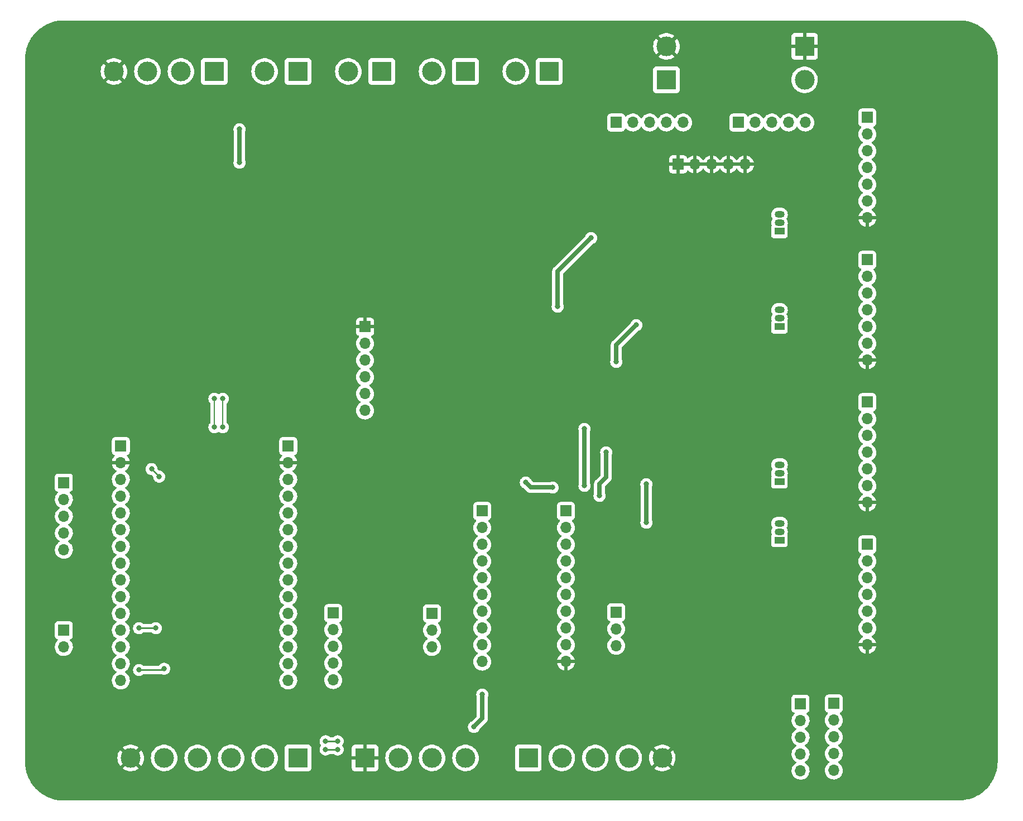
<source format=gbl>
G04 #@! TF.GenerationSoftware,KiCad,Pcbnew,(6.0.7)*
G04 #@! TF.CreationDate,2023-03-12T11:36:06-04:00*
G04 #@! TF.ProjectId,FlyBoxBoard,466c7942-6f78-4426-9f61-72642e6b6963,rev?*
G04 #@! TF.SameCoordinates,Original*
G04 #@! TF.FileFunction,Copper,L2,Bot*
G04 #@! TF.FilePolarity,Positive*
%FSLAX46Y46*%
G04 Gerber Fmt 4.6, Leading zero omitted, Abs format (unit mm)*
G04 Created by KiCad (PCBNEW (6.0.7)) date 2023-03-12 11:36:06*
%MOMM*%
%LPD*%
G01*
G04 APERTURE LIST*
G04 #@! TA.AperFunction,ComponentPad*
%ADD10R,1.500000X1.050000*%
G04 #@! TD*
G04 #@! TA.AperFunction,ComponentPad*
%ADD11O,1.500000X1.050000*%
G04 #@! TD*
G04 #@! TA.AperFunction,ComponentPad*
%ADD12R,3.000000X3.000000*%
G04 #@! TD*
G04 #@! TA.AperFunction,ComponentPad*
%ADD13C,3.000000*%
G04 #@! TD*
G04 #@! TA.AperFunction,ComponentPad*
%ADD14R,1.700000X1.700000*%
G04 #@! TD*
G04 #@! TA.AperFunction,ComponentPad*
%ADD15O,1.700000X1.700000*%
G04 #@! TD*
G04 #@! TA.AperFunction,ViaPad*
%ADD16C,5.000000*%
G04 #@! TD*
G04 #@! TA.AperFunction,ViaPad*
%ADD17C,0.800000*%
G04 #@! TD*
G04 #@! TA.AperFunction,Conductor*
%ADD18C,0.635000*%
G04 #@! TD*
G04 #@! TA.AperFunction,Conductor*
%ADD19C,0.254000*%
G04 #@! TD*
G04 #@! TA.AperFunction,Conductor*
%ADD20C,0.203200*%
G04 #@! TD*
G04 #@! TA.AperFunction,Conductor*
%ADD21C,0.250000*%
G04 #@! TD*
G04 APERTURE END LIST*
D10*
G04 #@! TO.P,J20,1,E*
G04 #@! TO.N,Net-(J16-Pad2)*
X131445000Y-95885000D03*
D11*
G04 #@! TO.P,J20,2,B*
G04 #@! TO.N,Net-(J16-Pad1)*
X131445000Y-94615000D03*
G04 #@! TO.P,J20,3,C*
G04 #@! TO.N,Net-(J20-Pad3)*
X131445000Y-93345000D03*
G04 #@! TD*
D12*
G04 #@! TO.P,J11,1,Pin_1*
G04 #@! TO.N,/G LED+*
X83820000Y-24765000D03*
D13*
G04 #@! TO.P,J11,2,Pin_2*
G04 #@! TO.N,/G LED-*
X78740000Y-24765000D03*
G04 #@! TD*
D10*
G04 #@! TO.P,J36,1,E*
G04 #@! TO.N,Net-(J31-Pad2)*
X131445000Y-63500000D03*
D11*
G04 #@! TO.P,J36,2,B*
G04 #@! TO.N,Net-(J31-Pad1)*
X131445000Y-62230000D03*
G04 #@! TO.P,J36,3,C*
G04 #@! TO.N,Net-(J36-Pad3)*
X131445000Y-60960000D03*
G04 #@! TD*
D14*
G04 #@! TO.P,J21,1,Pin_1*
G04 #@! TO.N,Net-(J21-Pad1)*
X78740000Y-106988200D03*
D15*
G04 #@! TO.P,J21,2,Pin_2*
G04 #@! TO.N,Net-(J21-Pad2)*
X78740000Y-109528200D03*
G04 #@! TO.P,J21,3,Pin_3*
G04 #@! TO.N,Net-(J21-Pad3)*
X78740000Y-112068200D03*
G04 #@! TD*
D12*
G04 #@! TO.P,J6,1,Pin_1*
G04 #@! TO.N,/D15*
X93345000Y-128905000D03*
D13*
G04 #@! TO.P,J6,2,Pin_2*
G04 #@! TO.N,/D4*
X98425000Y-128905000D03*
G04 #@! TO.P,J6,3,Pin_3*
G04 #@! TO.N,/D13*
X103505000Y-128905000D03*
G04 #@! TO.P,J6,4,Pin_4*
G04 #@! TO.N,/5V*
X108585000Y-128905000D03*
G04 #@! TO.P,J6,5,Pin_5*
G04 #@! TO.N,/GND*
X113665000Y-128905000D03*
G04 #@! TD*
D14*
G04 #@! TO.P,J27,1,Pin_1*
G04 #@! TO.N,/5V*
X99060000Y-91440000D03*
D15*
G04 #@! TO.P,J27,2,Pin_2*
G04 #@! TO.N,/HV1*
X99060000Y-93980000D03*
G04 #@! TO.P,J27,3,Pin_3*
G04 #@! TO.N,/HV2*
X99060000Y-96520000D03*
G04 #@! TO.P,J27,4,Pin_4*
G04 #@! TO.N,/HV3*
X99060000Y-99060000D03*
G04 #@! TO.P,J27,5,Pin_5*
G04 #@! TO.N,/HV4*
X99060000Y-101600000D03*
G04 #@! TO.P,J27,6,Pin_6*
G04 #@! TO.N,/HV5*
X99060000Y-104140000D03*
G04 #@! TO.P,J27,7,Pin_7*
G04 #@! TO.N,Net-(J27-Pad7)*
X99060000Y-106680000D03*
G04 #@! TO.P,J27,8,Pin_8*
G04 #@! TO.N,Net-(J27-Pad8)*
X99060000Y-109220000D03*
G04 #@! TO.P,J27,9,Pin_9*
G04 #@! TO.N,Net-(J27-Pad9)*
X99060000Y-111760000D03*
G04 #@! TO.P,J27,10,Pin_10*
G04 #@! TO.N,/GND*
X99060000Y-114300000D03*
G04 #@! TD*
D14*
G04 #@! TO.P,J40,1,Pin_1*
G04 #@! TO.N,/R LED+*
X144780000Y-74930000D03*
D15*
G04 #@! TO.P,J40,2,Pin_2*
G04 #@! TO.N,/R LED-*
X144780000Y-77470000D03*
G04 #@! TO.P,J40,3,Pin_3*
G04 #@! TO.N,Net-(J37-Pad3)*
X144780000Y-80010000D03*
G04 #@! TO.P,J40,4,Pin_4*
G04 #@! TO.N,Net-(J33-Pad2)*
X144780000Y-82550000D03*
G04 #@! TO.P,J40,5,Pin_5*
G04 #@! TO.N,/12V*
X144780000Y-85090000D03*
G04 #@! TO.P,J40,6,Pin_6*
G04 #@! TO.N,unconnected-(J40-Pad6)*
X144780000Y-87630000D03*
G04 #@! TO.P,J40,7,Pin_7*
G04 #@! TO.N,/GND*
X144780000Y-90170000D03*
G04 #@! TD*
D14*
G04 #@! TO.P,J5,1,Pin_1*
G04 #@! TO.N,/5V*
X56926800Y-81588200D03*
D15*
G04 #@! TO.P,J5,2,Pin_2*
G04 #@! TO.N,/GND*
X56926800Y-84128200D03*
G04 #@! TO.P,J5,3,Pin_3*
G04 #@! TO.N,/D13*
X56926800Y-86668200D03*
G04 #@! TO.P,J5,4,Pin_4*
G04 #@! TO.N,/D12*
X56926800Y-89208200D03*
G04 #@! TO.P,J5,5,Pin_5*
G04 #@! TO.N,/D14*
X56926800Y-91748200D03*
G04 #@! TO.P,J5,6,Pin_6*
G04 #@! TO.N,/D27*
X56926800Y-94288200D03*
G04 #@! TO.P,J5,7,Pin_7*
G04 #@! TO.N,/D26*
X56926800Y-96828200D03*
G04 #@! TO.P,J5,8,Pin_8*
G04 #@! TO.N,/D25*
X56926800Y-99368200D03*
G04 #@! TO.P,J5,9,Pin_9*
G04 #@! TO.N,/D33*
X56926800Y-101908200D03*
G04 #@! TO.P,J5,10,Pin_10*
G04 #@! TO.N,/D32*
X56926800Y-104448200D03*
G04 #@! TO.P,J5,11,Pin_11*
G04 #@! TO.N,Net-(J25-Pad1)*
X56926800Y-106988200D03*
G04 #@! TO.P,J5,12,Pin_12*
G04 #@! TO.N,Net-(J25-Pad2)*
X56926800Y-109528200D03*
G04 #@! TO.P,J5,13,Pin_13*
G04 #@! TO.N,Net-(J25-Pad3)*
X56926800Y-112068200D03*
G04 #@! TO.P,J5,14,Pin_14*
G04 #@! TO.N,Net-(J25-Pad4)*
X56926800Y-114608200D03*
G04 #@! TO.P,J5,15,Pin_15*
G04 #@! TO.N,Net-(J25-Pad5)*
X56926800Y-117148200D03*
G04 #@! TD*
D10*
G04 #@! TO.P,J35,1,E*
G04 #@! TO.N,Net-(J29-Pad2)*
X131445000Y-49022000D03*
D11*
G04 #@! TO.P,J35,2,B*
G04 #@! TO.N,Net-(J29-Pad1)*
X131445000Y-47752000D03*
G04 #@! TO.P,J35,3,C*
G04 #@! TO.N,Net-(J35-Pad3)*
X131445000Y-46482000D03*
G04 #@! TD*
D14*
G04 #@! TO.P,J25,1,Pin_1*
G04 #@! TO.N,Net-(J25-Pad1)*
X63754000Y-106934000D03*
D15*
G04 #@! TO.P,J25,2,Pin_2*
G04 #@! TO.N,Net-(J25-Pad2)*
X63754000Y-109474000D03*
G04 #@! TO.P,J25,3,Pin_3*
G04 #@! TO.N,Net-(J25-Pad3)*
X63754000Y-112014000D03*
G04 #@! TO.P,J25,4,Pin_4*
G04 #@! TO.N,Net-(J25-Pad4)*
X63754000Y-114554000D03*
G04 #@! TO.P,J25,5,Pin_5*
G04 #@! TO.N,Net-(J25-Pad5)*
X63754000Y-117094000D03*
G04 #@! TD*
D14*
G04 #@! TO.P,J4,1,Pin_1*
G04 #@! TO.N,/GND*
X68580000Y-63500000D03*
D15*
G04 #@! TO.P,J4,2,Pin_2*
G04 #@! TO.N,/5V*
X68580000Y-66040000D03*
G04 #@! TO.P,J4,3,Pin_3*
G04 #@! TO.N,/D21*
X68580000Y-68580000D03*
G04 #@! TO.P,J4,4,Pin_4*
G04 #@! TO.N,/D22*
X68580000Y-71120000D03*
G04 #@! TO.P,J4,5,Pin_5*
G04 #@! TO.N,unconnected-(J4-Pad5)*
X68580000Y-73660000D03*
G04 #@! TO.P,J4,6,Pin_6*
G04 #@! TO.N,unconnected-(J4-Pad6)*
X68580000Y-76200000D03*
G04 #@! TD*
D12*
G04 #@! TO.P,J15,1,Pin_1*
G04 #@! TO.N,/3V3*
X58420000Y-128905000D03*
D13*
G04 #@! TO.P,J15,2,Pin_2*
G04 #@! TO.N,/D5*
X53340000Y-128905000D03*
G04 #@! TO.P,J15,3,Pin_3*
G04 #@! TO.N,/D23*
X48260000Y-128905000D03*
G04 #@! TO.P,J15,4,Pin_4*
G04 #@! TO.N,/D18*
X43180000Y-128905000D03*
G04 #@! TO.P,J15,5,Pin_5*
G04 #@! TO.N,/D19*
X38100000Y-128905000D03*
G04 #@! TO.P,J15,6,Pin_6*
G04 #@! TO.N,/GND*
X33020000Y-128905000D03*
G04 #@! TD*
D14*
G04 #@! TO.P,J24,1,Pin_1*
G04 #@! TO.N,/GND*
X116078000Y-38862000D03*
D15*
G04 #@! TO.P,J24,2,Pin_2*
X118618000Y-38862000D03*
G04 #@! TO.P,J24,3,Pin_3*
X121158000Y-38862000D03*
G04 #@! TO.P,J24,4,Pin_4*
X123698000Y-38862000D03*
G04 #@! TO.P,J24,5,Pin_5*
X126238000Y-38862000D03*
G04 #@! TD*
D12*
G04 #@! TO.P,J10,1,Pin_1*
G04 #@! TO.N,/R LED+*
X71120000Y-24765000D03*
D13*
G04 #@! TO.P,J10,2,Pin_2*
G04 #@! TO.N,/R LED-*
X66040000Y-24765000D03*
G04 #@! TD*
D14*
G04 #@! TO.P,J22,1,Pin_1*
G04 #@! TO.N,N/C*
X134645000Y-120680000D03*
D15*
G04 #@! TO.P,J22,2,Pin_2*
X134645000Y-123220000D03*
G04 #@! TO.P,J22,3,Pin_3*
X134645000Y-125760000D03*
G04 #@! TO.P,J22,4,Pin_4*
X134645000Y-128300000D03*
G04 #@! TO.P,J22,5,Pin_5*
X134645000Y-130840000D03*
G04 #@! TD*
D12*
G04 #@! TO.P,J9,1,Pin_1*
G04 #@! TO.N,/HV5*
X45720000Y-24765000D03*
D13*
G04 #@! TO.P,J9,2,Pin_2*
G04 #@! TO.N,/X*
X40640000Y-24765000D03*
G04 #@! TO.P,J9,3,Pin_3*
G04 #@! TO.N,/12V*
X35560000Y-24765000D03*
G04 #@! TO.P,J9,4,Pin_4*
G04 #@! TO.N,/GND*
X30480000Y-24765000D03*
G04 #@! TD*
D14*
G04 #@! TO.P,J7,1,Pin_1*
G04 #@! TO.N,/5V*
X125222000Y-32512000D03*
D15*
G04 #@! TO.P,J7,2,Pin_2*
X127762000Y-32512000D03*
G04 #@! TO.P,J7,3,Pin_3*
X130302000Y-32512000D03*
G04 #@! TO.P,J7,4,Pin_4*
X132842000Y-32512000D03*
G04 #@! TO.P,J7,5,Pin_5*
X135382000Y-32512000D03*
G04 #@! TD*
D14*
G04 #@! TO.P,J28,1,Pin_1*
G04 #@! TO.N,Net-(J27-Pad7)*
X106680000Y-106805800D03*
D15*
G04 #@! TO.P,J28,2,Pin_2*
G04 #@! TO.N,Net-(J27-Pad8)*
X106680000Y-109345800D03*
G04 #@! TO.P,J28,3,Pin_3*
G04 #@! TO.N,Net-(J27-Pad9)*
X106680000Y-111885800D03*
G04 #@! TD*
D14*
G04 #@! TO.P,J3,1,Pin_1*
G04 #@! TO.N,/3V3*
X31526800Y-81588200D03*
D15*
G04 #@! TO.P,J3,2,Pin_2*
G04 #@! TO.N,/GND*
X31526800Y-84128200D03*
G04 #@! TO.P,J3,3,Pin_3*
G04 #@! TO.N,/D15*
X31526800Y-86668200D03*
G04 #@! TO.P,J3,4,Pin_4*
G04 #@! TO.N,Net-(J18-Pad2)*
X31526800Y-89208200D03*
G04 #@! TO.P,J3,5,Pin_5*
G04 #@! TO.N,/D4*
X31526800Y-91748200D03*
G04 #@! TO.P,J3,6,Pin_6*
G04 #@! TO.N,Net-(J18-Pad4)*
X31526800Y-94288200D03*
G04 #@! TO.P,J3,7,Pin_7*
G04 #@! TO.N,Net-(J18-Pad5)*
X31526800Y-96828200D03*
G04 #@! TO.P,J3,8,Pin_8*
G04 #@! TO.N,/D5*
X31526800Y-99368200D03*
G04 #@! TO.P,J3,9,Pin_9*
G04 #@! TO.N,/D18*
X31526800Y-101908200D03*
G04 #@! TO.P,J3,10,Pin_10*
G04 #@! TO.N,/D19*
X31526800Y-104448200D03*
G04 #@! TO.P,J3,11,Pin_11*
G04 #@! TO.N,/D21*
X31526800Y-106988200D03*
G04 #@! TO.P,J3,12,Pin_12*
G04 #@! TO.N,Net-(J19-Pad1)*
X31526800Y-109528200D03*
G04 #@! TO.P,J3,13,Pin_13*
G04 #@! TO.N,Net-(J19-Pad2)*
X31526800Y-112068200D03*
G04 #@! TO.P,J3,14,Pin_14*
G04 #@! TO.N,/D22*
X31526800Y-114608200D03*
G04 #@! TO.P,J3,15,Pin_15*
G04 #@! TO.N,/D23*
X31526800Y-117148200D03*
G04 #@! TD*
D14*
G04 #@! TO.P,J19,1,Pin_1*
G04 #@! TO.N,Net-(J19-Pad1)*
X22885000Y-109528200D03*
D15*
G04 #@! TO.P,J19,2,Pin_2*
G04 #@! TO.N,Net-(J19-Pad2)*
X22885000Y-112068200D03*
G04 #@! TD*
D14*
G04 #@! TO.P,J39,1,Pin_1*
G04 #@! TO.N,/G LED+*
X144780000Y-53340000D03*
D15*
G04 #@! TO.P,J39,2,Pin_2*
G04 #@! TO.N,/G LED-*
X144780000Y-55880000D03*
G04 #@! TO.P,J39,3,Pin_3*
G04 #@! TO.N,Net-(J36-Pad3)*
X144780000Y-58420000D03*
G04 #@! TO.P,J39,4,Pin_4*
G04 #@! TO.N,Net-(J31-Pad2)*
X144780000Y-60960000D03*
G04 #@! TO.P,J39,5,Pin_5*
G04 #@! TO.N,/12V*
X144780000Y-63500000D03*
G04 #@! TO.P,J39,6,Pin_6*
G04 #@! TO.N,unconnected-(J39-Pad6)*
X144780000Y-66040000D03*
G04 #@! TO.P,J39,7,Pin_7*
G04 #@! TO.N,/GND*
X144780000Y-68580000D03*
G04 #@! TD*
D12*
G04 #@! TO.P,J13,1,Pin_1*
G04 #@! TO.N,/IR LED+*
X58420000Y-24765000D03*
D13*
G04 #@! TO.P,J13,2,Pin_2*
G04 #@! TO.N,/IR LED-*
X53340000Y-24765000D03*
G04 #@! TD*
D12*
G04 #@! TO.P,J12,1,Pin_1*
G04 #@! TO.N,/W LED+*
X96520000Y-24765000D03*
D13*
G04 #@! TO.P,J12,2,Pin_2*
G04 #@! TO.N,/W LED-*
X91440000Y-24765000D03*
G04 #@! TD*
D12*
G04 #@! TO.P,J1,1,Pin_1*
G04 #@! TO.N,/GND*
X135255000Y-20955000D03*
D13*
G04 #@! TO.P,J1,2,Pin_2*
G04 #@! TO.N,/5V*
X135255000Y-26035000D03*
G04 #@! TD*
D14*
G04 #@! TO.P,J22,1,Pin_1*
G04 #@! TO.N,Net-(J20-Pad3)*
X139700000Y-120650000D03*
D15*
G04 #@! TO.P,J22,2,Pin_2*
G04 #@! TO.N,unconnected-(J22-Pad2)*
X139700000Y-123190000D03*
G04 #@! TO.P,J22,3,Pin_3*
G04 #@! TO.N,Net-(J20-Pad3)*
X139700000Y-125730000D03*
G04 #@! TO.P,J22,4,Pin_4*
G04 #@! TO.N,unconnected-(J22-Pad4)*
X139700000Y-128270000D03*
G04 #@! TO.P,J22,5,Pin_5*
G04 #@! TO.N,Net-(J16-Pad2)*
X139700000Y-130810000D03*
G04 #@! TD*
D14*
G04 #@! TO.P,J26,1,Pin_1*
G04 #@! TO.N,/IR LED+*
X144780000Y-96520000D03*
D15*
G04 #@! TO.P,J26,2,Pin_2*
G04 #@! TO.N,/IR LED-*
X144780000Y-99060000D03*
G04 #@! TO.P,J26,3,Pin_3*
G04 #@! TO.N,Net-(J20-Pad3)*
X144780000Y-101600000D03*
G04 #@! TO.P,J26,4,Pin_4*
G04 #@! TO.N,Net-(J16-Pad2)*
X144780000Y-104140000D03*
G04 #@! TO.P,J26,5,Pin_5*
G04 #@! TO.N,/12V*
X144780000Y-106680000D03*
G04 #@! TO.P,J26,6,Pin_6*
G04 #@! TO.N,unconnected-(J26-Pad6)*
X144780000Y-109220000D03*
G04 #@! TO.P,J26,7,Pin_7*
G04 #@! TO.N,/GND*
X144780000Y-111760000D03*
G04 #@! TD*
D14*
G04 #@! TO.P,J23,1,Pin_1*
G04 #@! TO.N,/3V3*
X86360000Y-91440000D03*
D15*
G04 #@! TO.P,J23,2,Pin_2*
G04 #@! TO.N,/D27*
X86360000Y-93980000D03*
G04 #@! TO.P,J23,3,Pin_3*
G04 #@! TO.N,/D26*
X86360000Y-96520000D03*
G04 #@! TO.P,J23,4,Pin_4*
G04 #@! TO.N,/D25*
X86360000Y-99060000D03*
G04 #@! TO.P,J23,5,Pin_5*
G04 #@! TO.N,/D33*
X86360000Y-101600000D03*
G04 #@! TO.P,J23,6,Pin_6*
G04 #@! TO.N,/D32*
X86360000Y-104140000D03*
G04 #@! TO.P,J23,7,Pin_7*
G04 #@! TO.N,Net-(J21-Pad1)*
X86360000Y-106680000D03*
G04 #@! TO.P,J23,8,Pin_8*
G04 #@! TO.N,Net-(J21-Pad2)*
X86360000Y-109220000D03*
G04 #@! TO.P,J23,9,Pin_9*
G04 #@! TO.N,Net-(J21-Pad3)*
X86360000Y-111760000D03*
G04 #@! TO.P,J23,10,Pin_10*
G04 #@! TO.N,/3V3*
X86360000Y-114300000D03*
G04 #@! TD*
D12*
G04 #@! TO.P,J14,1,Pin_1*
G04 #@! TO.N,/GND*
X68580000Y-128905000D03*
D13*
G04 #@! TO.P,J14,2,Pin_2*
G04 #@! TO.N,/5V*
X73660000Y-128905000D03*
G04 #@! TO.P,J14,3,Pin_3*
G04 #@! TO.N,/D21*
X78740000Y-128905000D03*
G04 #@! TO.P,J14,4,Pin_4*
G04 #@! TO.N,/D22*
X83820000Y-128905000D03*
G04 #@! TD*
D10*
G04 #@! TO.P,J37,1,E*
G04 #@! TO.N,Net-(J33-Pad2)*
X131445000Y-86995000D03*
D11*
G04 #@! TO.P,J37,2,B*
G04 #@! TO.N,Net-(J33-Pad1)*
X131445000Y-85725000D03*
G04 #@! TO.P,J37,3,C*
G04 #@! TO.N,Net-(J37-Pad3)*
X131445000Y-84455000D03*
G04 #@! TD*
D12*
G04 #@! TO.P,J2,1,Pin_1*
G04 #@! TO.N,/12V*
X114300000Y-26035000D03*
D13*
G04 #@! TO.P,J2,2,Pin_2*
G04 #@! TO.N,/GND*
X114300000Y-20955000D03*
G04 #@! TD*
D14*
G04 #@! TO.P,J38,1,Pin_1*
G04 #@! TO.N,/W LED+*
X144780000Y-31750000D03*
D15*
G04 #@! TO.P,J38,2,Pin_2*
G04 #@! TO.N,/W LED-*
X144780000Y-34290000D03*
G04 #@! TO.P,J38,3,Pin_3*
G04 #@! TO.N,Net-(J35-Pad3)*
X144780000Y-36830000D03*
G04 #@! TO.P,J38,4,Pin_4*
G04 #@! TO.N,Net-(J29-Pad2)*
X144780000Y-39370000D03*
G04 #@! TO.P,J38,5,Pin_5*
G04 #@! TO.N,/12V*
X144780000Y-41910000D03*
G04 #@! TO.P,J38,6,Pin_6*
G04 #@! TO.N,unconnected-(J38-Pad6)*
X144780000Y-44450000D03*
G04 #@! TO.P,J38,7,Pin_7*
G04 #@! TO.N,/GND*
X144780000Y-46990000D03*
G04 #@! TD*
D14*
G04 #@! TO.P,J8,1,Pin_1*
G04 #@! TO.N,/12V*
X106680000Y-32512000D03*
D15*
G04 #@! TO.P,J8,2,Pin_2*
X109220000Y-32512000D03*
G04 #@! TO.P,J8,3,Pin_3*
X111760000Y-32512000D03*
G04 #@! TO.P,J8,4,Pin_4*
X114300000Y-32512000D03*
G04 #@! TO.P,J8,5,Pin_5*
X116840000Y-32512000D03*
G04 #@! TD*
D14*
G04 #@! TO.P,J18,1,Pin_1*
G04 #@! TO.N,unconnected-(J18-Pad1)*
X22885000Y-87146200D03*
D15*
G04 #@! TO.P,J18,2,Pin_2*
G04 #@! TO.N,Net-(J18-Pad2)*
X22885000Y-89686200D03*
G04 #@! TO.P,J18,3,Pin_3*
G04 #@! TO.N,unconnected-(J18-Pad3)*
X22885000Y-92226200D03*
G04 #@! TO.P,J18,4,Pin_4*
G04 #@! TO.N,Net-(J18-Pad4)*
X22885000Y-94766200D03*
G04 #@! TO.P,J18,5,Pin_5*
G04 #@! TO.N,Net-(J18-Pad5)*
X22885000Y-97306200D03*
G04 #@! TD*
D16*
G04 #@! TO.N,/GND*
X22860000Y-129540000D03*
D17*
X134620000Y-104140000D03*
X134620000Y-113030000D03*
X121285000Y-113030000D03*
X121285000Y-104140000D03*
D16*
X158750000Y-22860000D03*
X158750000Y-129540000D03*
X22860000Y-22860000D03*
D17*
G04 #@! TO.N,/5V*
X97028000Y-87884000D03*
X49530000Y-38608000D03*
X92964000Y-87122000D03*
X49530000Y-33528000D03*
G04 #@! TO.N,/3V3*
X86360000Y-119290500D03*
X85090000Y-124206000D03*
G04 #@! TO.N,/D21*
X64417000Y-127635000D03*
X36830000Y-109220000D03*
X34290000Y-109220000D03*
X62583000Y-127635000D03*
X45720000Y-74422000D03*
X45720000Y-78740000D03*
G04 #@! TO.N,/D22*
X46990000Y-78740000D03*
X62583000Y-126378417D03*
X34290000Y-115570000D03*
X64417000Y-126378417D03*
X46990000Y-74422000D03*
X38100000Y-115370260D03*
G04 #@! TO.N,/HV2*
X105156000Y-82550000D03*
X106680000Y-68834000D03*
X109728000Y-63246000D03*
X104140000Y-89154000D03*
G04 #@! TO.N,/HV3*
X111252000Y-87376000D03*
X111252000Y-93218000D03*
G04 #@! TO.N,/HV1*
X102870000Y-50038000D03*
X101854000Y-78994000D03*
X97790000Y-60452000D03*
X101854000Y-87630000D03*
G04 #@! TO.N,/D4*
X36195000Y-85090000D03*
X37342299Y-86237299D03*
G04 #@! TD*
D18*
G04 #@! TO.N,/5V*
X97028000Y-87884000D02*
X93726000Y-87884000D01*
X49530000Y-38608000D02*
X49530000Y-33528000D01*
X93726000Y-87884000D02*
X92964000Y-87122000D01*
G04 #@! TO.N,/3V3*
X86360000Y-122936000D02*
X85090000Y-124206000D01*
X86360000Y-119290500D02*
X86360000Y-122936000D01*
D19*
G04 #@! TO.N,/D21*
X34290000Y-109220000D02*
X36830000Y-109220000D01*
D20*
X45720000Y-74422000D02*
X45720000Y-78740000D01*
D19*
X62583000Y-127635000D02*
X64417000Y-127635000D01*
G04 #@! TO.N,/D22*
X38100000Y-115370260D02*
X37900260Y-115570000D01*
X62583000Y-126378417D02*
X64417000Y-126378417D01*
D20*
X46990000Y-74422000D02*
X46990000Y-78740000D01*
D19*
X37900260Y-115570000D02*
X34290000Y-115570000D01*
D18*
G04 #@! TO.N,/HV2*
X106680000Y-66294000D02*
X106680000Y-68834000D01*
X104140000Y-87376000D02*
X104140000Y-89154000D01*
X105156000Y-82550000D02*
X105156000Y-86360000D01*
X105156000Y-86360000D02*
X104140000Y-87376000D01*
X109728000Y-63246000D02*
X106680000Y-66294000D01*
G04 #@! TO.N,/HV3*
X111252000Y-93218000D02*
X111252000Y-87376000D01*
G04 #@! TO.N,/HV1*
X97790000Y-55118000D02*
X97790000Y-60452000D01*
X101854000Y-78994000D02*
X101854000Y-87630000D01*
X102870000Y-50038000D02*
X97790000Y-55118000D01*
D21*
G04 #@! TO.N,/D4*
X36195000Y-85090000D02*
X37342299Y-86237299D01*
G04 #@! TD*
G04 #@! TA.AperFunction,Conductor*
G04 #@! TO.N,/GND*
G36*
X158720018Y-17020000D02*
G01*
X158734852Y-17022310D01*
X158734855Y-17022310D01*
X158743724Y-17023691D01*
X158752626Y-17022527D01*
X158752627Y-17022527D01*
X158765104Y-17020896D01*
X158786385Y-17019930D01*
X159203369Y-17036313D01*
X159213232Y-17037089D01*
X159658901Y-17089838D01*
X159668672Y-17091386D01*
X159892935Y-17135994D01*
X160108828Y-17178938D01*
X160118434Y-17181244D01*
X160550362Y-17303060D01*
X160559752Y-17306111D01*
X160980802Y-17461445D01*
X160989942Y-17465231D01*
X161397496Y-17653115D01*
X161406311Y-17657607D01*
X161797850Y-17876880D01*
X161806286Y-17882049D01*
X162179438Y-18131381D01*
X162187426Y-18137184D01*
X162339573Y-18257128D01*
X162539861Y-18415023D01*
X162547384Y-18421448D01*
X162695809Y-18558650D01*
X162876940Y-18726086D01*
X162883914Y-18733060D01*
X163051350Y-18914191D01*
X163188552Y-19062616D01*
X163194977Y-19070139D01*
X163298417Y-19201351D01*
X163463165Y-19410331D01*
X163472810Y-19422566D01*
X163478625Y-19430570D01*
X163727951Y-19803714D01*
X163733120Y-19812150D01*
X163916947Y-20140395D01*
X163952393Y-20203689D01*
X163956885Y-20212504D01*
X164144769Y-20620058D01*
X164148554Y-20629196D01*
X164267657Y-20952035D01*
X164303886Y-21050238D01*
X164306940Y-21059638D01*
X164428754Y-21491559D01*
X164431064Y-21501179D01*
X164518614Y-21941328D01*
X164520162Y-21951099D01*
X164572911Y-22396768D01*
X164573687Y-22406631D01*
X164589776Y-22816134D01*
X164588373Y-22840463D01*
X164587691Y-22844847D01*
X164586309Y-22853724D01*
X164590420Y-22885161D01*
X164591483Y-22901534D01*
X164555906Y-106968069D01*
X164546394Y-129445426D01*
X164544894Y-129464757D01*
X164544248Y-129468909D01*
X164541182Y-129488599D01*
X164543977Y-129509972D01*
X164544943Y-129531252D01*
X164528561Y-129948245D01*
X164527785Y-129958108D01*
X164475039Y-130403775D01*
X164473491Y-130413547D01*
X164427841Y-130643054D01*
X164388667Y-130840000D01*
X164385942Y-130853698D01*
X164383634Y-130863312D01*
X164369620Y-130913000D01*
X164261821Y-131295229D01*
X164258764Y-131304638D01*
X164103435Y-131725679D01*
X164099650Y-131734817D01*
X163911992Y-132141883D01*
X163911770Y-132142364D01*
X163907284Y-132151169D01*
X163773006Y-132390940D01*
X163687995Y-132542739D01*
X163682825Y-132551174D01*
X163433506Y-132924309D01*
X163427697Y-132932306D01*
X163392121Y-132977434D01*
X163149859Y-133284741D01*
X163143434Y-133292264D01*
X163108680Y-133329861D01*
X162838795Y-133621821D01*
X162831821Y-133628795D01*
X162786636Y-133670564D01*
X162502264Y-133933434D01*
X162494741Y-133939859D01*
X162293983Y-134098125D01*
X162142306Y-134217697D01*
X162134309Y-134223506D01*
X161761174Y-134472825D01*
X161752739Y-134477995D01*
X161361169Y-134697284D01*
X161352374Y-134701765D01*
X160944820Y-134889649D01*
X160935679Y-134893435D01*
X160514638Y-135048764D01*
X160505229Y-135051821D01*
X160214205Y-135133898D01*
X160073312Y-135173634D01*
X160063705Y-135175940D01*
X159901569Y-135208191D01*
X159623547Y-135263491D01*
X159613775Y-135265039D01*
X159168108Y-135317785D01*
X159158245Y-135318561D01*
X158748741Y-135334649D01*
X158724414Y-135333247D01*
X158720021Y-135332563D01*
X158720020Y-135332563D01*
X158711151Y-135331182D01*
X158702248Y-135332346D01*
X158702245Y-135332346D01*
X158679476Y-135335323D01*
X158663185Y-135336387D01*
X22909300Y-135381484D01*
X22889873Y-135379983D01*
X22875150Y-135377690D01*
X22875144Y-135377690D01*
X22866276Y-135376309D01*
X22857374Y-135377473D01*
X22857373Y-135377473D01*
X22844896Y-135379104D01*
X22823615Y-135380070D01*
X22406631Y-135363687D01*
X22396768Y-135362911D01*
X21951099Y-135310162D01*
X21941328Y-135308614D01*
X21714477Y-135263491D01*
X21501172Y-135221062D01*
X21491566Y-135218756D01*
X21059638Y-135096940D01*
X21050248Y-135093889D01*
X20629196Y-134938554D01*
X20620058Y-134934769D01*
X20526682Y-134891722D01*
X20212502Y-134746884D01*
X20203689Y-134742393D01*
X20127447Y-134699695D01*
X19812150Y-134523120D01*
X19803714Y-134517951D01*
X19616388Y-134392784D01*
X19430562Y-134268619D01*
X19422574Y-134262816D01*
X19270427Y-134142872D01*
X19070139Y-133984977D01*
X19062616Y-133978552D01*
X18914191Y-133841350D01*
X18733060Y-133673914D01*
X18726086Y-133666940D01*
X18558650Y-133485809D01*
X18421448Y-133337384D01*
X18415023Y-133329861D01*
X18137190Y-132977434D01*
X18131375Y-132969430D01*
X18103979Y-132928428D01*
X17882049Y-132596286D01*
X17876880Y-132587850D01*
X17657607Y-132196311D01*
X17653115Y-132187496D01*
X17645917Y-132171883D01*
X17465230Y-131779939D01*
X17461445Y-131770802D01*
X17306111Y-131349752D01*
X17303057Y-131340352D01*
X17302072Y-131336857D01*
X17181244Y-130908434D01*
X17178936Y-130898821D01*
X17175697Y-130882534D01*
X17117450Y-130589707D01*
X17098543Y-130494654D01*
X31795618Y-130494654D01*
X31802673Y-130504627D01*
X31833679Y-130530551D01*
X31840598Y-130535579D01*
X32065272Y-130676515D01*
X32072807Y-130680556D01*
X32314520Y-130789694D01*
X32322551Y-130792680D01*
X32576832Y-130868002D01*
X32585184Y-130869869D01*
X32847340Y-130909984D01*
X32855874Y-130910700D01*
X33121045Y-130914867D01*
X33129596Y-130914418D01*
X33392883Y-130882557D01*
X33401284Y-130880955D01*
X33657824Y-130813653D01*
X33665926Y-130810926D01*
X33910949Y-130709434D01*
X33918617Y-130705628D01*
X34147598Y-130571822D01*
X34154679Y-130567009D01*
X34234655Y-130504301D01*
X34243125Y-130492442D01*
X34236608Y-130480818D01*
X33032812Y-129277022D01*
X33018868Y-129269408D01*
X33017035Y-129269539D01*
X33010420Y-129273790D01*
X31802910Y-130481300D01*
X31795618Y-130494654D01*
X17098543Y-130494654D01*
X17091386Y-130458672D01*
X17089838Y-130448901D01*
X17037089Y-130003232D01*
X17036313Y-129993369D01*
X17020372Y-129587645D01*
X17022021Y-129561794D01*
X17022769Y-129557347D01*
X17023576Y-129552552D01*
X17023729Y-129540000D01*
X17019773Y-129512376D01*
X17018500Y-129494514D01*
X17018500Y-128888204D01*
X31007665Y-128888204D01*
X31022932Y-129152969D01*
X31024005Y-129161470D01*
X31075065Y-129421722D01*
X31077276Y-129429974D01*
X31163184Y-129680894D01*
X31166499Y-129688779D01*
X31285664Y-129925713D01*
X31290020Y-129933079D01*
X31419347Y-130121250D01*
X31429601Y-130129594D01*
X31443342Y-130122448D01*
X32647978Y-128917812D01*
X32654356Y-128906132D01*
X33384408Y-128906132D01*
X33384539Y-128907965D01*
X33388790Y-128914580D01*
X34595730Y-130121520D01*
X34607939Y-130128187D01*
X34619439Y-130119497D01*
X34716831Y-129986913D01*
X34721418Y-129979685D01*
X34847962Y-129746621D01*
X34851530Y-129738827D01*
X34945271Y-129490750D01*
X34947748Y-129482544D01*
X35006954Y-129224038D01*
X35008294Y-129215577D01*
X35032031Y-128949616D01*
X35032277Y-128944677D01*
X35032666Y-128907485D01*
X35032523Y-128902519D01*
X35031255Y-128883918D01*
X36086917Y-128883918D01*
X36102682Y-129157320D01*
X36103507Y-129161525D01*
X36103508Y-129161533D01*
X36124698Y-129269539D01*
X36155405Y-129426053D01*
X36156792Y-129430103D01*
X36156793Y-129430108D01*
X36242360Y-129680027D01*
X36244112Y-129685144D01*
X36246039Y-129688975D01*
X36323531Y-129843051D01*
X36367160Y-129929799D01*
X36369586Y-129933328D01*
X36369589Y-129933334D01*
X36498741Y-130121250D01*
X36522274Y-130155490D01*
X36706582Y-130358043D01*
X36709877Y-130360798D01*
X36709878Y-130360799D01*
X36751923Y-130395954D01*
X36916675Y-130533707D01*
X36920316Y-130535991D01*
X37145024Y-130676951D01*
X37145028Y-130676953D01*
X37148664Y-130679234D01*
X37216544Y-130709883D01*
X37394345Y-130790164D01*
X37394349Y-130790166D01*
X37398257Y-130791930D01*
X37402377Y-130793150D01*
X37402376Y-130793150D01*
X37656723Y-130868491D01*
X37656727Y-130868492D01*
X37660836Y-130869709D01*
X37665070Y-130870357D01*
X37665075Y-130870358D01*
X37927298Y-130910483D01*
X37927300Y-130910483D01*
X37931540Y-130911132D01*
X38070912Y-130913322D01*
X38201071Y-130915367D01*
X38201077Y-130915367D01*
X38205362Y-130915434D01*
X38477235Y-130882534D01*
X38742127Y-130813041D01*
X38746087Y-130811401D01*
X38746092Y-130811399D01*
X38868631Y-130760641D01*
X38995136Y-130708241D01*
X39193165Y-130592522D01*
X39227879Y-130572237D01*
X39227880Y-130572236D01*
X39231582Y-130570073D01*
X39447089Y-130401094D01*
X39488809Y-130358043D01*
X39634686Y-130207509D01*
X39637669Y-130204431D01*
X39640202Y-130200983D01*
X39640206Y-130200978D01*
X39797257Y-129987178D01*
X39799795Y-129983723D01*
X39801841Y-129979955D01*
X39928418Y-129746830D01*
X39928419Y-129746828D01*
X39930468Y-129743054D01*
X39994108Y-129574635D01*
X40025751Y-129490895D01*
X40025752Y-129490891D01*
X40027269Y-129486877D01*
X40059953Y-129344171D01*
X40087449Y-129224117D01*
X40087450Y-129224113D01*
X40088407Y-129219933D01*
X40092229Y-129177115D01*
X40112531Y-128949627D01*
X40112532Y-128949616D01*
X40112751Y-128947161D01*
X40113193Y-128905000D01*
X40112048Y-128888198D01*
X40111756Y-128883918D01*
X41166917Y-128883918D01*
X41182682Y-129157320D01*
X41183507Y-129161525D01*
X41183508Y-129161533D01*
X41204698Y-129269539D01*
X41235405Y-129426053D01*
X41236792Y-129430103D01*
X41236793Y-129430108D01*
X41322360Y-129680027D01*
X41324112Y-129685144D01*
X41326039Y-129688975D01*
X41403531Y-129843051D01*
X41447160Y-129929799D01*
X41449586Y-129933328D01*
X41449589Y-129933334D01*
X41578741Y-130121250D01*
X41602274Y-130155490D01*
X41786582Y-130358043D01*
X41789877Y-130360798D01*
X41789878Y-130360799D01*
X41831923Y-130395954D01*
X41996675Y-130533707D01*
X42000316Y-130535991D01*
X42225024Y-130676951D01*
X42225028Y-130676953D01*
X42228664Y-130679234D01*
X42296544Y-130709883D01*
X42474345Y-130790164D01*
X42474349Y-130790166D01*
X42478257Y-130791930D01*
X42482377Y-130793150D01*
X42482376Y-130793150D01*
X42736723Y-130868491D01*
X42736727Y-130868492D01*
X42740836Y-130869709D01*
X42745070Y-130870357D01*
X42745075Y-130870358D01*
X43007298Y-130910483D01*
X43007300Y-130910483D01*
X43011540Y-130911132D01*
X43150912Y-130913322D01*
X43281071Y-130915367D01*
X43281077Y-130915367D01*
X43285362Y-130915434D01*
X43557235Y-130882534D01*
X43822127Y-130813041D01*
X43826087Y-130811401D01*
X43826092Y-130811399D01*
X43948631Y-130760641D01*
X44075136Y-130708241D01*
X44273165Y-130592522D01*
X44307879Y-130572237D01*
X44307880Y-130572236D01*
X44311582Y-130570073D01*
X44527089Y-130401094D01*
X44568809Y-130358043D01*
X44714686Y-130207509D01*
X44717669Y-130204431D01*
X44720202Y-130200983D01*
X44720206Y-130200978D01*
X44877257Y-129987178D01*
X44879795Y-129983723D01*
X44881841Y-129979955D01*
X45008418Y-129746830D01*
X45008419Y-129746828D01*
X45010468Y-129743054D01*
X45074108Y-129574635D01*
X45105751Y-129490895D01*
X45105752Y-129490891D01*
X45107269Y-129486877D01*
X45139953Y-129344171D01*
X45167449Y-129224117D01*
X45167450Y-129224113D01*
X45168407Y-129219933D01*
X45172229Y-129177115D01*
X45192531Y-128949627D01*
X45192532Y-128949616D01*
X45192751Y-128947161D01*
X45193193Y-128905000D01*
X45192048Y-128888198D01*
X45191756Y-128883918D01*
X46246917Y-128883918D01*
X46262682Y-129157320D01*
X46263507Y-129161525D01*
X46263508Y-129161533D01*
X46284698Y-129269539D01*
X46315405Y-129426053D01*
X46316792Y-129430103D01*
X46316793Y-129430108D01*
X46402360Y-129680027D01*
X46404112Y-129685144D01*
X46406039Y-129688975D01*
X46483531Y-129843051D01*
X46527160Y-129929799D01*
X46529586Y-129933328D01*
X46529589Y-129933334D01*
X46658741Y-130121250D01*
X46682274Y-130155490D01*
X46866582Y-130358043D01*
X46869877Y-130360798D01*
X46869878Y-130360799D01*
X46911923Y-130395954D01*
X47076675Y-130533707D01*
X47080316Y-130535991D01*
X47305024Y-130676951D01*
X47305028Y-130676953D01*
X47308664Y-130679234D01*
X47376544Y-130709883D01*
X47554345Y-130790164D01*
X47554349Y-130790166D01*
X47558257Y-130791930D01*
X47562377Y-130793150D01*
X47562376Y-130793150D01*
X47816723Y-130868491D01*
X47816727Y-130868492D01*
X47820836Y-130869709D01*
X47825070Y-130870357D01*
X47825075Y-130870358D01*
X48087298Y-130910483D01*
X48087300Y-130910483D01*
X48091540Y-130911132D01*
X48230912Y-130913322D01*
X48361071Y-130915367D01*
X48361077Y-130915367D01*
X48365362Y-130915434D01*
X48637235Y-130882534D01*
X48902127Y-130813041D01*
X48906087Y-130811401D01*
X48906092Y-130811399D01*
X49028631Y-130760641D01*
X49155136Y-130708241D01*
X49353165Y-130592522D01*
X49387879Y-130572237D01*
X49387880Y-130572236D01*
X49391582Y-130570073D01*
X49607089Y-130401094D01*
X49648809Y-130358043D01*
X49794686Y-130207509D01*
X49797669Y-130204431D01*
X49800202Y-130200983D01*
X49800206Y-130200978D01*
X49957257Y-129987178D01*
X49959795Y-129983723D01*
X49961841Y-129979955D01*
X50088418Y-129746830D01*
X50088419Y-129746828D01*
X50090468Y-129743054D01*
X50154108Y-129574635D01*
X50185751Y-129490895D01*
X50185752Y-129490891D01*
X50187269Y-129486877D01*
X50219953Y-129344171D01*
X50247449Y-129224117D01*
X50247450Y-129224113D01*
X50248407Y-129219933D01*
X50252229Y-129177115D01*
X50272531Y-128949627D01*
X50272532Y-128949616D01*
X50272751Y-128947161D01*
X50273193Y-128905000D01*
X50272048Y-128888198D01*
X50271756Y-128883918D01*
X51326917Y-128883918D01*
X51342682Y-129157320D01*
X51343507Y-129161525D01*
X51343508Y-129161533D01*
X51364698Y-129269539D01*
X51395405Y-129426053D01*
X51396792Y-129430103D01*
X51396793Y-129430108D01*
X51482360Y-129680027D01*
X51484112Y-129685144D01*
X51486039Y-129688975D01*
X51563531Y-129843051D01*
X51607160Y-129929799D01*
X51609586Y-129933328D01*
X51609589Y-129933334D01*
X51738741Y-130121250D01*
X51762274Y-130155490D01*
X51946582Y-130358043D01*
X51949877Y-130360798D01*
X51949878Y-130360799D01*
X51991923Y-130395954D01*
X52156675Y-130533707D01*
X52160316Y-130535991D01*
X52385024Y-130676951D01*
X52385028Y-130676953D01*
X52388664Y-130679234D01*
X52456544Y-130709883D01*
X52634345Y-130790164D01*
X52634349Y-130790166D01*
X52638257Y-130791930D01*
X52642377Y-130793150D01*
X52642376Y-130793150D01*
X52896723Y-130868491D01*
X52896727Y-130868492D01*
X52900836Y-130869709D01*
X52905070Y-130870357D01*
X52905075Y-130870358D01*
X53167298Y-130910483D01*
X53167300Y-130910483D01*
X53171540Y-130911132D01*
X53310912Y-130913322D01*
X53441071Y-130915367D01*
X53441077Y-130915367D01*
X53445362Y-130915434D01*
X53717235Y-130882534D01*
X53982127Y-130813041D01*
X53986087Y-130811401D01*
X53986092Y-130811399D01*
X54108631Y-130760641D01*
X54235136Y-130708241D01*
X54433165Y-130592522D01*
X54467879Y-130572237D01*
X54467880Y-130572236D01*
X54471582Y-130570073D01*
X54620720Y-130453134D01*
X56411500Y-130453134D01*
X56418255Y-130515316D01*
X56469385Y-130651705D01*
X56556739Y-130768261D01*
X56673295Y-130855615D01*
X56809684Y-130906745D01*
X56871866Y-130913500D01*
X59968134Y-130913500D01*
X60030316Y-130906745D01*
X60166705Y-130855615D01*
X60283261Y-130768261D01*
X60370615Y-130651705D01*
X60421745Y-130515316D01*
X60428500Y-130453134D01*
X60428500Y-130449669D01*
X66572001Y-130449669D01*
X66572371Y-130456490D01*
X66577895Y-130507352D01*
X66581521Y-130522604D01*
X66626676Y-130643054D01*
X66635214Y-130658649D01*
X66711715Y-130760724D01*
X66724276Y-130773285D01*
X66826351Y-130849786D01*
X66841946Y-130858324D01*
X66962394Y-130903478D01*
X66977649Y-130907105D01*
X67028514Y-130912631D01*
X67035328Y-130913000D01*
X68307885Y-130913000D01*
X68323124Y-130908525D01*
X68324329Y-130907135D01*
X68326000Y-130899452D01*
X68326000Y-130894884D01*
X68834000Y-130894884D01*
X68838475Y-130910123D01*
X68839865Y-130911328D01*
X68847548Y-130912999D01*
X70124669Y-130912999D01*
X70131490Y-130912629D01*
X70182352Y-130907105D01*
X70197604Y-130903479D01*
X70318054Y-130858324D01*
X70333649Y-130849786D01*
X70435724Y-130773285D01*
X70448285Y-130760724D01*
X70524786Y-130658649D01*
X70533324Y-130643054D01*
X70578478Y-130522606D01*
X70582105Y-130507351D01*
X70587631Y-130456486D01*
X70588000Y-130449672D01*
X70588000Y-129177115D01*
X70583525Y-129161876D01*
X70582135Y-129160671D01*
X70574452Y-129159000D01*
X68852115Y-129159000D01*
X68836876Y-129163475D01*
X68835671Y-129164865D01*
X68834000Y-129172548D01*
X68834000Y-130894884D01*
X68326000Y-130894884D01*
X68326000Y-129177115D01*
X68321525Y-129161876D01*
X68320135Y-129160671D01*
X68312452Y-129159000D01*
X66590116Y-129159000D01*
X66574877Y-129163475D01*
X66573672Y-129164865D01*
X66572001Y-129172548D01*
X66572001Y-130449669D01*
X60428500Y-130449669D01*
X60428500Y-128883918D01*
X71646917Y-128883918D01*
X71662682Y-129157320D01*
X71663507Y-129161525D01*
X71663508Y-129161533D01*
X71684698Y-129269539D01*
X71715405Y-129426053D01*
X71716792Y-129430103D01*
X71716793Y-129430108D01*
X71802360Y-129680027D01*
X71804112Y-129685144D01*
X71806039Y-129688975D01*
X71883531Y-129843051D01*
X71927160Y-129929799D01*
X71929586Y-129933328D01*
X71929589Y-129933334D01*
X72058741Y-130121250D01*
X72082274Y-130155490D01*
X72266582Y-130358043D01*
X72269877Y-130360798D01*
X72269878Y-130360799D01*
X72311923Y-130395954D01*
X72476675Y-130533707D01*
X72480316Y-130535991D01*
X72705024Y-130676951D01*
X72705028Y-130676953D01*
X72708664Y-130679234D01*
X72776544Y-130709883D01*
X72954345Y-130790164D01*
X72954349Y-130790166D01*
X72958257Y-130791930D01*
X72962377Y-130793150D01*
X72962376Y-130793150D01*
X73216723Y-130868491D01*
X73216727Y-130868492D01*
X73220836Y-130869709D01*
X73225070Y-130870357D01*
X73225075Y-130870358D01*
X73487298Y-130910483D01*
X73487300Y-130910483D01*
X73491540Y-130911132D01*
X73630912Y-130913322D01*
X73761071Y-130915367D01*
X73761077Y-130915367D01*
X73765362Y-130915434D01*
X74037235Y-130882534D01*
X74302127Y-130813041D01*
X74306087Y-130811401D01*
X74306092Y-130811399D01*
X74428631Y-130760641D01*
X74555136Y-130708241D01*
X74753165Y-130592522D01*
X74787879Y-130572237D01*
X74787880Y-130572236D01*
X74791582Y-130570073D01*
X75007089Y-130401094D01*
X75048809Y-130358043D01*
X75194686Y-130207509D01*
X75197669Y-130204431D01*
X75200202Y-130200983D01*
X75200206Y-130200978D01*
X75357257Y-129987178D01*
X75359795Y-129983723D01*
X75361841Y-129979955D01*
X75488418Y-129746830D01*
X75488419Y-129746828D01*
X75490468Y-129743054D01*
X75554108Y-129574635D01*
X75585751Y-129490895D01*
X75585752Y-129490891D01*
X75587269Y-129486877D01*
X75619953Y-129344171D01*
X75647449Y-129224117D01*
X75647450Y-129224113D01*
X75648407Y-129219933D01*
X75652229Y-129177115D01*
X75672531Y-128949627D01*
X75672532Y-128949616D01*
X75672751Y-128947161D01*
X75673193Y-128905000D01*
X75672048Y-128888198D01*
X75671756Y-128883918D01*
X76726917Y-128883918D01*
X76742682Y-129157320D01*
X76743507Y-129161525D01*
X76743508Y-129161533D01*
X76764698Y-129269539D01*
X76795405Y-129426053D01*
X76796792Y-129430103D01*
X76796793Y-129430108D01*
X76882360Y-129680027D01*
X76884112Y-129685144D01*
X76886039Y-129688975D01*
X76963531Y-129843051D01*
X77007160Y-129929799D01*
X77009586Y-129933328D01*
X77009589Y-129933334D01*
X77138741Y-130121250D01*
X77162274Y-130155490D01*
X77346582Y-130358043D01*
X77349877Y-130360798D01*
X77349878Y-130360799D01*
X77391923Y-130395954D01*
X77556675Y-130533707D01*
X77560316Y-130535991D01*
X77785024Y-130676951D01*
X77785028Y-130676953D01*
X77788664Y-130679234D01*
X77856544Y-130709883D01*
X78034345Y-130790164D01*
X78034349Y-130790166D01*
X78038257Y-130791930D01*
X78042377Y-130793150D01*
X78042376Y-130793150D01*
X78296723Y-130868491D01*
X78296727Y-130868492D01*
X78300836Y-130869709D01*
X78305070Y-130870357D01*
X78305075Y-130870358D01*
X78567298Y-130910483D01*
X78567300Y-130910483D01*
X78571540Y-130911132D01*
X78710912Y-130913322D01*
X78841071Y-130915367D01*
X78841077Y-130915367D01*
X78845362Y-130915434D01*
X79117235Y-130882534D01*
X79382127Y-130813041D01*
X79386087Y-130811401D01*
X79386092Y-130811399D01*
X79508631Y-130760641D01*
X79635136Y-130708241D01*
X79833165Y-130592522D01*
X79867879Y-130572237D01*
X79867880Y-130572236D01*
X79871582Y-130570073D01*
X80087089Y-130401094D01*
X80128809Y-130358043D01*
X80274686Y-130207509D01*
X80277669Y-130204431D01*
X80280202Y-130200983D01*
X80280206Y-130200978D01*
X80437257Y-129987178D01*
X80439795Y-129983723D01*
X80441841Y-129979955D01*
X80568418Y-129746830D01*
X80568419Y-129746828D01*
X80570468Y-129743054D01*
X80634108Y-129574635D01*
X80665751Y-129490895D01*
X80665752Y-129490891D01*
X80667269Y-129486877D01*
X80699953Y-129344171D01*
X80727449Y-129224117D01*
X80727450Y-129224113D01*
X80728407Y-129219933D01*
X80732229Y-129177115D01*
X80752531Y-128949627D01*
X80752532Y-128949616D01*
X80752751Y-128947161D01*
X80753193Y-128905000D01*
X80752048Y-128888198D01*
X80751756Y-128883918D01*
X81806917Y-128883918D01*
X81822682Y-129157320D01*
X81823507Y-129161525D01*
X81823508Y-129161533D01*
X81844698Y-129269539D01*
X81875405Y-129426053D01*
X81876792Y-129430103D01*
X81876793Y-129430108D01*
X81962360Y-129680027D01*
X81964112Y-129685144D01*
X81966039Y-129688975D01*
X82043531Y-129843051D01*
X82087160Y-129929799D01*
X82089586Y-129933328D01*
X82089589Y-129933334D01*
X82218741Y-130121250D01*
X82242274Y-130155490D01*
X82426582Y-130358043D01*
X82429877Y-130360798D01*
X82429878Y-130360799D01*
X82471923Y-130395954D01*
X82636675Y-130533707D01*
X82640316Y-130535991D01*
X82865024Y-130676951D01*
X82865028Y-130676953D01*
X82868664Y-130679234D01*
X82936544Y-130709883D01*
X83114345Y-130790164D01*
X83114349Y-130790166D01*
X83118257Y-130791930D01*
X83122377Y-130793150D01*
X83122376Y-130793150D01*
X83376723Y-130868491D01*
X83376727Y-130868492D01*
X83380836Y-130869709D01*
X83385070Y-130870357D01*
X83385075Y-130870358D01*
X83647298Y-130910483D01*
X83647300Y-130910483D01*
X83651540Y-130911132D01*
X83790912Y-130913322D01*
X83921071Y-130915367D01*
X83921077Y-130915367D01*
X83925362Y-130915434D01*
X84197235Y-130882534D01*
X84462127Y-130813041D01*
X84466087Y-130811401D01*
X84466092Y-130811399D01*
X84588631Y-130760641D01*
X84715136Y-130708241D01*
X84913165Y-130592522D01*
X84947879Y-130572237D01*
X84947880Y-130572236D01*
X84951582Y-130570073D01*
X85100720Y-130453134D01*
X91336500Y-130453134D01*
X91343255Y-130515316D01*
X91394385Y-130651705D01*
X91481739Y-130768261D01*
X91598295Y-130855615D01*
X91734684Y-130906745D01*
X91796866Y-130913500D01*
X94893134Y-130913500D01*
X94955316Y-130906745D01*
X95091705Y-130855615D01*
X95208261Y-130768261D01*
X95295615Y-130651705D01*
X95346745Y-130515316D01*
X95353500Y-130453134D01*
X95353500Y-128883918D01*
X96411917Y-128883918D01*
X96427682Y-129157320D01*
X96428507Y-129161525D01*
X96428508Y-129161533D01*
X96449698Y-129269539D01*
X96480405Y-129426053D01*
X96481792Y-129430103D01*
X96481793Y-129430108D01*
X96567360Y-129680027D01*
X96569112Y-129685144D01*
X96571039Y-129688975D01*
X96648531Y-129843051D01*
X96692160Y-129929799D01*
X96694586Y-129933328D01*
X96694589Y-129933334D01*
X96823741Y-130121250D01*
X96847274Y-130155490D01*
X97031582Y-130358043D01*
X97034877Y-130360798D01*
X97034878Y-130360799D01*
X97076923Y-130395954D01*
X97241675Y-130533707D01*
X97245316Y-130535991D01*
X97470024Y-130676951D01*
X97470028Y-130676953D01*
X97473664Y-130679234D01*
X97541544Y-130709883D01*
X97719345Y-130790164D01*
X97719349Y-130790166D01*
X97723257Y-130791930D01*
X97727377Y-130793150D01*
X97727376Y-130793150D01*
X97981723Y-130868491D01*
X97981727Y-130868492D01*
X97985836Y-130869709D01*
X97990070Y-130870357D01*
X97990075Y-130870358D01*
X98252298Y-130910483D01*
X98252300Y-130910483D01*
X98256540Y-130911132D01*
X98395912Y-130913322D01*
X98526071Y-130915367D01*
X98526077Y-130915367D01*
X98530362Y-130915434D01*
X98802235Y-130882534D01*
X99067127Y-130813041D01*
X99071087Y-130811401D01*
X99071092Y-130811399D01*
X99193631Y-130760641D01*
X99320136Y-130708241D01*
X99518165Y-130592522D01*
X99552879Y-130572237D01*
X99552880Y-130572236D01*
X99556582Y-130570073D01*
X99772089Y-130401094D01*
X99813809Y-130358043D01*
X99959686Y-130207509D01*
X99962669Y-130204431D01*
X99965202Y-130200983D01*
X99965206Y-130200978D01*
X100122257Y-129987178D01*
X100124795Y-129983723D01*
X100126841Y-129979955D01*
X100253418Y-129746830D01*
X100253419Y-129746828D01*
X100255468Y-129743054D01*
X100319108Y-129574635D01*
X100350751Y-129490895D01*
X100350752Y-129490891D01*
X100352269Y-129486877D01*
X100384953Y-129344171D01*
X100412449Y-129224117D01*
X100412450Y-129224113D01*
X100413407Y-129219933D01*
X100417229Y-129177115D01*
X100437531Y-128949627D01*
X100437532Y-128949616D01*
X100437751Y-128947161D01*
X100438193Y-128905000D01*
X100437048Y-128888198D01*
X100436756Y-128883918D01*
X101491917Y-128883918D01*
X101507682Y-129157320D01*
X101508507Y-129161525D01*
X101508508Y-129161533D01*
X101529698Y-129269539D01*
X101560405Y-129426053D01*
X101561792Y-129430103D01*
X101561793Y-129430108D01*
X101647360Y-129680027D01*
X101649112Y-129685144D01*
X101651039Y-129688975D01*
X101728531Y-129843051D01*
X101772160Y-129929799D01*
X101774586Y-129933328D01*
X101774589Y-129933334D01*
X101903741Y-130121250D01*
X101927274Y-130155490D01*
X102111582Y-130358043D01*
X102114877Y-130360798D01*
X102114878Y-130360799D01*
X102156923Y-130395954D01*
X102321675Y-130533707D01*
X102325316Y-130535991D01*
X102550024Y-130676951D01*
X102550028Y-130676953D01*
X102553664Y-130679234D01*
X102621544Y-130709883D01*
X102799345Y-130790164D01*
X102799349Y-130790166D01*
X102803257Y-130791930D01*
X102807377Y-130793150D01*
X102807376Y-130793150D01*
X103061723Y-130868491D01*
X103061727Y-130868492D01*
X103065836Y-130869709D01*
X103070070Y-130870357D01*
X103070075Y-130870358D01*
X103332298Y-130910483D01*
X103332300Y-130910483D01*
X103336540Y-130911132D01*
X103475912Y-130913322D01*
X103606071Y-130915367D01*
X103606077Y-130915367D01*
X103610362Y-130915434D01*
X103882235Y-130882534D01*
X104147127Y-130813041D01*
X104151087Y-130811401D01*
X104151092Y-130811399D01*
X104273631Y-130760641D01*
X104400136Y-130708241D01*
X104598165Y-130592522D01*
X104632879Y-130572237D01*
X104632880Y-130572236D01*
X104636582Y-130570073D01*
X104852089Y-130401094D01*
X104893809Y-130358043D01*
X105039686Y-130207509D01*
X105042669Y-130204431D01*
X105045202Y-130200983D01*
X105045206Y-130200978D01*
X105202257Y-129987178D01*
X105204795Y-129983723D01*
X105206841Y-129979955D01*
X105333418Y-129746830D01*
X105333419Y-129746828D01*
X105335468Y-129743054D01*
X105399108Y-129574635D01*
X105430751Y-129490895D01*
X105430752Y-129490891D01*
X105432269Y-129486877D01*
X105464953Y-129344171D01*
X105492449Y-129224117D01*
X105492450Y-129224113D01*
X105493407Y-129219933D01*
X105497229Y-129177115D01*
X105517531Y-128949627D01*
X105517532Y-128949616D01*
X105517751Y-128947161D01*
X105518193Y-128905000D01*
X105517048Y-128888198D01*
X105516756Y-128883918D01*
X106571917Y-128883918D01*
X106587682Y-129157320D01*
X106588507Y-129161525D01*
X106588508Y-129161533D01*
X106609698Y-129269539D01*
X106640405Y-129426053D01*
X106641792Y-129430103D01*
X106641793Y-129430108D01*
X106727360Y-129680027D01*
X106729112Y-129685144D01*
X106731039Y-129688975D01*
X106808531Y-129843051D01*
X106852160Y-129929799D01*
X106854586Y-129933328D01*
X106854589Y-129933334D01*
X106983741Y-130121250D01*
X107007274Y-130155490D01*
X107191582Y-130358043D01*
X107194877Y-130360798D01*
X107194878Y-130360799D01*
X107236923Y-130395954D01*
X107401675Y-130533707D01*
X107405316Y-130535991D01*
X107630024Y-130676951D01*
X107630028Y-130676953D01*
X107633664Y-130679234D01*
X107701544Y-130709883D01*
X107879345Y-130790164D01*
X107879349Y-130790166D01*
X107883257Y-130791930D01*
X107887377Y-130793150D01*
X107887376Y-130793150D01*
X108141723Y-130868491D01*
X108141727Y-130868492D01*
X108145836Y-130869709D01*
X108150070Y-130870357D01*
X108150075Y-130870358D01*
X108412298Y-130910483D01*
X108412300Y-130910483D01*
X108416540Y-130911132D01*
X108555912Y-130913322D01*
X108686071Y-130915367D01*
X108686077Y-130915367D01*
X108690362Y-130915434D01*
X108962235Y-130882534D01*
X109227127Y-130813041D01*
X109231087Y-130811401D01*
X109231092Y-130811399D01*
X109353631Y-130760641D01*
X109480136Y-130708241D01*
X109678165Y-130592522D01*
X109712879Y-130572237D01*
X109712880Y-130572236D01*
X109716582Y-130570073D01*
X109812767Y-130494654D01*
X112440618Y-130494654D01*
X112447673Y-130504627D01*
X112478679Y-130530551D01*
X112485598Y-130535579D01*
X112710272Y-130676515D01*
X112717807Y-130680556D01*
X112959520Y-130789694D01*
X112967551Y-130792680D01*
X113221832Y-130868002D01*
X113230184Y-130869869D01*
X113492340Y-130909984D01*
X113500874Y-130910700D01*
X113766045Y-130914867D01*
X113774596Y-130914418D01*
X114037883Y-130882557D01*
X114046284Y-130880955D01*
X114302824Y-130813653D01*
X114310926Y-130810926D01*
X114321141Y-130806695D01*
X133282251Y-130806695D01*
X133282548Y-130811848D01*
X133282548Y-130811851D01*
X133294812Y-131024547D01*
X133295110Y-131029715D01*
X133296247Y-131034761D01*
X133296248Y-131034767D01*
X133309358Y-131092939D01*
X133344222Y-131247639D01*
X133381869Y-131340352D01*
X133417873Y-131429020D01*
X133428266Y-131454616D01*
X133544987Y-131645088D01*
X133691250Y-131813938D01*
X133863126Y-131956632D01*
X134056000Y-132069338D01*
X134264692Y-132149030D01*
X134269760Y-132150061D01*
X134269763Y-132150062D01*
X134336143Y-132163567D01*
X134483597Y-132193567D01*
X134488772Y-132193757D01*
X134488774Y-132193757D01*
X134701673Y-132201564D01*
X134701677Y-132201564D01*
X134706837Y-132201753D01*
X134711957Y-132201097D01*
X134711959Y-132201097D01*
X134923288Y-132174025D01*
X134923289Y-132174025D01*
X134928416Y-132173368D01*
X134960451Y-132163757D01*
X135137429Y-132110661D01*
X135137434Y-132110659D01*
X135142384Y-132109174D01*
X135342994Y-132010896D01*
X135524860Y-131881173D01*
X135683096Y-131723489D01*
X135742594Y-131640689D01*
X135810435Y-131546277D01*
X135813453Y-131542077D01*
X135871506Y-131424616D01*
X135910136Y-131346453D01*
X135910137Y-131346451D01*
X135912430Y-131341811D01*
X135977370Y-131128069D01*
X136006529Y-130906590D01*
X136006611Y-130903240D01*
X136008074Y-130843365D01*
X136008074Y-130843361D01*
X136008156Y-130840000D01*
X136002951Y-130776695D01*
X138337251Y-130776695D01*
X138337548Y-130781848D01*
X138337548Y-130781851D01*
X138345002Y-130911132D01*
X138350110Y-130999715D01*
X138351247Y-131004761D01*
X138351248Y-131004767D01*
X138358009Y-131034767D01*
X138399222Y-131217639D01*
X138483266Y-131424616D01*
X138599987Y-131615088D01*
X138746250Y-131783938D01*
X138918126Y-131926632D01*
X139111000Y-132039338D01*
X139319692Y-132119030D01*
X139324760Y-132120061D01*
X139324763Y-132120062D01*
X139432017Y-132141883D01*
X139538597Y-132163567D01*
X139543772Y-132163757D01*
X139543774Y-132163757D01*
X139756673Y-132171564D01*
X139756677Y-132171564D01*
X139761837Y-132171753D01*
X139766957Y-132171097D01*
X139766959Y-132171097D01*
X139978288Y-132144025D01*
X139978289Y-132144025D01*
X139983416Y-132143368D01*
X139988366Y-132141883D01*
X140192429Y-132080661D01*
X140192434Y-132080659D01*
X140197384Y-132079174D01*
X140397994Y-131980896D01*
X140579860Y-131851173D01*
X140738096Y-131693489D01*
X140772876Y-131645088D01*
X140865435Y-131516277D01*
X140868453Y-131512077D01*
X140887522Y-131473495D01*
X140965136Y-131316453D01*
X140965137Y-131316451D01*
X140967430Y-131311811D01*
X141032370Y-131098069D01*
X141061529Y-130876590D01*
X141061853Y-130863318D01*
X141063074Y-130813365D01*
X141063074Y-130813361D01*
X141063156Y-130810000D01*
X141044852Y-130587361D01*
X140990431Y-130370702D01*
X140901354Y-130165840D01*
X140792980Y-129998319D01*
X140782822Y-129982617D01*
X140782820Y-129982614D01*
X140780014Y-129978277D01*
X140629670Y-129813051D01*
X140625619Y-129809852D01*
X140625615Y-129809848D01*
X140458414Y-129677800D01*
X140458410Y-129677798D01*
X140454359Y-129674598D01*
X140413053Y-129651796D01*
X140363084Y-129601364D01*
X140348312Y-129531921D01*
X140373428Y-129465516D01*
X140400780Y-129438909D01*
X140444603Y-129407650D01*
X140579860Y-129311173D01*
X140738096Y-129153489D01*
X140772876Y-129105088D01*
X140865435Y-128976277D01*
X140868453Y-128972077D01*
X140879549Y-128949627D01*
X140965136Y-128776453D01*
X140965137Y-128776451D01*
X140967430Y-128771811D01*
X141032370Y-128558069D01*
X141061529Y-128336590D01*
X141061611Y-128333240D01*
X141063074Y-128273365D01*
X141063074Y-128273361D01*
X141063156Y-128270000D01*
X141044852Y-128047361D01*
X140990431Y-127830702D01*
X140901354Y-127625840D01*
X140780014Y-127438277D01*
X140629670Y-127273051D01*
X140625619Y-127269852D01*
X140625615Y-127269848D01*
X140458414Y-127137800D01*
X140458410Y-127137798D01*
X140454359Y-127134598D01*
X140413053Y-127111796D01*
X140363084Y-127061364D01*
X140348312Y-126991921D01*
X140373428Y-126925516D01*
X140400780Y-126898909D01*
X140444603Y-126867650D01*
X140579860Y-126771173D01*
X140738096Y-126613489D01*
X140772876Y-126565088D01*
X140865435Y-126436277D01*
X140868453Y-126432077D01*
X140894974Y-126378417D01*
X140965136Y-126236453D01*
X140965137Y-126236451D01*
X140967430Y-126231811D01*
X141032370Y-126018069D01*
X141061529Y-125796590D01*
X141062505Y-125756646D01*
X141063074Y-125733365D01*
X141063074Y-125733361D01*
X141063156Y-125730000D01*
X141044852Y-125507361D01*
X140990431Y-125290702D01*
X140901354Y-125085840D01*
X140780014Y-124898277D01*
X140629670Y-124733051D01*
X140625619Y-124729852D01*
X140625615Y-124729848D01*
X140458414Y-124597800D01*
X140458410Y-124597798D01*
X140454359Y-124594598D01*
X140413053Y-124571796D01*
X140363084Y-124521364D01*
X140348312Y-124451921D01*
X140373428Y-124385516D01*
X140400780Y-124358909D01*
X140444603Y-124327650D01*
X140579860Y-124231173D01*
X140738096Y-124073489D01*
X140772876Y-124025088D01*
X140865435Y-123896277D01*
X140868453Y-123892077D01*
X140899766Y-123828721D01*
X140965136Y-123696453D01*
X140965137Y-123696451D01*
X140967430Y-123691811D01*
X141032370Y-123478069D01*
X141061529Y-123256590D01*
X141062505Y-123216646D01*
X141063074Y-123193365D01*
X141063074Y-123193361D01*
X141063156Y-123190000D01*
X141044852Y-122967361D01*
X140990431Y-122750702D01*
X140901354Y-122545840D01*
X140780014Y-122358277D01*
X140776532Y-122354450D01*
X140632798Y-122196488D01*
X140601746Y-122132642D01*
X140610141Y-122062143D01*
X140655317Y-122007375D01*
X140681761Y-121993706D01*
X140788297Y-121953767D01*
X140796705Y-121950615D01*
X140913261Y-121863261D01*
X141000615Y-121746705D01*
X141051745Y-121610316D01*
X141058500Y-121548134D01*
X141058500Y-119751866D01*
X141051745Y-119689684D01*
X141000615Y-119553295D01*
X140913261Y-119436739D01*
X140796705Y-119349385D01*
X140660316Y-119298255D01*
X140598134Y-119291500D01*
X138801866Y-119291500D01*
X138739684Y-119298255D01*
X138603295Y-119349385D01*
X138486739Y-119436739D01*
X138399385Y-119553295D01*
X138348255Y-119689684D01*
X138341500Y-119751866D01*
X138341500Y-121548134D01*
X138348255Y-121610316D01*
X138399385Y-121746705D01*
X138486739Y-121863261D01*
X138603295Y-121950615D01*
X138611704Y-121953767D01*
X138611705Y-121953768D01*
X138720451Y-121994535D01*
X138777216Y-122037176D01*
X138801916Y-122103738D01*
X138786709Y-122173087D01*
X138767316Y-122199568D01*
X138640629Y-122332138D01*
X138637715Y-122336410D01*
X138637714Y-122336411D01*
X138599373Y-122392617D01*
X138514743Y-122516680D01*
X138420688Y-122719305D01*
X138360989Y-122934570D01*
X138337251Y-123156695D01*
X138337548Y-123161848D01*
X138337548Y-123161851D01*
X138348996Y-123360395D01*
X138350110Y-123379715D01*
X138351247Y-123384761D01*
X138351248Y-123384767D01*
X138371119Y-123472939D01*
X138399222Y-123597639D01*
X138483266Y-123804616D01*
X138599987Y-123995088D01*
X138746250Y-124163938D01*
X138918126Y-124306632D01*
X138963809Y-124333327D01*
X138991445Y-124349476D01*
X139040169Y-124401114D01*
X139053240Y-124470897D01*
X139026509Y-124536669D01*
X138986055Y-124570027D01*
X138973607Y-124576507D01*
X138969474Y-124579610D01*
X138969471Y-124579612D01*
X138905291Y-124627800D01*
X138794965Y-124710635D01*
X138640629Y-124872138D01*
X138637715Y-124876410D01*
X138637714Y-124876411D01*
X138599373Y-124932617D01*
X138514743Y-125056680D01*
X138420688Y-125259305D01*
X138360989Y-125474570D01*
X138337251Y-125696695D01*
X138337548Y-125701848D01*
X138337548Y-125701851D01*
X138344932Y-125829908D01*
X138350110Y-125919715D01*
X138351247Y-125924761D01*
X138351248Y-125924767D01*
X138358009Y-125954767D01*
X138399222Y-126137639D01*
X138483266Y-126344616D01*
X138599987Y-126535088D01*
X138746250Y-126703938D01*
X138918126Y-126846632D01*
X138963809Y-126873327D01*
X138991445Y-126889476D01*
X139040169Y-126941114D01*
X139053240Y-127010897D01*
X139026509Y-127076669D01*
X138986055Y-127110027D01*
X138979501Y-127113439D01*
X138973607Y-127116507D01*
X138969474Y-127119610D01*
X138969471Y-127119612D01*
X138906752Y-127166703D01*
X138794965Y-127250635D01*
X138640629Y-127412138D01*
X138637715Y-127416410D01*
X138637714Y-127416411D01*
X138599373Y-127472617D01*
X138514743Y-127596680D01*
X138420688Y-127799305D01*
X138360989Y-128014570D01*
X138337251Y-128236695D01*
X138337548Y-128241848D01*
X138337548Y-128241851D01*
X138344932Y-128369908D01*
X138350110Y-128459715D01*
X138351247Y-128464761D01*
X138351248Y-128464767D01*
X138360353Y-128505166D01*
X138399222Y-128677639D01*
X138483266Y-128884616D01*
X138599987Y-129075088D01*
X138746250Y-129243938D01*
X138918126Y-129386632D01*
X138963809Y-129413327D01*
X138991445Y-129429476D01*
X139040169Y-129481114D01*
X139053240Y-129550897D01*
X139026509Y-129616669D01*
X138986055Y-129650027D01*
X138973607Y-129656507D01*
X138969474Y-129659610D01*
X138969471Y-129659612D01*
X138799100Y-129787530D01*
X138794965Y-129790635D01*
X138791393Y-129794373D01*
X138658599Y-129933334D01*
X138640629Y-129952138D01*
X138637715Y-129956410D01*
X138637714Y-129956411D01*
X138599373Y-130012617D01*
X138514743Y-130136680D01*
X138420688Y-130339305D01*
X138360989Y-130554570D01*
X138337251Y-130776695D01*
X136002951Y-130776695D01*
X135989852Y-130617361D01*
X135935431Y-130400702D01*
X135846354Y-130195840D01*
X135798100Y-130121250D01*
X135727822Y-130012617D01*
X135727820Y-130012614D01*
X135725014Y-130008277D01*
X135574670Y-129843051D01*
X135570619Y-129839852D01*
X135570615Y-129839848D01*
X135403414Y-129707800D01*
X135403410Y-129707798D01*
X135399359Y-129704598D01*
X135358053Y-129681796D01*
X135308084Y-129631364D01*
X135293312Y-129561921D01*
X135318428Y-129495516D01*
X135345780Y-129468909D01*
X135411934Y-129421722D01*
X135524860Y-129341173D01*
X135683096Y-129183489D01*
X135697478Y-129163475D01*
X135810435Y-129006277D01*
X135813453Y-129002077D01*
X135839376Y-128949627D01*
X135910136Y-128806453D01*
X135910137Y-128806451D01*
X135912430Y-128801811D01*
X135977370Y-128588069D01*
X136006529Y-128366590D01*
X136006697Y-128359709D01*
X136008074Y-128303365D01*
X136008074Y-128303361D01*
X136008156Y-128300000D01*
X135989852Y-128077361D01*
X135935431Y-127860702D01*
X135846354Y-127655840D01*
X135725014Y-127468277D01*
X135574670Y-127303051D01*
X135570619Y-127299852D01*
X135570615Y-127299848D01*
X135403414Y-127167800D01*
X135403410Y-127167798D01*
X135399359Y-127164598D01*
X135358053Y-127141796D01*
X135308084Y-127091364D01*
X135293312Y-127021921D01*
X135318428Y-126955516D01*
X135345780Y-126928909D01*
X135401063Y-126889476D01*
X135524860Y-126801173D01*
X135683096Y-126643489D01*
X135742594Y-126560689D01*
X135810435Y-126466277D01*
X135813453Y-126462077D01*
X135851556Y-126384982D01*
X135910136Y-126266453D01*
X135910137Y-126266451D01*
X135912430Y-126261811D01*
X135977370Y-126048069D01*
X136006529Y-125826590D01*
X136008156Y-125760000D01*
X135989852Y-125537361D01*
X135935431Y-125320702D01*
X135846354Y-125115840D01*
X135725014Y-124928277D01*
X135574670Y-124763051D01*
X135570619Y-124759852D01*
X135570615Y-124759848D01*
X135403414Y-124627800D01*
X135403410Y-124627798D01*
X135399359Y-124624598D01*
X135358053Y-124601796D01*
X135308084Y-124551364D01*
X135293312Y-124481921D01*
X135318428Y-124415516D01*
X135345780Y-124388909D01*
X135401063Y-124349476D01*
X135524860Y-124261173D01*
X135683096Y-124103489D01*
X135742594Y-124020689D01*
X135810435Y-123926277D01*
X135813453Y-123922077D01*
X135853658Y-123840729D01*
X135910136Y-123726453D01*
X135910137Y-123726451D01*
X135912430Y-123721811D01*
X135977370Y-123508069D01*
X136006529Y-123286590D01*
X136008156Y-123220000D01*
X135989852Y-122997361D01*
X135935431Y-122780702D01*
X135846354Y-122575840D01*
X135725014Y-122388277D01*
X135721532Y-122384450D01*
X135577798Y-122226488D01*
X135546746Y-122162642D01*
X135555141Y-122092143D01*
X135600317Y-122037375D01*
X135626761Y-122023706D01*
X135733297Y-121983767D01*
X135741705Y-121980615D01*
X135858261Y-121893261D01*
X135945615Y-121776705D01*
X135996745Y-121640316D01*
X136003500Y-121578134D01*
X136003500Y-119781866D01*
X135996745Y-119719684D01*
X135945615Y-119583295D01*
X135858261Y-119466739D01*
X135741705Y-119379385D01*
X135605316Y-119328255D01*
X135543134Y-119321500D01*
X133746866Y-119321500D01*
X133684684Y-119328255D01*
X133548295Y-119379385D01*
X133431739Y-119466739D01*
X133344385Y-119583295D01*
X133293255Y-119719684D01*
X133286500Y-119781866D01*
X133286500Y-121578134D01*
X133293255Y-121640316D01*
X133344385Y-121776705D01*
X133431739Y-121893261D01*
X133548295Y-121980615D01*
X133556704Y-121983767D01*
X133556705Y-121983768D01*
X133665451Y-122024535D01*
X133722216Y-122067176D01*
X133746916Y-122133738D01*
X133731709Y-122203087D01*
X133712316Y-122229568D01*
X133589319Y-122358277D01*
X133585629Y-122362138D01*
X133459743Y-122546680D01*
X133365688Y-122749305D01*
X133305989Y-122964570D01*
X133282251Y-123186695D01*
X133282548Y-123191848D01*
X133282548Y-123191851D01*
X133293914Y-123388968D01*
X133295110Y-123409715D01*
X133296247Y-123414761D01*
X133296248Y-123414767D01*
X133320304Y-123521508D01*
X133344222Y-123627639D01*
X133382461Y-123721811D01*
X133417873Y-123809020D01*
X133428266Y-123834616D01*
X133544987Y-124025088D01*
X133691250Y-124193938D01*
X133863126Y-124336632D01*
X133885106Y-124349476D01*
X133936445Y-124379476D01*
X133985169Y-124431114D01*
X133998240Y-124500897D01*
X133971509Y-124566669D01*
X133931055Y-124600027D01*
X133918607Y-124606507D01*
X133914474Y-124609610D01*
X133914471Y-124609612D01*
X133744505Y-124737226D01*
X133739965Y-124740635D01*
X133736393Y-124744373D01*
X133589319Y-124898277D01*
X133585629Y-124902138D01*
X133459743Y-125086680D01*
X133365688Y-125289305D01*
X133305989Y-125504570D01*
X133282251Y-125726695D01*
X133282548Y-125731848D01*
X133282548Y-125731851D01*
X133294812Y-125944547D01*
X133295110Y-125949715D01*
X133296247Y-125954761D01*
X133296248Y-125954767D01*
X133309358Y-126012939D01*
X133344222Y-126167639D01*
X133382461Y-126261811D01*
X133417873Y-126349020D01*
X133428266Y-126374616D01*
X133544987Y-126565088D01*
X133548367Y-126568990D01*
X133559352Y-126581671D01*
X133691250Y-126733938D01*
X133863126Y-126876632D01*
X133900843Y-126898672D01*
X133936445Y-126919476D01*
X133985169Y-126971114D01*
X133998240Y-127040897D01*
X133971509Y-127106669D01*
X133931055Y-127140027D01*
X133918607Y-127146507D01*
X133914474Y-127149610D01*
X133914471Y-127149612D01*
X133744100Y-127277530D01*
X133739965Y-127280635D01*
X133721605Y-127299848D01*
X133589319Y-127438277D01*
X133585629Y-127442138D01*
X133582715Y-127446410D01*
X133582714Y-127446411D01*
X133570404Y-127464457D01*
X133459743Y-127626680D01*
X133365688Y-127829305D01*
X133305989Y-128044570D01*
X133282251Y-128266695D01*
X133282548Y-128271848D01*
X133282548Y-128271851D01*
X133294812Y-128484547D01*
X133295110Y-128489715D01*
X133296247Y-128494761D01*
X133296248Y-128494767D01*
X133306922Y-128542128D01*
X133344222Y-128707639D01*
X133382461Y-128801811D01*
X133417873Y-128889020D01*
X133428266Y-128914616D01*
X133544987Y-129105088D01*
X133691250Y-129273938D01*
X133863126Y-129416632D01*
X133886188Y-129430108D01*
X133936445Y-129459476D01*
X133985169Y-129511114D01*
X133998240Y-129580897D01*
X133971509Y-129646669D01*
X133931055Y-129680027D01*
X133918607Y-129686507D01*
X133914474Y-129689610D01*
X133914471Y-129689612D01*
X133744100Y-129817530D01*
X133739965Y-129820635D01*
X133736393Y-129824373D01*
X133589319Y-129978277D01*
X133585629Y-129982138D01*
X133459743Y-130166680D01*
X133442220Y-130204431D01*
X133370916Y-130358043D01*
X133365688Y-130369305D01*
X133305989Y-130584570D01*
X133282251Y-130806695D01*
X114321141Y-130806695D01*
X114555949Y-130709434D01*
X114563617Y-130705628D01*
X114792598Y-130571822D01*
X114799679Y-130567009D01*
X114879655Y-130504301D01*
X114888125Y-130492442D01*
X114881608Y-130480818D01*
X113677812Y-129277022D01*
X113663868Y-129269408D01*
X113662035Y-129269539D01*
X113655420Y-129273790D01*
X112447910Y-130481300D01*
X112440618Y-130494654D01*
X109812767Y-130494654D01*
X109932089Y-130401094D01*
X109973809Y-130358043D01*
X110119686Y-130207509D01*
X110122669Y-130204431D01*
X110125202Y-130200983D01*
X110125206Y-130200978D01*
X110282257Y-129987178D01*
X110284795Y-129983723D01*
X110286841Y-129979955D01*
X110413418Y-129746830D01*
X110413419Y-129746828D01*
X110415468Y-129743054D01*
X110479108Y-129574635D01*
X110510751Y-129490895D01*
X110510752Y-129490891D01*
X110512269Y-129486877D01*
X110544953Y-129344171D01*
X110572449Y-129224117D01*
X110572450Y-129224113D01*
X110573407Y-129219933D01*
X110577229Y-129177115D01*
X110597531Y-128949627D01*
X110597532Y-128949616D01*
X110597751Y-128947161D01*
X110598193Y-128905000D01*
X110597048Y-128888204D01*
X111652665Y-128888204D01*
X111667932Y-129152969D01*
X111669005Y-129161470D01*
X111720065Y-129421722D01*
X111722276Y-129429974D01*
X111808184Y-129680894D01*
X111811499Y-129688779D01*
X111930664Y-129925713D01*
X111935020Y-129933079D01*
X112064347Y-130121250D01*
X112074601Y-130129594D01*
X112088342Y-130122448D01*
X113292978Y-128917812D01*
X113299356Y-128906132D01*
X114029408Y-128906132D01*
X114029539Y-128907965D01*
X114033790Y-128914580D01*
X115240730Y-130121520D01*
X115252939Y-130128187D01*
X115264439Y-130119497D01*
X115361831Y-129986913D01*
X115366418Y-129979685D01*
X115492962Y-129746621D01*
X115496530Y-129738827D01*
X115590271Y-129490750D01*
X115592748Y-129482544D01*
X115651954Y-129224038D01*
X115653294Y-129215577D01*
X115677031Y-128949616D01*
X115677277Y-128944677D01*
X115677666Y-128907485D01*
X115677523Y-128902519D01*
X115659362Y-128636123D01*
X115658201Y-128627649D01*
X115604419Y-128367944D01*
X115602120Y-128359709D01*
X115513588Y-128109705D01*
X115510191Y-128101854D01*
X115388550Y-127866178D01*
X115384122Y-127858866D01*
X115265031Y-127689417D01*
X115254509Y-127681037D01*
X115241121Y-127688089D01*
X114037022Y-128892188D01*
X114029408Y-128906132D01*
X113299356Y-128906132D01*
X113300592Y-128903868D01*
X113300461Y-128902035D01*
X113296210Y-128895420D01*
X112088814Y-127688024D01*
X112076804Y-127681466D01*
X112065064Y-127690434D01*
X111956935Y-127840911D01*
X111952418Y-127848196D01*
X111828325Y-128082567D01*
X111824839Y-128090395D01*
X111733700Y-128339446D01*
X111731311Y-128347670D01*
X111674812Y-128606795D01*
X111673563Y-128615250D01*
X111652754Y-128879653D01*
X111652665Y-128888204D01*
X110597048Y-128888204D01*
X110597048Y-128888198D01*
X110579859Y-128636055D01*
X110579858Y-128636049D01*
X110579567Y-128631778D01*
X110564303Y-128558069D01*
X110542864Y-128454547D01*
X110524032Y-128363612D01*
X110432617Y-128105465D01*
X110307013Y-127862112D01*
X110297040Y-127847921D01*
X110152008Y-127641562D01*
X110149545Y-127638057D01*
X109971457Y-127446411D01*
X109966046Y-127440588D01*
X109966043Y-127440585D01*
X109963125Y-127437445D01*
X109959810Y-127434731D01*
X109959806Y-127434728D01*
X109816582Y-127317500D01*
X112441584Y-127317500D01*
X112447980Y-127328770D01*
X113652188Y-128532978D01*
X113666132Y-128540592D01*
X113667965Y-128540461D01*
X113674580Y-128536210D01*
X114881604Y-127329186D01*
X114888795Y-127316017D01*
X114881473Y-127305780D01*
X114834233Y-127267115D01*
X114827261Y-127262160D01*
X114601122Y-127123582D01*
X114593552Y-127119624D01*
X114350704Y-127013022D01*
X114342644Y-127010120D01*
X114087592Y-126937467D01*
X114079214Y-126935685D01*
X113816656Y-126898318D01*
X113808111Y-126897691D01*
X113542908Y-126896302D01*
X113534374Y-126896839D01*
X113271433Y-126931456D01*
X113263035Y-126933149D01*
X113007238Y-127003127D01*
X112999143Y-127005946D01*
X112755199Y-127109997D01*
X112747577Y-127113881D01*
X112520013Y-127250075D01*
X112512981Y-127254962D01*
X112450053Y-127305377D01*
X112441584Y-127317500D01*
X109816582Y-127317500D01*
X109795015Y-127299848D01*
X109751205Y-127263990D01*
X109517704Y-127120901D01*
X109513768Y-127119173D01*
X109270873Y-127012549D01*
X109270869Y-127012548D01*
X109266945Y-127010825D01*
X109003566Y-126935800D01*
X108999324Y-126935196D01*
X108999318Y-126935195D01*
X108794387Y-126906029D01*
X108732443Y-126897213D01*
X108588589Y-126896460D01*
X108462877Y-126895802D01*
X108462871Y-126895802D01*
X108458591Y-126895780D01*
X108454347Y-126896339D01*
X108454343Y-126896339D01*
X108346416Y-126910548D01*
X108187078Y-126931525D01*
X108182938Y-126932658D01*
X108182936Y-126932658D01*
X108152026Y-126941114D01*
X107922928Y-127003788D01*
X107918980Y-127005472D01*
X107674982Y-127109546D01*
X107674978Y-127109548D01*
X107671030Y-127111232D01*
X107578344Y-127166703D01*
X107439725Y-127249664D01*
X107439721Y-127249667D01*
X107436043Y-127251868D01*
X107222318Y-127423094D01*
X107110964Y-127540436D01*
X107053136Y-127601375D01*
X107033808Y-127621742D01*
X106874002Y-127844136D01*
X106745857Y-128086161D01*
X106744385Y-128090184D01*
X106744383Y-128090188D01*
X106665274Y-128306362D01*
X106651743Y-128343337D01*
X106593404Y-128610907D01*
X106571917Y-128883918D01*
X105516756Y-128883918D01*
X105499859Y-128636055D01*
X105499858Y-128636049D01*
X105499567Y-128631778D01*
X105484303Y-128558069D01*
X105462864Y-128454547D01*
X105444032Y-128363612D01*
X105352617Y-128105465D01*
X105227013Y-127862112D01*
X105217040Y-127847921D01*
X105072008Y-127641562D01*
X105069545Y-127638057D01*
X104891457Y-127446411D01*
X104886046Y-127440588D01*
X104886043Y-127440585D01*
X104883125Y-127437445D01*
X104879810Y-127434731D01*
X104879806Y-127434728D01*
X104715015Y-127299848D01*
X104671205Y-127263990D01*
X104437704Y-127120901D01*
X104433768Y-127119173D01*
X104190873Y-127012549D01*
X104190869Y-127012548D01*
X104186945Y-127010825D01*
X103923566Y-126935800D01*
X103919324Y-126935196D01*
X103919318Y-126935195D01*
X103714387Y-126906029D01*
X103652443Y-126897213D01*
X103508589Y-126896460D01*
X103382877Y-126895802D01*
X103382871Y-126895802D01*
X103378591Y-126895780D01*
X103374347Y-126896339D01*
X103374343Y-126896339D01*
X103266416Y-126910548D01*
X103107078Y-126931525D01*
X103102938Y-126932658D01*
X103102936Y-126932658D01*
X103072026Y-126941114D01*
X102842928Y-127003788D01*
X102838980Y-127005472D01*
X102594982Y-127109546D01*
X102594978Y-127109548D01*
X102591030Y-127111232D01*
X102498344Y-127166703D01*
X102359725Y-127249664D01*
X102359721Y-127249667D01*
X102356043Y-127251868D01*
X102142318Y-127423094D01*
X102030964Y-127540436D01*
X101973136Y-127601375D01*
X101953808Y-127621742D01*
X101794002Y-127844136D01*
X101665857Y-128086161D01*
X101664385Y-128090184D01*
X101664383Y-128090188D01*
X101585274Y-128306362D01*
X101571743Y-128343337D01*
X101513404Y-128610907D01*
X101491917Y-128883918D01*
X100436756Y-128883918D01*
X100419859Y-128636055D01*
X100419858Y-128636049D01*
X100419567Y-128631778D01*
X100404303Y-128558069D01*
X100382864Y-128454547D01*
X100364032Y-128363612D01*
X100272617Y-128105465D01*
X100147013Y-127862112D01*
X100137040Y-127847921D01*
X99992008Y-127641562D01*
X99989545Y-127638057D01*
X99811457Y-127446411D01*
X99806046Y-127440588D01*
X99806043Y-127440585D01*
X99803125Y-127437445D01*
X99799810Y-127434731D01*
X99799806Y-127434728D01*
X99635015Y-127299848D01*
X99591205Y-127263990D01*
X99357704Y-127120901D01*
X99353768Y-127119173D01*
X99110873Y-127012549D01*
X99110869Y-127012548D01*
X99106945Y-127010825D01*
X98843566Y-126935800D01*
X98839324Y-126935196D01*
X98839318Y-126935195D01*
X98634387Y-126906029D01*
X98572443Y-126897213D01*
X98428589Y-126896460D01*
X98302877Y-126895802D01*
X98302871Y-126895802D01*
X98298591Y-126895780D01*
X98294347Y-126896339D01*
X98294343Y-126896339D01*
X98186416Y-126910548D01*
X98027078Y-126931525D01*
X98022938Y-126932658D01*
X98022936Y-126932658D01*
X97992026Y-126941114D01*
X97762928Y-127003788D01*
X97758980Y-127005472D01*
X97514982Y-127109546D01*
X97514978Y-127109548D01*
X97511030Y-127111232D01*
X97418344Y-127166703D01*
X97279725Y-127249664D01*
X97279721Y-127249667D01*
X97276043Y-127251868D01*
X97062318Y-127423094D01*
X96950964Y-127540436D01*
X96893136Y-127601375D01*
X96873808Y-127621742D01*
X96714002Y-127844136D01*
X96585857Y-128086161D01*
X96584385Y-128090184D01*
X96584383Y-128090188D01*
X96505274Y-128306362D01*
X96491743Y-128343337D01*
X96433404Y-128610907D01*
X96411917Y-128883918D01*
X95353500Y-128883918D01*
X95353500Y-127356866D01*
X95346745Y-127294684D01*
X95295615Y-127158295D01*
X95208261Y-127041739D01*
X95091705Y-126954385D01*
X94955316Y-126903255D01*
X94893134Y-126896500D01*
X91796866Y-126896500D01*
X91734684Y-126903255D01*
X91598295Y-126954385D01*
X91481739Y-127041739D01*
X91394385Y-127158295D01*
X91343255Y-127294684D01*
X91336500Y-127356866D01*
X91336500Y-130453134D01*
X85100720Y-130453134D01*
X85167089Y-130401094D01*
X85208809Y-130358043D01*
X85354686Y-130207509D01*
X85357669Y-130204431D01*
X85360202Y-130200983D01*
X85360206Y-130200978D01*
X85517257Y-129987178D01*
X85519795Y-129983723D01*
X85521841Y-129979955D01*
X85648418Y-129746830D01*
X85648419Y-129746828D01*
X85650468Y-129743054D01*
X85714108Y-129574635D01*
X85745751Y-129490895D01*
X85745752Y-129490891D01*
X85747269Y-129486877D01*
X85779953Y-129344171D01*
X85807449Y-129224117D01*
X85807450Y-129224113D01*
X85808407Y-129219933D01*
X85812229Y-129177115D01*
X85832531Y-128949627D01*
X85832532Y-128949616D01*
X85832751Y-128947161D01*
X85833193Y-128905000D01*
X85832048Y-128888198D01*
X85814859Y-128636055D01*
X85814858Y-128636049D01*
X85814567Y-128631778D01*
X85799303Y-128558069D01*
X85777864Y-128454547D01*
X85759032Y-128363612D01*
X85667617Y-128105465D01*
X85542013Y-127862112D01*
X85532040Y-127847921D01*
X85387008Y-127641562D01*
X85384545Y-127638057D01*
X85206457Y-127446411D01*
X85201046Y-127440588D01*
X85201043Y-127440585D01*
X85198125Y-127437445D01*
X85194810Y-127434731D01*
X85194806Y-127434728D01*
X85030015Y-127299848D01*
X84986205Y-127263990D01*
X84752704Y-127120901D01*
X84748768Y-127119173D01*
X84505873Y-127012549D01*
X84505869Y-127012548D01*
X84501945Y-127010825D01*
X84238566Y-126935800D01*
X84234324Y-126935196D01*
X84234318Y-126935195D01*
X84029387Y-126906029D01*
X83967443Y-126897213D01*
X83823589Y-126896460D01*
X83697877Y-126895802D01*
X83697871Y-126895802D01*
X83693591Y-126895780D01*
X83689347Y-126896339D01*
X83689343Y-126896339D01*
X83581416Y-126910548D01*
X83422078Y-126931525D01*
X83417938Y-126932658D01*
X83417936Y-126932658D01*
X83387026Y-126941114D01*
X83157928Y-127003788D01*
X83153980Y-127005472D01*
X82909982Y-127109546D01*
X82909978Y-127109548D01*
X82906030Y-127111232D01*
X82813344Y-127166703D01*
X82674725Y-127249664D01*
X82674721Y-127249667D01*
X82671043Y-127251868D01*
X82457318Y-127423094D01*
X82345964Y-127540436D01*
X82288136Y-127601375D01*
X82268808Y-127621742D01*
X82109002Y-127844136D01*
X81980857Y-128086161D01*
X81979385Y-128090184D01*
X81979383Y-128090188D01*
X81900274Y-128306362D01*
X81886743Y-128343337D01*
X81828404Y-128610907D01*
X81806917Y-128883918D01*
X80751756Y-128883918D01*
X80734859Y-128636055D01*
X80734858Y-128636049D01*
X80734567Y-128631778D01*
X80719303Y-128558069D01*
X80697864Y-128454547D01*
X80679032Y-128363612D01*
X80587617Y-128105465D01*
X80462013Y-127862112D01*
X80452040Y-127847921D01*
X80307008Y-127641562D01*
X80304545Y-127638057D01*
X80126457Y-127446411D01*
X80121046Y-127440588D01*
X80121043Y-127440585D01*
X80118125Y-127437445D01*
X80114810Y-127434731D01*
X80114806Y-127434728D01*
X79950015Y-127299848D01*
X79906205Y-127263990D01*
X79672704Y-127120901D01*
X79668768Y-127119173D01*
X79425873Y-127012549D01*
X79425869Y-127012548D01*
X79421945Y-127010825D01*
X79158566Y-126935800D01*
X79154324Y-126935196D01*
X79154318Y-126935195D01*
X78949387Y-126906029D01*
X78887443Y-126897213D01*
X78743589Y-126896460D01*
X78617877Y-126895802D01*
X78617871Y-126895802D01*
X78613591Y-126895780D01*
X78609347Y-126896339D01*
X78609343Y-126896339D01*
X78501416Y-126910548D01*
X78342078Y-126931525D01*
X78337938Y-126932658D01*
X78337936Y-126932658D01*
X78307026Y-126941114D01*
X78077928Y-127003788D01*
X78073980Y-127005472D01*
X77829982Y-127109546D01*
X77829978Y-127109548D01*
X77826030Y-127111232D01*
X77733344Y-127166703D01*
X77594725Y-127249664D01*
X77594721Y-127249667D01*
X77591043Y-127251868D01*
X77377318Y-127423094D01*
X77265964Y-127540436D01*
X77208136Y-127601375D01*
X77188808Y-127621742D01*
X77029002Y-127844136D01*
X76900857Y-128086161D01*
X76899385Y-128090184D01*
X76899383Y-128090188D01*
X76820274Y-128306362D01*
X76806743Y-128343337D01*
X76748404Y-128610907D01*
X76726917Y-128883918D01*
X75671756Y-128883918D01*
X75654859Y-128636055D01*
X75654858Y-128636049D01*
X75654567Y-128631778D01*
X75639303Y-128558069D01*
X75617864Y-128454547D01*
X75599032Y-128363612D01*
X75507617Y-128105465D01*
X75382013Y-127862112D01*
X75372040Y-127847921D01*
X75227008Y-127641562D01*
X75224545Y-127638057D01*
X75046457Y-127446411D01*
X75041046Y-127440588D01*
X75041043Y-127440585D01*
X75038125Y-127437445D01*
X75034810Y-127434731D01*
X75034806Y-127434728D01*
X74870015Y-127299848D01*
X74826205Y-127263990D01*
X74592704Y-127120901D01*
X74588768Y-127119173D01*
X74345873Y-127012549D01*
X74345869Y-127012548D01*
X74341945Y-127010825D01*
X74078566Y-126935800D01*
X74074324Y-126935196D01*
X74074318Y-126935195D01*
X73869387Y-126906029D01*
X73807443Y-126897213D01*
X73663589Y-126896460D01*
X73537877Y-126895802D01*
X73537871Y-126895802D01*
X73533591Y-126895780D01*
X73529347Y-126896339D01*
X73529343Y-126896339D01*
X73421416Y-126910548D01*
X73262078Y-126931525D01*
X73257938Y-126932658D01*
X73257936Y-126932658D01*
X73227026Y-126941114D01*
X72997928Y-127003788D01*
X72993980Y-127005472D01*
X72749982Y-127109546D01*
X72749978Y-127109548D01*
X72746030Y-127111232D01*
X72653344Y-127166703D01*
X72514725Y-127249664D01*
X72514721Y-127249667D01*
X72511043Y-127251868D01*
X72297318Y-127423094D01*
X72185964Y-127540436D01*
X72128136Y-127601375D01*
X72108808Y-127621742D01*
X71949002Y-127844136D01*
X71820857Y-128086161D01*
X71819385Y-128090184D01*
X71819383Y-128090188D01*
X71740274Y-128306362D01*
X71726743Y-128343337D01*
X71668404Y-128610907D01*
X71646917Y-128883918D01*
X60428500Y-128883918D01*
X60428500Y-128632885D01*
X66572000Y-128632885D01*
X66576475Y-128648124D01*
X66577865Y-128649329D01*
X66585548Y-128651000D01*
X68307885Y-128651000D01*
X68323124Y-128646525D01*
X68324329Y-128645135D01*
X68326000Y-128637452D01*
X68326000Y-128632885D01*
X68834000Y-128632885D01*
X68838475Y-128648124D01*
X68839865Y-128649329D01*
X68847548Y-128651000D01*
X70569884Y-128651000D01*
X70585123Y-128646525D01*
X70586328Y-128645135D01*
X70587999Y-128637452D01*
X70587999Y-127360331D01*
X70587629Y-127353510D01*
X70582105Y-127302648D01*
X70578479Y-127287396D01*
X70533324Y-127166946D01*
X70524786Y-127151351D01*
X70448285Y-127049276D01*
X70435724Y-127036715D01*
X70333649Y-126960214D01*
X70318054Y-126951676D01*
X70197606Y-126906522D01*
X70182351Y-126902895D01*
X70131486Y-126897369D01*
X70124672Y-126897000D01*
X68852115Y-126897000D01*
X68836876Y-126901475D01*
X68835671Y-126902865D01*
X68834000Y-126910548D01*
X68834000Y-128632885D01*
X68326000Y-128632885D01*
X68326000Y-126915116D01*
X68321525Y-126899877D01*
X68320135Y-126898672D01*
X68312452Y-126897001D01*
X67035331Y-126897001D01*
X67028510Y-126897371D01*
X66977648Y-126902895D01*
X66962396Y-126906521D01*
X66841946Y-126951676D01*
X66826351Y-126960214D01*
X66724276Y-127036715D01*
X66711715Y-127049276D01*
X66635214Y-127151351D01*
X66626676Y-127166946D01*
X66581522Y-127287394D01*
X66577895Y-127302649D01*
X66572369Y-127353514D01*
X66572000Y-127360328D01*
X66572000Y-128632885D01*
X60428500Y-128632885D01*
X60428500Y-127635000D01*
X61669496Y-127635000D01*
X61670186Y-127641562D01*
X61670186Y-127641565D01*
X61687290Y-127804297D01*
X61689458Y-127824928D01*
X61748473Y-128006556D01*
X61751776Y-128012278D01*
X61751777Y-128012279D01*
X61785686Y-128071010D01*
X61843960Y-128171944D01*
X61848378Y-128176851D01*
X61848379Y-128176852D01*
X61935280Y-128273365D01*
X61971747Y-128313866D01*
X62126248Y-128426118D01*
X62132276Y-128428802D01*
X62132278Y-128428803D01*
X62280437Y-128494767D01*
X62300712Y-128503794D01*
X62394113Y-128523647D01*
X62481056Y-128542128D01*
X62481061Y-128542128D01*
X62487513Y-128543500D01*
X62678487Y-128543500D01*
X62684939Y-128542128D01*
X62684944Y-128542128D01*
X62771887Y-128523647D01*
X62865288Y-128503794D01*
X62885563Y-128494767D01*
X63033722Y-128428803D01*
X63033724Y-128428802D01*
X63039752Y-128426118D01*
X63194253Y-128313866D01*
X63198668Y-128308963D01*
X63203580Y-128304540D01*
X63205221Y-128306362D01*
X63256210Y-128274950D01*
X63289399Y-128270500D01*
X63710601Y-128270500D01*
X63778722Y-128290502D01*
X63795908Y-128305109D01*
X63796420Y-128304540D01*
X63801332Y-128308963D01*
X63805747Y-128313866D01*
X63960248Y-128426118D01*
X63966276Y-128428802D01*
X63966278Y-128428803D01*
X64114437Y-128494767D01*
X64134712Y-128503794D01*
X64228113Y-128523647D01*
X64315056Y-128542128D01*
X64315061Y-128542128D01*
X64321513Y-128543500D01*
X64512487Y-128543500D01*
X64518939Y-128542128D01*
X64518944Y-128542128D01*
X64605887Y-128523647D01*
X64699288Y-128503794D01*
X64719563Y-128494767D01*
X64867722Y-128428803D01*
X64867724Y-128428802D01*
X64873752Y-128426118D01*
X65028253Y-128313866D01*
X65064720Y-128273365D01*
X65151621Y-128176852D01*
X65151622Y-128176851D01*
X65156040Y-128171944D01*
X65214314Y-128071010D01*
X65248223Y-128012279D01*
X65248224Y-128012278D01*
X65251527Y-128006556D01*
X65310542Y-127824928D01*
X65312711Y-127804297D01*
X65329814Y-127641565D01*
X65329814Y-127641562D01*
X65330504Y-127635000D01*
X65312981Y-127468277D01*
X65311232Y-127451635D01*
X65311232Y-127451633D01*
X65310542Y-127445072D01*
X65251527Y-127263444D01*
X65243809Y-127250075D01*
X65178986Y-127137800D01*
X65156040Y-127098056D01*
X65149703Y-127091018D01*
X65148983Y-127089517D01*
X65147741Y-127087808D01*
X65148054Y-127087581D01*
X65118986Y-127027010D01*
X65127751Y-126956557D01*
X65149703Y-126922400D01*
X65151617Y-126920274D01*
X65151620Y-126920270D01*
X65156040Y-126915361D01*
X65221967Y-126801173D01*
X65248223Y-126755696D01*
X65248224Y-126755695D01*
X65251527Y-126749973D01*
X65310542Y-126568345D01*
X65314038Y-126535088D01*
X65329814Y-126384982D01*
X65330504Y-126378417D01*
X65310542Y-126188489D01*
X65251527Y-126006861D01*
X65156040Y-125841473D01*
X65082682Y-125760000D01*
X65032675Y-125704462D01*
X65032674Y-125704461D01*
X65028253Y-125699551D01*
X64873752Y-125587299D01*
X64867724Y-125584615D01*
X64867722Y-125584614D01*
X64705319Y-125512308D01*
X64705318Y-125512308D01*
X64699288Y-125509623D01*
X64605887Y-125489770D01*
X64518944Y-125471289D01*
X64518939Y-125471289D01*
X64512487Y-125469917D01*
X64321513Y-125469917D01*
X64315061Y-125471289D01*
X64315056Y-125471289D01*
X64228113Y-125489770D01*
X64134712Y-125509623D01*
X64128682Y-125512308D01*
X64128681Y-125512308D01*
X63966278Y-125584614D01*
X63966276Y-125584615D01*
X63960248Y-125587299D01*
X63805747Y-125699551D01*
X63801332Y-125704454D01*
X63796420Y-125708877D01*
X63794779Y-125707055D01*
X63743790Y-125738467D01*
X63710601Y-125742917D01*
X63289399Y-125742917D01*
X63221278Y-125722915D01*
X63204092Y-125708308D01*
X63203580Y-125708877D01*
X63198668Y-125704454D01*
X63194253Y-125699551D01*
X63039752Y-125587299D01*
X63033724Y-125584615D01*
X63033722Y-125584614D01*
X62871319Y-125512308D01*
X62871318Y-125512308D01*
X62865288Y-125509623D01*
X62771887Y-125489770D01*
X62684944Y-125471289D01*
X62684939Y-125471289D01*
X62678487Y-125469917D01*
X62487513Y-125469917D01*
X62481061Y-125471289D01*
X62481056Y-125471289D01*
X62394113Y-125489770D01*
X62300712Y-125509623D01*
X62294682Y-125512308D01*
X62294681Y-125512308D01*
X62132278Y-125584614D01*
X62132276Y-125584615D01*
X62126248Y-125587299D01*
X61971747Y-125699551D01*
X61967326Y-125704461D01*
X61967325Y-125704462D01*
X61917319Y-125760000D01*
X61843960Y-125841473D01*
X61748473Y-126006861D01*
X61689458Y-126188489D01*
X61669496Y-126378417D01*
X61670186Y-126384982D01*
X61685963Y-126535088D01*
X61689458Y-126568345D01*
X61748473Y-126749973D01*
X61751776Y-126755695D01*
X61751777Y-126755696D01*
X61778033Y-126801173D01*
X61843960Y-126915361D01*
X61848380Y-126920270D01*
X61848383Y-126920274D01*
X61850297Y-126922400D01*
X61851016Y-126923899D01*
X61852261Y-126925612D01*
X61851948Y-126925840D01*
X61881014Y-126986408D01*
X61872249Y-127056861D01*
X61850297Y-127091018D01*
X61843960Y-127098056D01*
X61821014Y-127137800D01*
X61756192Y-127250075D01*
X61748473Y-127263444D01*
X61689458Y-127445072D01*
X61688768Y-127451633D01*
X61688768Y-127451635D01*
X61687019Y-127468277D01*
X61669496Y-127635000D01*
X60428500Y-127635000D01*
X60428500Y-127356866D01*
X60421745Y-127294684D01*
X60370615Y-127158295D01*
X60283261Y-127041739D01*
X60166705Y-126954385D01*
X60030316Y-126903255D01*
X59968134Y-126896500D01*
X56871866Y-126896500D01*
X56809684Y-126903255D01*
X56673295Y-126954385D01*
X56556739Y-127041739D01*
X56469385Y-127158295D01*
X56418255Y-127294684D01*
X56411500Y-127356866D01*
X56411500Y-130453134D01*
X54620720Y-130453134D01*
X54687089Y-130401094D01*
X54728809Y-130358043D01*
X54874686Y-130207509D01*
X54877669Y-130204431D01*
X54880202Y-130200983D01*
X54880206Y-130200978D01*
X55037257Y-129987178D01*
X55039795Y-129983723D01*
X55041841Y-129979955D01*
X55168418Y-129746830D01*
X55168419Y-129746828D01*
X55170468Y-129743054D01*
X55234108Y-129574635D01*
X55265751Y-129490895D01*
X55265752Y-129490891D01*
X55267269Y-129486877D01*
X55299953Y-129344171D01*
X55327449Y-129224117D01*
X55327450Y-129224113D01*
X55328407Y-129219933D01*
X55332229Y-129177115D01*
X55352531Y-128949627D01*
X55352532Y-128949616D01*
X55352751Y-128947161D01*
X55353193Y-128905000D01*
X55352048Y-128888198D01*
X55334859Y-128636055D01*
X55334858Y-128636049D01*
X55334567Y-128631778D01*
X55319303Y-128558069D01*
X55297864Y-128454547D01*
X55279032Y-128363612D01*
X55187617Y-128105465D01*
X55062013Y-127862112D01*
X55052040Y-127847921D01*
X54907008Y-127641562D01*
X54904545Y-127638057D01*
X54726457Y-127446411D01*
X54721046Y-127440588D01*
X54721043Y-127440585D01*
X54718125Y-127437445D01*
X54714810Y-127434731D01*
X54714806Y-127434728D01*
X54550015Y-127299848D01*
X54506205Y-127263990D01*
X54272704Y-127120901D01*
X54268768Y-127119173D01*
X54025873Y-127012549D01*
X54025869Y-127012548D01*
X54021945Y-127010825D01*
X53758566Y-126935800D01*
X53754324Y-126935196D01*
X53754318Y-126935195D01*
X53549387Y-126906029D01*
X53487443Y-126897213D01*
X53343589Y-126896460D01*
X53217877Y-126895802D01*
X53217871Y-126895802D01*
X53213591Y-126895780D01*
X53209347Y-126896339D01*
X53209343Y-126896339D01*
X53101416Y-126910548D01*
X52942078Y-126931525D01*
X52937938Y-126932658D01*
X52937936Y-126932658D01*
X52907026Y-126941114D01*
X52677928Y-127003788D01*
X52673980Y-127005472D01*
X52429982Y-127109546D01*
X52429978Y-127109548D01*
X52426030Y-127111232D01*
X52333344Y-127166703D01*
X52194725Y-127249664D01*
X52194721Y-127249667D01*
X52191043Y-127251868D01*
X51977318Y-127423094D01*
X51865964Y-127540436D01*
X51808136Y-127601375D01*
X51788808Y-127621742D01*
X51629002Y-127844136D01*
X51500857Y-128086161D01*
X51499385Y-128090184D01*
X51499383Y-128090188D01*
X51420274Y-128306362D01*
X51406743Y-128343337D01*
X51348404Y-128610907D01*
X51326917Y-128883918D01*
X50271756Y-128883918D01*
X50254859Y-128636055D01*
X50254858Y-128636049D01*
X50254567Y-128631778D01*
X50239303Y-128558069D01*
X50217864Y-128454547D01*
X50199032Y-128363612D01*
X50107617Y-128105465D01*
X49982013Y-127862112D01*
X49972040Y-127847921D01*
X49827008Y-127641562D01*
X49824545Y-127638057D01*
X49646457Y-127446411D01*
X49641046Y-127440588D01*
X49641043Y-127440585D01*
X49638125Y-127437445D01*
X49634810Y-127434731D01*
X49634806Y-127434728D01*
X49470015Y-127299848D01*
X49426205Y-127263990D01*
X49192704Y-127120901D01*
X49188768Y-127119173D01*
X48945873Y-127012549D01*
X48945869Y-127012548D01*
X48941945Y-127010825D01*
X48678566Y-126935800D01*
X48674324Y-126935196D01*
X48674318Y-126935195D01*
X48469387Y-126906029D01*
X48407443Y-126897213D01*
X48263589Y-126896460D01*
X48137877Y-126895802D01*
X48137871Y-126895802D01*
X48133591Y-126895780D01*
X48129347Y-126896339D01*
X48129343Y-126896339D01*
X48021416Y-126910548D01*
X47862078Y-126931525D01*
X47857938Y-126932658D01*
X47857936Y-126932658D01*
X47827026Y-126941114D01*
X47597928Y-127003788D01*
X47593980Y-127005472D01*
X47349982Y-127109546D01*
X47349978Y-127109548D01*
X47346030Y-127111232D01*
X47253344Y-127166703D01*
X47114725Y-127249664D01*
X47114721Y-127249667D01*
X47111043Y-127251868D01*
X46897318Y-127423094D01*
X46785964Y-127540436D01*
X46728136Y-127601375D01*
X46708808Y-127621742D01*
X46549002Y-127844136D01*
X46420857Y-128086161D01*
X46419385Y-128090184D01*
X46419383Y-128090188D01*
X46340274Y-128306362D01*
X46326743Y-128343337D01*
X46268404Y-128610907D01*
X46246917Y-128883918D01*
X45191756Y-128883918D01*
X45174859Y-128636055D01*
X45174858Y-128636049D01*
X45174567Y-128631778D01*
X45159303Y-128558069D01*
X45137864Y-128454547D01*
X45119032Y-128363612D01*
X45027617Y-128105465D01*
X44902013Y-127862112D01*
X44892040Y-127847921D01*
X44747008Y-127641562D01*
X44744545Y-127638057D01*
X44566457Y-127446411D01*
X44561046Y-127440588D01*
X44561043Y-127440585D01*
X44558125Y-127437445D01*
X44554810Y-127434731D01*
X44554806Y-127434728D01*
X44390015Y-127299848D01*
X44346205Y-127263990D01*
X44112704Y-127120901D01*
X44108768Y-127119173D01*
X43865873Y-127012549D01*
X43865869Y-127012548D01*
X43861945Y-127010825D01*
X43598566Y-126935800D01*
X43594324Y-126935196D01*
X43594318Y-126935195D01*
X43389387Y-126906029D01*
X43327443Y-126897213D01*
X43183589Y-126896460D01*
X43057877Y-126895802D01*
X43057871Y-126895802D01*
X43053591Y-126895780D01*
X43049347Y-126896339D01*
X43049343Y-126896339D01*
X42941416Y-126910548D01*
X42782078Y-126931525D01*
X42777938Y-126932658D01*
X42777936Y-126932658D01*
X42747026Y-126941114D01*
X42517928Y-127003788D01*
X42513980Y-127005472D01*
X42269982Y-127109546D01*
X42269978Y-127109548D01*
X42266030Y-127111232D01*
X42173344Y-127166703D01*
X42034725Y-127249664D01*
X42034721Y-127249667D01*
X42031043Y-127251868D01*
X41817318Y-127423094D01*
X41705964Y-127540436D01*
X41648136Y-127601375D01*
X41628808Y-127621742D01*
X41469002Y-127844136D01*
X41340857Y-128086161D01*
X41339385Y-128090184D01*
X41339383Y-128090188D01*
X41260274Y-128306362D01*
X41246743Y-128343337D01*
X41188404Y-128610907D01*
X41166917Y-128883918D01*
X40111756Y-128883918D01*
X40094859Y-128636055D01*
X40094858Y-128636049D01*
X40094567Y-128631778D01*
X40079303Y-128558069D01*
X40057864Y-128454547D01*
X40039032Y-128363612D01*
X39947617Y-128105465D01*
X39822013Y-127862112D01*
X39812040Y-127847921D01*
X39667008Y-127641562D01*
X39664545Y-127638057D01*
X39486457Y-127446411D01*
X39481046Y-127440588D01*
X39481043Y-127440585D01*
X39478125Y-127437445D01*
X39474810Y-127434731D01*
X39474806Y-127434728D01*
X39310015Y-127299848D01*
X39266205Y-127263990D01*
X39032704Y-127120901D01*
X39028768Y-127119173D01*
X38785873Y-127012549D01*
X38785869Y-127012548D01*
X38781945Y-127010825D01*
X38518566Y-126935800D01*
X38514324Y-126935196D01*
X38514318Y-126935195D01*
X38309387Y-126906029D01*
X38247443Y-126897213D01*
X38103589Y-126896460D01*
X37977877Y-126895802D01*
X37977871Y-126895802D01*
X37973591Y-126895780D01*
X37969347Y-126896339D01*
X37969343Y-126896339D01*
X37861416Y-126910548D01*
X37702078Y-126931525D01*
X37697938Y-126932658D01*
X37697936Y-126932658D01*
X37667026Y-126941114D01*
X37437928Y-127003788D01*
X37433980Y-127005472D01*
X37189982Y-127109546D01*
X37189978Y-127109548D01*
X37186030Y-127111232D01*
X37093344Y-127166703D01*
X36954725Y-127249664D01*
X36954721Y-127249667D01*
X36951043Y-127251868D01*
X36737318Y-127423094D01*
X36625964Y-127540436D01*
X36568136Y-127601375D01*
X36548808Y-127621742D01*
X36389002Y-127844136D01*
X36260857Y-128086161D01*
X36259385Y-128090184D01*
X36259383Y-128090188D01*
X36180274Y-128306362D01*
X36166743Y-128343337D01*
X36108404Y-128610907D01*
X36086917Y-128883918D01*
X35031255Y-128883918D01*
X35014362Y-128636123D01*
X35013201Y-128627649D01*
X34959419Y-128367944D01*
X34957120Y-128359709D01*
X34868588Y-128109705D01*
X34865191Y-128101854D01*
X34743550Y-127866178D01*
X34739122Y-127858866D01*
X34620031Y-127689417D01*
X34609509Y-127681037D01*
X34596121Y-127688089D01*
X33392022Y-128892188D01*
X33384408Y-128906132D01*
X32654356Y-128906132D01*
X32655592Y-128903868D01*
X32655461Y-128902035D01*
X32651210Y-128895420D01*
X31443814Y-127688024D01*
X31431804Y-127681466D01*
X31420064Y-127690434D01*
X31311935Y-127840911D01*
X31307418Y-127848196D01*
X31183325Y-128082567D01*
X31179839Y-128090395D01*
X31088700Y-128339446D01*
X31086311Y-128347670D01*
X31029812Y-128606795D01*
X31028563Y-128615250D01*
X31007754Y-128879653D01*
X31007665Y-128888204D01*
X17018500Y-128888204D01*
X17018500Y-127317500D01*
X31796584Y-127317500D01*
X31802980Y-127328770D01*
X33007188Y-128532978D01*
X33021132Y-128540592D01*
X33022965Y-128540461D01*
X33029580Y-128536210D01*
X34236604Y-127329186D01*
X34243795Y-127316017D01*
X34236473Y-127305780D01*
X34189233Y-127267115D01*
X34182261Y-127262160D01*
X33956122Y-127123582D01*
X33948552Y-127119624D01*
X33705704Y-127013022D01*
X33697644Y-127010120D01*
X33442592Y-126937467D01*
X33434214Y-126935685D01*
X33171656Y-126898318D01*
X33163111Y-126897691D01*
X32897908Y-126896302D01*
X32889374Y-126896839D01*
X32626433Y-126931456D01*
X32618035Y-126933149D01*
X32362238Y-127003127D01*
X32354143Y-127005946D01*
X32110199Y-127109997D01*
X32102577Y-127113881D01*
X31875013Y-127250075D01*
X31867981Y-127254962D01*
X31805053Y-127305377D01*
X31796584Y-127317500D01*
X17018500Y-127317500D01*
X17018500Y-124206000D01*
X84176496Y-124206000D01*
X84177186Y-124212565D01*
X84195364Y-124385516D01*
X84196458Y-124395928D01*
X84255473Y-124577556D01*
X84258776Y-124583277D01*
X84258777Y-124583279D01*
X84281193Y-124622104D01*
X84350960Y-124742944D01*
X84478747Y-124884866D01*
X84633248Y-124997118D01*
X84639276Y-124999802D01*
X84639278Y-124999803D01*
X84757416Y-125052401D01*
X84807712Y-125074794D01*
X84882026Y-125090590D01*
X84988056Y-125113128D01*
X84988061Y-125113128D01*
X84994513Y-125114500D01*
X85185487Y-125114500D01*
X85191939Y-125113128D01*
X85191944Y-125113128D01*
X85297974Y-125090590D01*
X85372288Y-125074794D01*
X85422584Y-125052401D01*
X85540722Y-124999803D01*
X85540724Y-124999802D01*
X85546752Y-124997118D01*
X85701253Y-124884866D01*
X85829040Y-124742944D01*
X85924527Y-124577556D01*
X85926568Y-124571274D01*
X85926570Y-124571270D01*
X85933441Y-124550123D01*
X85964178Y-124499963D01*
X86915761Y-123548379D01*
X86923529Y-123541236D01*
X86934405Y-123532045D01*
X86961693Y-123508985D01*
X86966316Y-123502939D01*
X87009131Y-123446938D01*
X87011032Y-123444514D01*
X87055693Y-123388968D01*
X87059969Y-123383650D01*
X87063002Y-123377540D01*
X87064304Y-123375504D01*
X87064623Y-123375048D01*
X87065033Y-123374390D01*
X87065302Y-123373900D01*
X87066553Y-123371834D01*
X87070697Y-123366414D01*
X87103696Y-123295646D01*
X87105030Y-123292875D01*
X87136732Y-123229011D01*
X87139767Y-123222898D01*
X87141419Y-123216273D01*
X87142253Y-123214006D01*
X87142472Y-123213481D01*
X87142721Y-123212777D01*
X87142883Y-123212227D01*
X87143661Y-123209943D01*
X87146543Y-123203761D01*
X87148031Y-123197103D01*
X87148034Y-123197095D01*
X87163581Y-123127542D01*
X87164289Y-123124546D01*
X87181533Y-123055385D01*
X87181533Y-123055382D01*
X87183184Y-123048762D01*
X87183375Y-123041941D01*
X87183704Y-123039537D01*
X87183901Y-123038441D01*
X87184563Y-123033672D01*
X87185693Y-123028616D01*
X87186000Y-123023125D01*
X87186000Y-122949689D01*
X87186049Y-122946172D01*
X87188004Y-122876186D01*
X87188004Y-122876181D01*
X87188194Y-122869365D01*
X87186915Y-122862661D01*
X87186406Y-122856335D01*
X87186000Y-122846228D01*
X87186000Y-119706293D01*
X87195346Y-119662322D01*
X87194527Y-119662056D01*
X87251502Y-119486706D01*
X87253542Y-119480428D01*
X87255547Y-119461358D01*
X87272814Y-119297065D01*
X87273504Y-119290500D01*
X87253542Y-119100572D01*
X87194527Y-118918944D01*
X87099040Y-118753556D01*
X86971253Y-118611634D01*
X86816752Y-118499382D01*
X86810724Y-118496698D01*
X86810722Y-118496697D01*
X86648319Y-118424391D01*
X86648318Y-118424391D01*
X86642288Y-118421706D01*
X86545745Y-118401185D01*
X86461944Y-118383372D01*
X86461939Y-118383372D01*
X86455487Y-118382000D01*
X86264513Y-118382000D01*
X86258061Y-118383372D01*
X86258056Y-118383372D01*
X86174255Y-118401185D01*
X86077712Y-118421706D01*
X86071682Y-118424391D01*
X86071681Y-118424391D01*
X85909278Y-118496697D01*
X85909276Y-118496698D01*
X85903248Y-118499382D01*
X85748747Y-118611634D01*
X85620960Y-118753556D01*
X85525473Y-118918944D01*
X85466458Y-119100572D01*
X85446496Y-119290500D01*
X85447186Y-119297065D01*
X85464454Y-119461358D01*
X85466458Y-119480428D01*
X85468498Y-119486706D01*
X85525473Y-119662056D01*
X85524654Y-119662322D01*
X85534000Y-119706293D01*
X85534000Y-122541668D01*
X85513998Y-122609789D01*
X85497096Y-122630763D01*
X84793477Y-123334383D01*
X84755629Y-123360395D01*
X84639280Y-123412196D01*
X84639277Y-123412198D01*
X84633248Y-123414882D01*
X84478747Y-123527134D01*
X84474326Y-123532044D01*
X84474325Y-123532045D01*
X84383943Y-123632425D01*
X84350960Y-123669056D01*
X84323362Y-123716857D01*
X84270152Y-123809020D01*
X84255473Y-123834444D01*
X84196458Y-124016072D01*
X84176496Y-124206000D01*
X17018500Y-124206000D01*
X17018500Y-117114895D01*
X30164051Y-117114895D01*
X30164348Y-117120048D01*
X30164348Y-117120051D01*
X30169811Y-117214790D01*
X30176910Y-117337915D01*
X30178047Y-117342961D01*
X30178048Y-117342967D01*
X30187977Y-117387023D01*
X30226022Y-117555839D01*
X30310066Y-117762816D01*
X30312765Y-117767220D01*
X30390878Y-117894689D01*
X30426787Y-117953288D01*
X30573050Y-118122138D01*
X30744926Y-118264832D01*
X30937800Y-118377538D01*
X30942625Y-118379380D01*
X30942626Y-118379381D01*
X30999725Y-118401185D01*
X31146492Y-118457230D01*
X31151560Y-118458261D01*
X31151563Y-118458262D01*
X31258817Y-118480083D01*
X31365397Y-118501767D01*
X31370572Y-118501957D01*
X31370574Y-118501957D01*
X31583473Y-118509764D01*
X31583477Y-118509764D01*
X31588637Y-118509953D01*
X31593757Y-118509297D01*
X31593759Y-118509297D01*
X31805088Y-118482225D01*
X31805089Y-118482225D01*
X31810216Y-118481568D01*
X31815166Y-118480083D01*
X32019229Y-118418861D01*
X32019234Y-118418859D01*
X32024184Y-118417374D01*
X32224794Y-118319096D01*
X32406660Y-118189373D01*
X32464707Y-118131529D01*
X32488009Y-118108307D01*
X32564896Y-118031689D01*
X32603843Y-117977489D01*
X32692235Y-117854477D01*
X32695253Y-117850277D01*
X32719965Y-117800277D01*
X32791936Y-117654653D01*
X32791937Y-117654651D01*
X32794230Y-117650011D01*
X32859170Y-117436269D01*
X32888329Y-117214790D01*
X32889956Y-117148200D01*
X32887218Y-117114895D01*
X55564051Y-117114895D01*
X55564348Y-117120048D01*
X55564348Y-117120051D01*
X55569811Y-117214790D01*
X55576910Y-117337915D01*
X55578047Y-117342961D01*
X55578048Y-117342967D01*
X55587977Y-117387023D01*
X55626022Y-117555839D01*
X55710066Y-117762816D01*
X55712765Y-117767220D01*
X55790878Y-117894689D01*
X55826787Y-117953288D01*
X55973050Y-118122138D01*
X56144926Y-118264832D01*
X56337800Y-118377538D01*
X56342625Y-118379380D01*
X56342626Y-118379381D01*
X56399725Y-118401185D01*
X56546492Y-118457230D01*
X56551560Y-118458261D01*
X56551563Y-118458262D01*
X56658817Y-118480083D01*
X56765397Y-118501767D01*
X56770572Y-118501957D01*
X56770574Y-118501957D01*
X56983473Y-118509764D01*
X56983477Y-118509764D01*
X56988637Y-118509953D01*
X56993757Y-118509297D01*
X56993759Y-118509297D01*
X57205088Y-118482225D01*
X57205089Y-118482225D01*
X57210216Y-118481568D01*
X57215166Y-118480083D01*
X57419229Y-118418861D01*
X57419234Y-118418859D01*
X57424184Y-118417374D01*
X57624794Y-118319096D01*
X57806660Y-118189373D01*
X57864707Y-118131529D01*
X57888009Y-118108307D01*
X57964896Y-118031689D01*
X58003843Y-117977489D01*
X58092235Y-117854477D01*
X58095253Y-117850277D01*
X58119965Y-117800277D01*
X58191936Y-117654653D01*
X58191937Y-117654651D01*
X58194230Y-117650011D01*
X58259170Y-117436269D01*
X58288329Y-117214790D01*
X58289956Y-117148200D01*
X58282762Y-117060695D01*
X62391251Y-117060695D01*
X62391548Y-117065848D01*
X62391548Y-117065851D01*
X62397011Y-117160590D01*
X62404110Y-117283715D01*
X62405247Y-117288761D01*
X62405248Y-117288767D01*
X62417463Y-117342967D01*
X62453222Y-117501639D01*
X62537266Y-117708616D01*
X62653987Y-117899088D01*
X62800250Y-118067938D01*
X62972126Y-118210632D01*
X63165000Y-118323338D01*
X63373692Y-118403030D01*
X63378760Y-118404061D01*
X63378763Y-118404062D01*
X63451503Y-118418861D01*
X63592597Y-118447567D01*
X63597772Y-118447757D01*
X63597774Y-118447757D01*
X63810673Y-118455564D01*
X63810677Y-118455564D01*
X63815837Y-118455753D01*
X63820957Y-118455097D01*
X63820959Y-118455097D01*
X64032288Y-118428025D01*
X64032289Y-118428025D01*
X64037416Y-118427368D01*
X64047339Y-118424391D01*
X64246429Y-118364661D01*
X64246434Y-118364659D01*
X64251384Y-118363174D01*
X64451994Y-118264896D01*
X64633860Y-118135173D01*
X64650862Y-118118231D01*
X64788435Y-117981137D01*
X64792096Y-117977489D01*
X64851594Y-117894689D01*
X64919435Y-117800277D01*
X64922453Y-117796077D01*
X64941258Y-117758029D01*
X65019136Y-117600453D01*
X65019137Y-117600451D01*
X65021430Y-117595811D01*
X65086370Y-117382069D01*
X65115529Y-117160590D01*
X65115914Y-117144846D01*
X65117074Y-117097365D01*
X65117074Y-117097361D01*
X65117156Y-117094000D01*
X65098852Y-116871361D01*
X65044431Y-116654702D01*
X64955354Y-116449840D01*
X64869078Y-116316477D01*
X64836822Y-116266617D01*
X64836820Y-116266614D01*
X64834014Y-116262277D01*
X64683670Y-116097051D01*
X64679619Y-116093852D01*
X64679615Y-116093848D01*
X64512414Y-115961800D01*
X64512410Y-115961798D01*
X64508359Y-115958598D01*
X64467053Y-115935796D01*
X64417084Y-115885364D01*
X64402312Y-115815921D01*
X64427428Y-115749516D01*
X64454780Y-115722909D01*
X64498603Y-115691650D01*
X64633860Y-115595173D01*
X64650862Y-115578231D01*
X64756287Y-115473173D01*
X64792096Y-115437489D01*
X64809754Y-115412916D01*
X64919435Y-115260277D01*
X64922453Y-115256077D01*
X64941258Y-115218029D01*
X65019136Y-115060453D01*
X65019137Y-115060451D01*
X65021430Y-115055811D01*
X65063059Y-114918794D01*
X65084865Y-114847023D01*
X65084865Y-114847021D01*
X65086370Y-114842069D01*
X65115529Y-114620590D01*
X65116449Y-114582939D01*
X65117074Y-114557365D01*
X65117074Y-114557361D01*
X65117156Y-114554000D01*
X65098852Y-114331361D01*
X65082609Y-114266695D01*
X84997251Y-114266695D01*
X84997548Y-114271848D01*
X84997548Y-114271851D01*
X85004402Y-114390722D01*
X85010110Y-114489715D01*
X85011247Y-114494761D01*
X85011248Y-114494767D01*
X85030468Y-114580051D01*
X85059222Y-114707639D01*
X85143266Y-114914616D01*
X85259987Y-115105088D01*
X85406250Y-115273938D01*
X85578126Y-115416632D01*
X85771000Y-115529338D01*
X85979692Y-115609030D01*
X85984760Y-115610061D01*
X85984763Y-115610062D01*
X86079862Y-115629410D01*
X86198597Y-115653567D01*
X86203772Y-115653757D01*
X86203774Y-115653757D01*
X86416673Y-115661564D01*
X86416677Y-115661564D01*
X86421837Y-115661753D01*
X86426957Y-115661097D01*
X86426959Y-115661097D01*
X86638288Y-115634025D01*
X86638289Y-115634025D01*
X86643416Y-115633368D01*
X86648366Y-115631883D01*
X86852429Y-115570661D01*
X86852434Y-115570659D01*
X86857384Y-115569174D01*
X87057994Y-115470896D01*
X87239860Y-115341173D01*
X87266650Y-115314477D01*
X87363435Y-115218029D01*
X87398096Y-115183489D01*
X87447560Y-115114653D01*
X87525435Y-115006277D01*
X87528453Y-115002077D01*
X87532949Y-114992981D01*
X87625136Y-114806453D01*
X87625137Y-114806451D01*
X87627430Y-114801811D01*
X87692370Y-114588069D01*
X87695017Y-114567966D01*
X97728257Y-114567966D01*
X97758565Y-114702446D01*
X97761645Y-114712275D01*
X97841770Y-114909603D01*
X97846413Y-114918794D01*
X97957694Y-115100388D01*
X97963777Y-115108699D01*
X98103213Y-115269667D01*
X98110580Y-115276883D01*
X98274434Y-115412916D01*
X98282881Y-115418831D01*
X98466756Y-115526279D01*
X98476042Y-115530729D01*
X98675001Y-115606703D01*
X98684899Y-115609579D01*
X98788250Y-115630606D01*
X98802299Y-115629410D01*
X98806000Y-115619065D01*
X98806000Y-115618517D01*
X99314000Y-115618517D01*
X99318064Y-115632359D01*
X99331478Y-115634393D01*
X99338184Y-115633534D01*
X99348262Y-115631392D01*
X99552255Y-115570191D01*
X99561842Y-115566433D01*
X99753095Y-115472739D01*
X99761945Y-115467464D01*
X99935328Y-115343792D01*
X99943200Y-115337139D01*
X100094052Y-115186812D01*
X100100730Y-115178965D01*
X100225003Y-115006020D01*
X100230313Y-114997183D01*
X100324670Y-114806267D01*
X100328469Y-114796672D01*
X100390377Y-114592910D01*
X100392555Y-114582837D01*
X100393986Y-114571962D01*
X100391775Y-114557778D01*
X100378617Y-114554000D01*
X99332115Y-114554000D01*
X99316876Y-114558475D01*
X99315671Y-114559865D01*
X99314000Y-114567548D01*
X99314000Y-115618517D01*
X98806000Y-115618517D01*
X98806000Y-114572115D01*
X98801525Y-114556876D01*
X98800135Y-114555671D01*
X98792452Y-114554000D01*
X97743225Y-114554000D01*
X97729694Y-114557973D01*
X97728257Y-114567966D01*
X87695017Y-114567966D01*
X87721529Y-114366590D01*
X87721867Y-114352770D01*
X87723074Y-114303365D01*
X87723074Y-114303361D01*
X87723156Y-114300000D01*
X87704852Y-114077361D01*
X87650431Y-113860702D01*
X87561354Y-113655840D01*
X87480934Y-113531530D01*
X87442822Y-113472617D01*
X87442820Y-113472614D01*
X87440014Y-113468277D01*
X87289670Y-113303051D01*
X87285619Y-113299852D01*
X87285615Y-113299848D01*
X87118414Y-113167800D01*
X87118410Y-113167798D01*
X87114359Y-113164598D01*
X87073053Y-113141796D01*
X87023084Y-113091364D01*
X87008312Y-113021921D01*
X87033428Y-112955516D01*
X87060780Y-112928909D01*
X87110713Y-112893292D01*
X87239860Y-112801173D01*
X87266650Y-112774477D01*
X87394435Y-112647137D01*
X87398096Y-112643489D01*
X87441391Y-112583238D01*
X87525435Y-112466277D01*
X87528453Y-112462077D01*
X87607534Y-112302069D01*
X87625136Y-112266453D01*
X87625137Y-112266451D01*
X87627430Y-112261811D01*
X87685231Y-112071565D01*
X87690865Y-112053023D01*
X87690865Y-112053021D01*
X87692370Y-112048069D01*
X87721529Y-111826590D01*
X87721867Y-111812770D01*
X87723074Y-111763365D01*
X87723074Y-111763361D01*
X87723156Y-111760000D01*
X87720418Y-111726695D01*
X97697251Y-111726695D01*
X97697548Y-111731848D01*
X97697548Y-111731851D01*
X97704208Y-111847362D01*
X97710110Y-111949715D01*
X97711247Y-111954761D01*
X97711248Y-111954767D01*
X97728645Y-112031962D01*
X97759222Y-112167639D01*
X97843266Y-112374616D01*
X97959987Y-112565088D01*
X98106250Y-112733938D01*
X98278126Y-112876632D01*
X98351445Y-112919476D01*
X98351955Y-112919774D01*
X98400679Y-112971412D01*
X98413750Y-113041195D01*
X98387019Y-113106967D01*
X98346562Y-113140327D01*
X98338457Y-113144546D01*
X98329738Y-113150036D01*
X98159433Y-113277905D01*
X98151726Y-113284748D01*
X98004590Y-113438717D01*
X97998104Y-113446727D01*
X97878098Y-113622649D01*
X97873000Y-113631623D01*
X97783338Y-113824783D01*
X97779775Y-113834470D01*
X97724389Y-114034183D01*
X97725912Y-114042607D01*
X97738292Y-114046000D01*
X100378344Y-114046000D01*
X100391875Y-114042027D01*
X100393180Y-114032947D01*
X100351214Y-113865875D01*
X100347894Y-113856124D01*
X100262972Y-113660814D01*
X100258105Y-113651739D01*
X100142426Y-113472926D01*
X100136136Y-113464757D01*
X99992806Y-113307240D01*
X99985273Y-113300215D01*
X99818139Y-113168222D01*
X99809556Y-113162520D01*
X99772602Y-113142120D01*
X99722631Y-113091687D01*
X99707859Y-113022245D01*
X99732975Y-112955839D01*
X99760327Y-112929232D01*
X99810713Y-112893292D01*
X99939860Y-112801173D01*
X99966650Y-112774477D01*
X100094435Y-112647137D01*
X100098096Y-112643489D01*
X100141391Y-112583238D01*
X100225435Y-112466277D01*
X100228453Y-112462077D01*
X100307534Y-112302069D01*
X100325136Y-112266453D01*
X100325137Y-112266451D01*
X100327430Y-112261811D01*
X100385231Y-112071565D01*
X100390865Y-112053023D01*
X100390865Y-112053021D01*
X100392370Y-112048069D01*
X100418118Y-111852495D01*
X105317251Y-111852495D01*
X105317548Y-111857648D01*
X105317548Y-111857651D01*
X105328807Y-112052910D01*
X105330110Y-112075515D01*
X105331247Y-112080561D01*
X105331248Y-112080567D01*
X105332001Y-112083908D01*
X105379222Y-112293439D01*
X105463266Y-112500416D01*
X105465965Y-112504820D01*
X105548169Y-112638965D01*
X105579987Y-112690888D01*
X105726250Y-112859738D01*
X105898126Y-113002432D01*
X106091000Y-113115138D01*
X106095825Y-113116980D01*
X106095826Y-113116981D01*
X106156178Y-113140027D01*
X106299692Y-113194830D01*
X106304760Y-113195861D01*
X106304763Y-113195862D01*
X106412017Y-113217683D01*
X106518597Y-113239367D01*
X106523772Y-113239557D01*
X106523774Y-113239557D01*
X106736673Y-113247364D01*
X106736677Y-113247364D01*
X106741837Y-113247553D01*
X106746957Y-113246897D01*
X106746959Y-113246897D01*
X106958288Y-113219825D01*
X106958289Y-113219825D01*
X106963416Y-113219168D01*
X106995588Y-113209516D01*
X107172429Y-113156461D01*
X107172434Y-113156459D01*
X107177384Y-113154974D01*
X107377994Y-113056696D01*
X107559860Y-112926973D01*
X107585787Y-112901137D01*
X107689757Y-112797529D01*
X107718096Y-112769289D01*
X107741126Y-112737240D01*
X107845435Y-112592077D01*
X107848453Y-112587877D01*
X107857788Y-112568990D01*
X107945136Y-112392253D01*
X107945137Y-112392251D01*
X107947430Y-112387611D01*
X108012370Y-112173869D01*
X108031579Y-112027966D01*
X143448257Y-112027966D01*
X143478565Y-112162446D01*
X143481645Y-112172275D01*
X143561770Y-112369603D01*
X143566413Y-112378794D01*
X143677694Y-112560388D01*
X143683777Y-112568699D01*
X143823213Y-112729667D01*
X143830580Y-112736883D01*
X143994434Y-112872916D01*
X144002881Y-112878831D01*
X144186756Y-112986279D01*
X144196042Y-112990729D01*
X144395001Y-113066703D01*
X144404899Y-113069579D01*
X144508250Y-113090606D01*
X144522299Y-113089410D01*
X144526000Y-113079065D01*
X144526000Y-113078517D01*
X145034000Y-113078517D01*
X145038064Y-113092359D01*
X145051478Y-113094393D01*
X145058184Y-113093534D01*
X145068262Y-113091392D01*
X145272255Y-113030191D01*
X145281842Y-113026433D01*
X145473095Y-112932739D01*
X145481945Y-112927464D01*
X145655328Y-112803792D01*
X145663200Y-112797139D01*
X145814052Y-112646812D01*
X145820730Y-112638965D01*
X145945003Y-112466020D01*
X145950313Y-112457183D01*
X146044670Y-112266267D01*
X146048469Y-112256672D01*
X146110377Y-112052910D01*
X146112555Y-112042837D01*
X146113986Y-112031962D01*
X146111775Y-112017778D01*
X146098617Y-112014000D01*
X145052115Y-112014000D01*
X145036876Y-112018475D01*
X145035671Y-112019865D01*
X145034000Y-112027548D01*
X145034000Y-113078517D01*
X144526000Y-113078517D01*
X144526000Y-112032115D01*
X144521525Y-112016876D01*
X144520135Y-112015671D01*
X144512452Y-112014000D01*
X143463225Y-112014000D01*
X143449694Y-112017973D01*
X143448257Y-112027966D01*
X108031579Y-112027966D01*
X108041529Y-111952390D01*
X108043156Y-111885800D01*
X108024852Y-111663161D01*
X107970431Y-111446502D01*
X107881354Y-111241640D01*
X107797317Y-111111739D01*
X107762822Y-111058417D01*
X107762820Y-111058414D01*
X107760014Y-111054077D01*
X107609670Y-110888851D01*
X107605619Y-110885652D01*
X107605615Y-110885648D01*
X107438414Y-110753600D01*
X107438410Y-110753598D01*
X107434359Y-110750398D01*
X107393053Y-110727596D01*
X107343084Y-110677164D01*
X107328312Y-110607721D01*
X107353428Y-110541316D01*
X107380780Y-110514709D01*
X107428515Y-110480660D01*
X107559860Y-110386973D01*
X107585787Y-110361137D01*
X107714435Y-110232937D01*
X107718096Y-110229289D01*
X107741126Y-110197240D01*
X107845435Y-110052077D01*
X107848453Y-110047877D01*
X107857788Y-110028990D01*
X107945136Y-109852253D01*
X107945137Y-109852251D01*
X107947430Y-109847611D01*
X108012370Y-109633869D01*
X108041529Y-109412390D01*
X108043156Y-109345800D01*
X108030075Y-109186695D01*
X143417251Y-109186695D01*
X143417548Y-109191848D01*
X143417548Y-109191851D01*
X143424208Y-109307362D01*
X143430110Y-109409715D01*
X143431247Y-109414761D01*
X143431248Y-109414767D01*
X143449306Y-109494895D01*
X143479222Y-109627639D01*
X143563266Y-109834616D01*
X143596923Y-109889540D01*
X143673072Y-110013803D01*
X143679987Y-110025088D01*
X143826250Y-110193938D01*
X143998126Y-110336632D01*
X144071445Y-110379476D01*
X144071955Y-110379774D01*
X144120679Y-110431412D01*
X144133750Y-110501195D01*
X144107019Y-110566967D01*
X144066562Y-110600327D01*
X144058457Y-110604546D01*
X144049738Y-110610036D01*
X143879433Y-110737905D01*
X143871726Y-110744748D01*
X143724590Y-110898717D01*
X143718104Y-110906727D01*
X143598098Y-111082649D01*
X143593000Y-111091623D01*
X143503338Y-111284783D01*
X143499775Y-111294470D01*
X143444389Y-111494183D01*
X143445912Y-111502607D01*
X143458292Y-111506000D01*
X146098344Y-111506000D01*
X146111875Y-111502027D01*
X146113180Y-111492947D01*
X146071214Y-111325875D01*
X146067894Y-111316124D01*
X145982972Y-111120814D01*
X145978105Y-111111739D01*
X145862426Y-110932926D01*
X145856136Y-110924757D01*
X145712806Y-110767240D01*
X145705273Y-110760215D01*
X145538139Y-110628222D01*
X145529556Y-110622520D01*
X145492602Y-110602120D01*
X145442631Y-110551687D01*
X145427859Y-110482245D01*
X145452975Y-110415839D01*
X145480327Y-110389232D01*
X145530713Y-110353292D01*
X145659860Y-110261173D01*
X145686650Y-110234477D01*
X145814435Y-110107137D01*
X145818096Y-110103489D01*
X145827670Y-110090166D01*
X145945435Y-109926277D01*
X145948453Y-109922077D01*
X145958006Y-109902749D01*
X146045136Y-109726453D01*
X146045137Y-109726451D01*
X146047430Y-109721811D01*
X146105231Y-109531565D01*
X146110865Y-109513023D01*
X146110865Y-109513021D01*
X146112370Y-109508069D01*
X146141529Y-109286590D01*
X146141867Y-109272770D01*
X146143074Y-109223365D01*
X146143074Y-109223361D01*
X146143156Y-109220000D01*
X146124852Y-108997361D01*
X146070431Y-108780702D01*
X145981354Y-108575840D01*
X145894729Y-108441938D01*
X145862822Y-108392617D01*
X145862820Y-108392614D01*
X145860014Y-108388277D01*
X145709670Y-108223051D01*
X145705619Y-108219852D01*
X145705615Y-108219848D01*
X145538414Y-108087800D01*
X145538410Y-108087798D01*
X145534359Y-108084598D01*
X145493053Y-108061796D01*
X145443084Y-108011364D01*
X145428312Y-107941921D01*
X145453428Y-107875516D01*
X145480780Y-107848909D01*
X145524603Y-107817650D01*
X145659860Y-107721173D01*
X145673751Y-107707331D01*
X145814435Y-107567137D01*
X145818096Y-107563489D01*
X145867560Y-107494653D01*
X145945435Y-107386277D01*
X145948453Y-107382077D01*
X146047430Y-107181811D01*
X146112370Y-106968069D01*
X146141529Y-106746590D01*
X146141867Y-106732770D01*
X146143074Y-106683365D01*
X146143074Y-106683361D01*
X146143156Y-106680000D01*
X146124852Y-106457361D01*
X146070431Y-106240702D01*
X145981354Y-106035840D01*
X145900645Y-105911083D01*
X145862822Y-105852617D01*
X145862820Y-105852614D01*
X145860014Y-105848277D01*
X145709670Y-105683051D01*
X145705619Y-105679852D01*
X145705615Y-105679848D01*
X145538414Y-105547800D01*
X145538410Y-105547798D01*
X145534359Y-105544598D01*
X145493053Y-105521796D01*
X145443084Y-105471364D01*
X145428312Y-105401921D01*
X145453428Y-105335516D01*
X145480780Y-105308909D01*
X145524603Y-105277650D01*
X145659860Y-105181173D01*
X145686650Y-105154477D01*
X145814435Y-105027137D01*
X145818096Y-105023489D01*
X145867560Y-104954653D01*
X145945435Y-104846277D01*
X145948453Y-104842077D01*
X146047430Y-104641811D01*
X146112370Y-104428069D01*
X146141529Y-104206590D01*
X146141867Y-104192770D01*
X146143074Y-104143365D01*
X146143074Y-104143361D01*
X146143156Y-104140000D01*
X146124852Y-103917361D01*
X146070431Y-103700702D01*
X145981354Y-103495840D01*
X145935998Y-103425730D01*
X145862822Y-103312617D01*
X145862820Y-103312614D01*
X145860014Y-103308277D01*
X145709670Y-103143051D01*
X145705619Y-103139852D01*
X145705615Y-103139848D01*
X145538414Y-103007800D01*
X145538410Y-103007798D01*
X145534359Y-103004598D01*
X145493053Y-102981796D01*
X145443084Y-102931364D01*
X145428312Y-102861921D01*
X145453428Y-102795516D01*
X145480780Y-102768909D01*
X145524603Y-102737650D01*
X145659860Y-102641173D01*
X145686650Y-102614477D01*
X145814435Y-102487137D01*
X145818096Y-102483489D01*
X145867560Y-102414653D01*
X145945435Y-102306277D01*
X145948453Y-102302077D01*
X146047430Y-102101811D01*
X146112370Y-101888069D01*
X146141529Y-101666590D01*
X146141867Y-101652770D01*
X146143074Y-101603365D01*
X146143074Y-101603361D01*
X146143156Y-101600000D01*
X146124852Y-101377361D01*
X146070431Y-101160702D01*
X145981354Y-100955840D01*
X145935998Y-100885730D01*
X145862822Y-100772617D01*
X145862820Y-100772614D01*
X145860014Y-100768277D01*
X145709670Y-100603051D01*
X145705619Y-100599852D01*
X145705615Y-100599848D01*
X145538414Y-100467800D01*
X145538410Y-100467798D01*
X145534359Y-100464598D01*
X145493053Y-100441796D01*
X145443084Y-100391364D01*
X145428312Y-100321921D01*
X145453428Y-100255516D01*
X145480780Y-100228909D01*
X145524603Y-100197650D01*
X145659860Y-100101173D01*
X145686650Y-100074477D01*
X145814435Y-99947137D01*
X145818096Y-99943489D01*
X145867560Y-99874653D01*
X145945435Y-99766277D01*
X145948453Y-99762077D01*
X146047430Y-99561811D01*
X146112370Y-99348069D01*
X146141529Y-99126590D01*
X146141867Y-99112770D01*
X146143074Y-99063365D01*
X146143074Y-99063361D01*
X146143156Y-99060000D01*
X146124852Y-98837361D01*
X146070431Y-98620702D01*
X145981354Y-98415840D01*
X145895701Y-98283440D01*
X145862822Y-98232617D01*
X145862820Y-98232614D01*
X145860014Y-98228277D01*
X145850492Y-98217812D01*
X145712798Y-98066488D01*
X145681746Y-98002642D01*
X145690141Y-97932143D01*
X145735317Y-97877375D01*
X145761761Y-97863706D01*
X145868297Y-97823767D01*
X145876705Y-97820615D01*
X145993261Y-97733261D01*
X146080615Y-97616705D01*
X146131745Y-97480316D01*
X146138500Y-97418134D01*
X146138500Y-95621866D01*
X146131745Y-95559684D01*
X146080615Y-95423295D01*
X145993261Y-95306739D01*
X145876705Y-95219385D01*
X145740316Y-95168255D01*
X145678134Y-95161500D01*
X143881866Y-95161500D01*
X143819684Y-95168255D01*
X143683295Y-95219385D01*
X143566739Y-95306739D01*
X143479385Y-95423295D01*
X143428255Y-95559684D01*
X143421500Y-95621866D01*
X143421500Y-97418134D01*
X143428255Y-97480316D01*
X143479385Y-97616705D01*
X143566739Y-97733261D01*
X143683295Y-97820615D01*
X143691704Y-97823767D01*
X143691705Y-97823768D01*
X143800451Y-97864535D01*
X143857216Y-97907176D01*
X143881916Y-97973738D01*
X143866709Y-98043087D01*
X143847316Y-98069568D01*
X143732526Y-98189689D01*
X143720629Y-98202138D01*
X143717715Y-98206410D01*
X143717714Y-98206411D01*
X143632556Y-98331249D01*
X143594743Y-98386680D01*
X143551717Y-98479373D01*
X143507155Y-98575374D01*
X143500688Y-98589305D01*
X143440989Y-98804570D01*
X143417251Y-99026695D01*
X143417548Y-99031848D01*
X143417548Y-99031851D01*
X143424402Y-99150722D01*
X143430110Y-99249715D01*
X143431247Y-99254761D01*
X143431248Y-99254767D01*
X143449306Y-99334895D01*
X143479222Y-99467639D01*
X143563266Y-99674616D01*
X143679987Y-99865088D01*
X143826250Y-100033938D01*
X143998126Y-100176632D01*
X144068595Y-100217811D01*
X144071445Y-100219476D01*
X144120169Y-100271114D01*
X144133240Y-100340897D01*
X144106509Y-100406669D01*
X144066055Y-100440027D01*
X144053607Y-100446507D01*
X144049474Y-100449610D01*
X144049471Y-100449612D01*
X143897499Y-100563716D01*
X143874965Y-100580635D01*
X143720629Y-100742138D01*
X143594743Y-100926680D01*
X143500688Y-101129305D01*
X143440989Y-101344570D01*
X143417251Y-101566695D01*
X143417548Y-101571848D01*
X143417548Y-101571851D01*
X143424402Y-101690722D01*
X143430110Y-101789715D01*
X143431247Y-101794761D01*
X143431248Y-101794767D01*
X143449306Y-101874895D01*
X143479222Y-102007639D01*
X143563266Y-102214616D01*
X143679987Y-102405088D01*
X143826250Y-102573938D01*
X143998126Y-102716632D01*
X144068595Y-102757811D01*
X144071445Y-102759476D01*
X144120169Y-102811114D01*
X144133240Y-102880897D01*
X144106509Y-102946669D01*
X144066055Y-102980027D01*
X144053607Y-102986507D01*
X144049474Y-102989610D01*
X144049471Y-102989612D01*
X143897499Y-103103716D01*
X143874965Y-103120635D01*
X143720629Y-103282138D01*
X143594743Y-103466680D01*
X143500688Y-103669305D01*
X143440989Y-103884570D01*
X143417251Y-104106695D01*
X143417548Y-104111848D01*
X143417548Y-104111851D01*
X143424402Y-104230722D01*
X143430110Y-104329715D01*
X143431247Y-104334761D01*
X143431248Y-104334767D01*
X143449306Y-104414895D01*
X143479222Y-104547639D01*
X143563266Y-104754616D01*
X143679987Y-104945088D01*
X143826250Y-105113938D01*
X143998126Y-105256632D01*
X144068595Y-105297811D01*
X144071445Y-105299476D01*
X144120169Y-105351114D01*
X144133240Y-105420897D01*
X144106509Y-105486669D01*
X144066055Y-105520027D01*
X144053607Y-105526507D01*
X144049474Y-105529610D01*
X144049471Y-105529612D01*
X143904085Y-105638771D01*
X143874965Y-105660635D01*
X143720629Y-105822138D01*
X143717715Y-105826410D01*
X143717714Y-105826411D01*
X143709937Y-105837812D01*
X143594743Y-106006680D01*
X143500688Y-106209305D01*
X143440989Y-106424570D01*
X143417251Y-106646695D01*
X143417548Y-106651848D01*
X143417548Y-106651851D01*
X143424402Y-106770722D01*
X143430110Y-106869715D01*
X143431247Y-106874761D01*
X143431248Y-106874767D01*
X143449306Y-106954895D01*
X143479222Y-107087639D01*
X143563266Y-107294616D01*
X143679987Y-107485088D01*
X143826250Y-107653938D01*
X143998126Y-107796632D01*
X144053033Y-107828717D01*
X144071445Y-107839476D01*
X144120169Y-107891114D01*
X144133240Y-107960897D01*
X144106509Y-108026669D01*
X144066055Y-108060027D01*
X144053607Y-108066507D01*
X144049474Y-108069610D01*
X144049471Y-108069612D01*
X143879100Y-108197530D01*
X143874965Y-108200635D01*
X143865635Y-108210398D01*
X143727099Y-108355368D01*
X143720629Y-108362138D01*
X143594743Y-108546680D01*
X143556037Y-108630066D01*
X143524832Y-108697292D01*
X143500688Y-108749305D01*
X143440989Y-108964570D01*
X143417251Y-109186695D01*
X108030075Y-109186695D01*
X108024852Y-109123161D01*
X107970431Y-108906502D01*
X107881354Y-108701640D01*
X107799906Y-108575740D01*
X107762822Y-108518417D01*
X107762820Y-108518414D01*
X107760014Y-108514077D01*
X107752419Y-108505730D01*
X107612798Y-108352288D01*
X107581746Y-108288442D01*
X107590141Y-108217943D01*
X107635317Y-108163175D01*
X107661761Y-108149506D01*
X107768297Y-108109567D01*
X107776705Y-108106415D01*
X107893261Y-108019061D01*
X107980615Y-107902505D01*
X108031745Y-107766116D01*
X108038500Y-107703934D01*
X108038500Y-105907666D01*
X108031745Y-105845484D01*
X107980615Y-105709095D01*
X107893261Y-105592539D01*
X107776705Y-105505185D01*
X107640316Y-105454055D01*
X107578134Y-105447300D01*
X105781866Y-105447300D01*
X105719684Y-105454055D01*
X105583295Y-105505185D01*
X105466739Y-105592539D01*
X105379385Y-105709095D01*
X105328255Y-105845484D01*
X105321500Y-105907666D01*
X105321500Y-107703934D01*
X105328255Y-107766116D01*
X105379385Y-107902505D01*
X105466739Y-108019061D01*
X105583295Y-108106415D01*
X105591704Y-108109567D01*
X105591705Y-108109568D01*
X105700451Y-108150335D01*
X105757216Y-108192976D01*
X105781916Y-108259538D01*
X105766709Y-108328887D01*
X105747316Y-108355368D01*
X105673356Y-108432763D01*
X105620629Y-108487938D01*
X105617715Y-108492210D01*
X105617714Y-108492211D01*
X105560666Y-108575840D01*
X105494743Y-108672480D01*
X105479003Y-108706390D01*
X105407897Y-108859575D01*
X105400688Y-108875105D01*
X105340989Y-109090370D01*
X105317251Y-109312495D01*
X105317548Y-109317648D01*
X105317548Y-109317651D01*
X105328813Y-109513023D01*
X105330110Y-109535515D01*
X105331247Y-109540561D01*
X105331248Y-109540567D01*
X105343468Y-109594790D01*
X105379222Y-109753439D01*
X105463266Y-109960416D01*
X105500201Y-110020689D01*
X105566268Y-110128500D01*
X105579987Y-110150888D01*
X105726250Y-110319738D01*
X105898126Y-110462432D01*
X105955426Y-110495915D01*
X105971445Y-110505276D01*
X106020169Y-110556914D01*
X106033240Y-110626697D01*
X106006509Y-110692469D01*
X105966055Y-110725827D01*
X105953607Y-110732307D01*
X105949474Y-110735410D01*
X105949471Y-110735412D01*
X105786042Y-110858118D01*
X105774965Y-110866435D01*
X105620629Y-111027938D01*
X105494743Y-111212480D01*
X105479003Y-111246390D01*
X105407897Y-111399575D01*
X105400688Y-111415105D01*
X105340989Y-111630370D01*
X105317251Y-111852495D01*
X100418118Y-111852495D01*
X100421529Y-111826590D01*
X100421867Y-111812770D01*
X100423074Y-111763365D01*
X100423074Y-111763361D01*
X100423156Y-111760000D01*
X100404852Y-111537361D01*
X100350431Y-111320702D01*
X100261354Y-111115840D01*
X100147820Y-110940343D01*
X100142822Y-110932617D01*
X100142820Y-110932614D01*
X100140014Y-110928277D01*
X99989670Y-110763051D01*
X99985619Y-110759852D01*
X99985615Y-110759848D01*
X99818414Y-110627800D01*
X99818410Y-110627798D01*
X99814359Y-110624598D01*
X99773053Y-110601796D01*
X99723084Y-110551364D01*
X99708312Y-110481921D01*
X99733428Y-110415516D01*
X99760780Y-110388909D01*
X99810713Y-110353292D01*
X99939860Y-110261173D01*
X99966650Y-110234477D01*
X100094435Y-110107137D01*
X100098096Y-110103489D01*
X100107670Y-110090166D01*
X100225435Y-109926277D01*
X100228453Y-109922077D01*
X100238006Y-109902749D01*
X100325136Y-109726453D01*
X100325137Y-109726451D01*
X100327430Y-109721811D01*
X100385231Y-109531565D01*
X100390865Y-109513023D01*
X100390865Y-109513021D01*
X100392370Y-109508069D01*
X100421529Y-109286590D01*
X100421867Y-109272770D01*
X100423074Y-109223365D01*
X100423074Y-109223361D01*
X100423156Y-109220000D01*
X100404852Y-108997361D01*
X100350431Y-108780702D01*
X100261354Y-108575840D01*
X100174729Y-108441938D01*
X100142822Y-108392617D01*
X100142820Y-108392614D01*
X100140014Y-108388277D01*
X99989670Y-108223051D01*
X99985619Y-108219852D01*
X99985615Y-108219848D01*
X99818414Y-108087800D01*
X99818410Y-108087798D01*
X99814359Y-108084598D01*
X99773053Y-108061796D01*
X99723084Y-108011364D01*
X99708312Y-107941921D01*
X99733428Y-107875516D01*
X99760780Y-107848909D01*
X99804603Y-107817650D01*
X99939860Y-107721173D01*
X99953751Y-107707331D01*
X100094435Y-107567137D01*
X100098096Y-107563489D01*
X100147560Y-107494653D01*
X100225435Y-107386277D01*
X100228453Y-107382077D01*
X100327430Y-107181811D01*
X100392370Y-106968069D01*
X100421529Y-106746590D01*
X100421867Y-106732770D01*
X100423074Y-106683365D01*
X100423074Y-106683361D01*
X100423156Y-106680000D01*
X100404852Y-106457361D01*
X100350431Y-106240702D01*
X100261354Y-106035840D01*
X100180645Y-105911083D01*
X100142822Y-105852617D01*
X100142820Y-105852614D01*
X100140014Y-105848277D01*
X99989670Y-105683051D01*
X99985619Y-105679852D01*
X99985615Y-105679848D01*
X99818414Y-105547800D01*
X99818410Y-105547798D01*
X99814359Y-105544598D01*
X99773053Y-105521796D01*
X99723084Y-105471364D01*
X99708312Y-105401921D01*
X99733428Y-105335516D01*
X99760780Y-105308909D01*
X99804603Y-105277650D01*
X99939860Y-105181173D01*
X99966650Y-105154477D01*
X100094435Y-105027137D01*
X100098096Y-105023489D01*
X100147560Y-104954653D01*
X100225435Y-104846277D01*
X100228453Y-104842077D01*
X100327430Y-104641811D01*
X100392370Y-104428069D01*
X100421529Y-104206590D01*
X100421867Y-104192770D01*
X100423074Y-104143365D01*
X100423074Y-104143361D01*
X100423156Y-104140000D01*
X100404852Y-103917361D01*
X100350431Y-103700702D01*
X100261354Y-103495840D01*
X100215998Y-103425730D01*
X100142822Y-103312617D01*
X100142820Y-103312614D01*
X100140014Y-103308277D01*
X99989670Y-103143051D01*
X99985619Y-103139852D01*
X99985615Y-103139848D01*
X99818414Y-103007800D01*
X99818410Y-103007798D01*
X99814359Y-103004598D01*
X99773053Y-102981796D01*
X99723084Y-102931364D01*
X99708312Y-102861921D01*
X99733428Y-102795516D01*
X99760780Y-102768909D01*
X99804603Y-102737650D01*
X99939860Y-102641173D01*
X99966650Y-102614477D01*
X100094435Y-102487137D01*
X100098096Y-102483489D01*
X100147560Y-102414653D01*
X100225435Y-102306277D01*
X100228453Y-102302077D01*
X100327430Y-102101811D01*
X100392370Y-101888069D01*
X100421529Y-101666590D01*
X100421867Y-101652770D01*
X100423074Y-101603365D01*
X100423074Y-101603361D01*
X100423156Y-101600000D01*
X100404852Y-101377361D01*
X100350431Y-101160702D01*
X100261354Y-100955840D01*
X100215998Y-100885730D01*
X100142822Y-100772617D01*
X100142820Y-100772614D01*
X100140014Y-100768277D01*
X99989670Y-100603051D01*
X99985619Y-100599852D01*
X99985615Y-100599848D01*
X99818414Y-100467800D01*
X99818410Y-100467798D01*
X99814359Y-100464598D01*
X99773053Y-100441796D01*
X99723084Y-100391364D01*
X99708312Y-100321921D01*
X99733428Y-100255516D01*
X99760780Y-100228909D01*
X99804603Y-100197650D01*
X99939860Y-100101173D01*
X99966650Y-100074477D01*
X100094435Y-99947137D01*
X100098096Y-99943489D01*
X100147560Y-99874653D01*
X100225435Y-99766277D01*
X100228453Y-99762077D01*
X100327430Y-99561811D01*
X100392370Y-99348069D01*
X100421529Y-99126590D01*
X100421867Y-99112770D01*
X100423074Y-99063365D01*
X100423074Y-99063361D01*
X100423156Y-99060000D01*
X100404852Y-98837361D01*
X100350431Y-98620702D01*
X100261354Y-98415840D01*
X100175701Y-98283440D01*
X100142822Y-98232617D01*
X100142820Y-98232614D01*
X100140014Y-98228277D01*
X99989670Y-98063051D01*
X99985619Y-98059852D01*
X99985615Y-98059848D01*
X99818414Y-97927800D01*
X99818410Y-97927798D01*
X99814359Y-97924598D01*
X99773053Y-97901796D01*
X99723084Y-97851364D01*
X99708312Y-97781921D01*
X99733428Y-97715516D01*
X99760780Y-97688909D01*
X99804603Y-97657650D01*
X99939860Y-97561173D01*
X99966650Y-97534477D01*
X100083400Y-97418134D01*
X100098096Y-97403489D01*
X100147560Y-97334653D01*
X100225435Y-97226277D01*
X100228453Y-97222077D01*
X100296912Y-97083561D01*
X100325136Y-97026453D01*
X100325137Y-97026451D01*
X100327430Y-97021811D01*
X100392370Y-96808069D01*
X100421529Y-96586590D01*
X100421867Y-96572770D01*
X100423074Y-96523365D01*
X100423074Y-96523361D01*
X100423156Y-96520000D01*
X100404852Y-96297361D01*
X100350431Y-96080702D01*
X100261354Y-95875840D01*
X100175701Y-95743440D01*
X100142822Y-95692617D01*
X100142820Y-95692614D01*
X100140014Y-95688277D01*
X99989670Y-95523051D01*
X99985619Y-95519852D01*
X99985615Y-95519848D01*
X99818414Y-95387800D01*
X99818410Y-95387798D01*
X99814359Y-95384598D01*
X99773053Y-95361796D01*
X99723084Y-95311364D01*
X99708312Y-95241921D01*
X99733428Y-95175516D01*
X99760780Y-95148909D01*
X99821128Y-95105863D01*
X99939860Y-95021173D01*
X99966650Y-94994477D01*
X100094435Y-94867137D01*
X100098096Y-94863489D01*
X100122372Y-94829706D01*
X100225435Y-94686277D01*
X100228453Y-94682077D01*
X100265188Y-94607750D01*
X130181524Y-94607750D01*
X130188671Y-94686277D01*
X130198112Y-94790011D01*
X130199894Y-94809596D01*
X130201632Y-94815502D01*
X130201633Y-94815506D01*
X130254308Y-94994477D01*
X130255788Y-94999507D01*
X130257119Y-95004029D01*
X130256260Y-95004282D01*
X130262714Y-95069662D01*
X130249548Y-95106406D01*
X130244385Y-95113295D01*
X130241236Y-95121696D01*
X130241234Y-95121699D01*
X130222741Y-95171029D01*
X130193255Y-95249684D01*
X130186500Y-95311866D01*
X130186500Y-96458134D01*
X130193255Y-96520316D01*
X130244385Y-96656705D01*
X130331739Y-96773261D01*
X130448295Y-96860615D01*
X130584684Y-96911745D01*
X130646866Y-96918500D01*
X132243134Y-96918500D01*
X132305316Y-96911745D01*
X132441705Y-96860615D01*
X132558261Y-96773261D01*
X132645615Y-96656705D01*
X132696745Y-96520316D01*
X132703500Y-96458134D01*
X132703500Y-95311866D01*
X132696745Y-95249684D01*
X132667259Y-95171029D01*
X132648768Y-95121704D01*
X132648766Y-95121701D01*
X132645615Y-95113295D01*
X132640227Y-95106106D01*
X132640094Y-95105863D01*
X132624924Y-95036506D01*
X132630248Y-95008092D01*
X132631428Y-95004282D01*
X132687290Y-94823820D01*
X132690844Y-94790011D01*
X132707832Y-94628378D01*
X132707832Y-94628377D01*
X132708476Y-94622250D01*
X132690106Y-94420404D01*
X132681872Y-94392425D01*
X132634620Y-94231880D01*
X132632881Y-94225971D01*
X132628951Y-94218452D01*
X132558718Y-94084109D01*
X132538981Y-94046355D01*
X132539016Y-94046337D01*
X132519111Y-93980559D01*
X132534271Y-93919591D01*
X132538652Y-93911488D01*
X132627356Y-93747435D01*
X132668389Y-93614880D01*
X132685468Y-93559707D01*
X132685469Y-93559704D01*
X132687290Y-93553820D01*
X132699820Y-93434611D01*
X132707832Y-93358378D01*
X132707832Y-93358377D01*
X132708476Y-93352250D01*
X132700420Y-93263729D01*
X132690665Y-93156543D01*
X132690664Y-93156540D01*
X132690106Y-93150404D01*
X132683045Y-93126411D01*
X132640851Y-92983051D01*
X132632881Y-92955971D01*
X132628951Y-92948452D01*
X132565549Y-92827176D01*
X132538981Y-92776355D01*
X132533630Y-92769699D01*
X132428243Y-92638625D01*
X132411981Y-92618399D01*
X132256719Y-92488119D01*
X132251327Y-92485155D01*
X132251323Y-92485152D01*
X132084506Y-92393444D01*
X132079109Y-92390477D01*
X131885916Y-92329193D01*
X131879799Y-92328507D01*
X131879795Y-92328506D01*
X131805652Y-92320190D01*
X131728183Y-92311500D01*
X131168996Y-92311500D01*
X131018287Y-92326277D01*
X130824258Y-92384858D01*
X130645302Y-92480010D01*
X130640528Y-92483904D01*
X130640526Y-92483905D01*
X130597222Y-92519223D01*
X130488237Y-92608110D01*
X130484310Y-92612857D01*
X130484308Y-92612859D01*
X130362973Y-92759528D01*
X130362971Y-92759531D01*
X130359044Y-92764278D01*
X130262644Y-92942565D01*
X130236541Y-93026889D01*
X130207057Y-93122138D01*
X130202710Y-93136180D01*
X130202066Y-93142305D01*
X130202066Y-93142306D01*
X130201225Y-93150304D01*
X130181524Y-93337750D01*
X130185886Y-93385676D01*
X130197592Y-93514297D01*
X130199894Y-93539596D01*
X130201632Y-93545502D01*
X130201633Y-93545506D01*
X130223433Y-93619575D01*
X130257119Y-93734029D01*
X130259972Y-93739486D01*
X130259973Y-93739489D01*
X130273858Y-93766048D01*
X130350923Y-93913460D01*
X130350923Y-93913462D01*
X130351019Y-93913645D01*
X130350984Y-93913663D01*
X130370889Y-93979441D01*
X130355729Y-94040409D01*
X130262644Y-94212565D01*
X130202710Y-94406180D01*
X130202066Y-94412305D01*
X130202066Y-94412306D01*
X130182168Y-94601622D01*
X130181524Y-94607750D01*
X100265188Y-94607750D01*
X100325136Y-94486453D01*
X100325137Y-94486451D01*
X100327430Y-94481811D01*
X100392370Y-94268069D01*
X100421529Y-94046590D01*
X100421867Y-94032770D01*
X100423074Y-93983365D01*
X100423074Y-93983361D01*
X100423156Y-93980000D01*
X100404852Y-93757361D01*
X100350431Y-93540702D01*
X100261354Y-93335840D01*
X100185120Y-93218000D01*
X110338496Y-93218000D01*
X110339186Y-93224565D01*
X110357320Y-93397096D01*
X110358458Y-93407928D01*
X110417473Y-93589556D01*
X110420776Y-93595278D01*
X110420777Y-93595279D01*
X110439844Y-93628304D01*
X110512960Y-93754944D01*
X110640747Y-93896866D01*
X110795248Y-94009118D01*
X110801276Y-94011802D01*
X110801278Y-94011803D01*
X110963681Y-94084109D01*
X110969712Y-94086794D01*
X111063113Y-94106647D01*
X111150056Y-94125128D01*
X111150061Y-94125128D01*
X111156513Y-94126500D01*
X111347487Y-94126500D01*
X111353939Y-94125128D01*
X111353944Y-94125128D01*
X111440887Y-94106647D01*
X111534288Y-94086794D01*
X111540319Y-94084109D01*
X111702722Y-94011803D01*
X111702724Y-94011802D01*
X111708752Y-94009118D01*
X111863253Y-93896866D01*
X111991040Y-93754944D01*
X112064156Y-93628304D01*
X112083223Y-93595279D01*
X112083224Y-93595278D01*
X112086527Y-93589556D01*
X112145542Y-93407928D01*
X112146681Y-93397096D01*
X112164814Y-93224565D01*
X112165504Y-93218000D01*
X112158632Y-93152617D01*
X112146232Y-93034635D01*
X112146232Y-93034633D01*
X112145542Y-93028072D01*
X112086527Y-92846444D01*
X112087346Y-92846178D01*
X112078000Y-92802207D01*
X112078000Y-90437966D01*
X143448257Y-90437966D01*
X143478565Y-90572446D01*
X143481645Y-90582275D01*
X143561770Y-90779603D01*
X143566413Y-90788794D01*
X143677694Y-90970388D01*
X143683777Y-90978699D01*
X143823213Y-91139667D01*
X143830580Y-91146883D01*
X143994434Y-91282916D01*
X144002881Y-91288831D01*
X144186756Y-91396279D01*
X144196042Y-91400729D01*
X144395001Y-91476703D01*
X144404899Y-91479579D01*
X144508250Y-91500606D01*
X144522299Y-91499410D01*
X144526000Y-91489065D01*
X144526000Y-91488517D01*
X145034000Y-91488517D01*
X145038064Y-91502359D01*
X145051478Y-91504393D01*
X145058184Y-91503534D01*
X145068262Y-91501392D01*
X145272255Y-91440191D01*
X145281842Y-91436433D01*
X145473095Y-91342739D01*
X145481945Y-91337464D01*
X145655328Y-91213792D01*
X145663200Y-91207139D01*
X145814052Y-91056812D01*
X145820730Y-91048965D01*
X145945003Y-90876020D01*
X145950313Y-90867183D01*
X146044670Y-90676267D01*
X146048469Y-90666672D01*
X146110377Y-90462910D01*
X146112555Y-90452837D01*
X146113986Y-90441962D01*
X146111775Y-90427778D01*
X146098617Y-90424000D01*
X145052115Y-90424000D01*
X145036876Y-90428475D01*
X145035671Y-90429865D01*
X145034000Y-90437548D01*
X145034000Y-91488517D01*
X144526000Y-91488517D01*
X144526000Y-90442115D01*
X144521525Y-90426876D01*
X144520135Y-90425671D01*
X144512452Y-90424000D01*
X143463225Y-90424000D01*
X143449694Y-90427973D01*
X143448257Y-90437966D01*
X112078000Y-90437966D01*
X112078000Y-87791793D01*
X112087346Y-87747822D01*
X112086527Y-87747556D01*
X112097959Y-87712371D01*
X112145542Y-87565928D01*
X112156068Y-87465784D01*
X112164814Y-87382565D01*
X112165504Y-87376000D01*
X112154621Y-87272456D01*
X112146232Y-87192635D01*
X112146232Y-87192633D01*
X112145542Y-87186072D01*
X112086527Y-87004444D01*
X112078529Y-86990590D01*
X112006756Y-86866277D01*
X111991040Y-86839056D01*
X111954323Y-86798277D01*
X111867675Y-86702045D01*
X111867674Y-86702044D01*
X111863253Y-86697134D01*
X111739924Y-86607530D01*
X111714094Y-86588763D01*
X111714093Y-86588762D01*
X111708752Y-86584882D01*
X111702724Y-86582198D01*
X111702722Y-86582197D01*
X111540319Y-86509891D01*
X111540318Y-86509891D01*
X111534288Y-86507206D01*
X111440887Y-86487353D01*
X111353944Y-86468872D01*
X111353939Y-86468872D01*
X111347487Y-86467500D01*
X111156513Y-86467500D01*
X111150061Y-86468872D01*
X111150056Y-86468872D01*
X111063113Y-86487353D01*
X110969712Y-86507206D01*
X110963682Y-86509891D01*
X110963681Y-86509891D01*
X110801278Y-86582197D01*
X110801276Y-86582198D01*
X110795248Y-86584882D01*
X110789907Y-86588762D01*
X110789906Y-86588763D01*
X110764076Y-86607530D01*
X110640747Y-86697134D01*
X110636326Y-86702044D01*
X110636325Y-86702045D01*
X110549678Y-86798277D01*
X110512960Y-86839056D01*
X110497244Y-86866277D01*
X110425472Y-86990590D01*
X110417473Y-87004444D01*
X110358458Y-87186072D01*
X110357768Y-87192633D01*
X110357768Y-87192635D01*
X110349379Y-87272456D01*
X110338496Y-87376000D01*
X110339186Y-87382565D01*
X110347933Y-87465784D01*
X110358458Y-87565928D01*
X110406041Y-87712371D01*
X110417473Y-87747556D01*
X110416654Y-87747822D01*
X110426000Y-87791793D01*
X110426000Y-92802207D01*
X110416654Y-92846178D01*
X110417473Y-92846444D01*
X110358458Y-93028072D01*
X110357768Y-93034633D01*
X110357768Y-93034635D01*
X110345368Y-93152617D01*
X110338496Y-93218000D01*
X100185120Y-93218000D01*
X100175701Y-93203440D01*
X100142822Y-93152617D01*
X100142820Y-93152614D01*
X100140014Y-93148277D01*
X100129007Y-93136180D01*
X99992798Y-92986488D01*
X99961746Y-92922642D01*
X99970141Y-92852143D01*
X100015317Y-92797375D01*
X100041761Y-92783706D01*
X100148297Y-92743767D01*
X100156705Y-92740615D01*
X100273261Y-92653261D01*
X100360615Y-92536705D01*
X100411745Y-92400316D01*
X100418500Y-92338134D01*
X100418500Y-90541866D01*
X100411745Y-90479684D01*
X100360615Y-90343295D01*
X100273261Y-90226739D01*
X100156705Y-90139385D01*
X100020316Y-90088255D01*
X99958134Y-90081500D01*
X98161866Y-90081500D01*
X98099684Y-90088255D01*
X97963295Y-90139385D01*
X97846739Y-90226739D01*
X97759385Y-90343295D01*
X97708255Y-90479684D01*
X97701500Y-90541866D01*
X97701500Y-92338134D01*
X97708255Y-92400316D01*
X97759385Y-92536705D01*
X97846739Y-92653261D01*
X97963295Y-92740615D01*
X97971704Y-92743767D01*
X97971705Y-92743768D01*
X98080451Y-92784535D01*
X98137216Y-92827176D01*
X98161916Y-92893738D01*
X98146709Y-92963087D01*
X98127316Y-92989568D01*
X98012526Y-93109689D01*
X98000629Y-93122138D01*
X97997715Y-93126410D01*
X97997714Y-93126411D01*
X97939715Y-93211435D01*
X97874743Y-93306680D01*
X97830792Y-93401365D01*
X97787155Y-93495374D01*
X97780688Y-93509305D01*
X97720989Y-93724570D01*
X97697251Y-93946695D01*
X97697548Y-93951848D01*
X97697548Y-93951851D01*
X97707110Y-94117692D01*
X97710110Y-94169715D01*
X97711247Y-94174761D01*
X97711248Y-94174767D01*
X97729306Y-94254895D01*
X97759222Y-94387639D01*
X97799346Y-94486453D01*
X97824631Y-94548722D01*
X97843266Y-94594616D01*
X97860200Y-94622250D01*
X97950475Y-94769565D01*
X97959987Y-94785088D01*
X98106250Y-94953938D01*
X98278126Y-95096632D01*
X98321023Y-95121699D01*
X98351445Y-95139476D01*
X98400169Y-95191114D01*
X98413240Y-95260897D01*
X98386509Y-95326669D01*
X98346055Y-95360027D01*
X98333607Y-95366507D01*
X98329474Y-95369610D01*
X98329471Y-95369612D01*
X98192468Y-95472477D01*
X98154965Y-95500635D01*
X98151393Y-95504373D01*
X98012526Y-95649689D01*
X98000629Y-95662138D01*
X97997715Y-95666410D01*
X97997714Y-95666411D01*
X97912556Y-95791249D01*
X97874743Y-95846680D01*
X97827715Y-95947993D01*
X97787155Y-96035374D01*
X97780688Y-96049305D01*
X97720989Y-96264570D01*
X97697251Y-96486695D01*
X97697548Y-96491848D01*
X97697548Y-96491851D01*
X97707110Y-96657692D01*
X97710110Y-96709715D01*
X97711247Y-96714761D01*
X97711248Y-96714767D01*
X97729306Y-96794895D01*
X97759222Y-96927639D01*
X97799346Y-97026453D01*
X97824631Y-97088722D01*
X97843266Y-97134616D01*
X97845965Y-97139020D01*
X97950475Y-97309565D01*
X97959987Y-97325088D01*
X98106250Y-97493938D01*
X98278126Y-97636632D01*
X98348595Y-97677811D01*
X98351445Y-97679476D01*
X98400169Y-97731114D01*
X98413240Y-97800897D01*
X98386509Y-97866669D01*
X98346055Y-97900027D01*
X98333607Y-97906507D01*
X98329474Y-97909610D01*
X98329471Y-97909612D01*
X98192468Y-98012477D01*
X98154965Y-98040635D01*
X98151393Y-98044373D01*
X98012526Y-98189689D01*
X98000629Y-98202138D01*
X97997715Y-98206410D01*
X97997714Y-98206411D01*
X97912556Y-98331249D01*
X97874743Y-98386680D01*
X97831717Y-98479373D01*
X97787155Y-98575374D01*
X97780688Y-98589305D01*
X97720989Y-98804570D01*
X97697251Y-99026695D01*
X97697548Y-99031848D01*
X97697548Y-99031851D01*
X97704402Y-99150722D01*
X97710110Y-99249715D01*
X97711247Y-99254761D01*
X97711248Y-99254767D01*
X97729306Y-99334895D01*
X97759222Y-99467639D01*
X97843266Y-99674616D01*
X97959987Y-99865088D01*
X98106250Y-100033938D01*
X98278126Y-100176632D01*
X98348595Y-100217811D01*
X98351445Y-100219476D01*
X98400169Y-100271114D01*
X98413240Y-100340897D01*
X98386509Y-100406669D01*
X98346055Y-100440027D01*
X98333607Y-100446507D01*
X98329474Y-100449610D01*
X98329471Y-100449612D01*
X98177499Y-100563716D01*
X98154965Y-100580635D01*
X98000629Y-100742138D01*
X97874743Y-100926680D01*
X97780688Y-101129305D01*
X97720989Y-101344570D01*
X97697251Y-101566695D01*
X97697548Y-101571848D01*
X97697548Y-101571851D01*
X97704402Y-101690722D01*
X97710110Y-101789715D01*
X97711247Y-101794761D01*
X97711248Y-101794767D01*
X97729306Y-101874895D01*
X97759222Y-102007639D01*
X97843266Y-102214616D01*
X97959987Y-102405088D01*
X98106250Y-102573938D01*
X98278126Y-102716632D01*
X98348595Y-102757811D01*
X98351445Y-102759476D01*
X98400169Y-102811114D01*
X98413240Y-102880897D01*
X98386509Y-102946669D01*
X98346055Y-102980027D01*
X98333607Y-102986507D01*
X98329474Y-102989610D01*
X98329471Y-102989612D01*
X98177499Y-103103716D01*
X98154965Y-103120635D01*
X98000629Y-103282138D01*
X97874743Y-103466680D01*
X97780688Y-103669305D01*
X97720989Y-103884570D01*
X97697251Y-104106695D01*
X97697548Y-104111848D01*
X97697548Y-104111851D01*
X97704402Y-104230722D01*
X97710110Y-104329715D01*
X97711247Y-104334761D01*
X97711248Y-104334767D01*
X97729306Y-104414895D01*
X97759222Y-104547639D01*
X97843266Y-104754616D01*
X97959987Y-104945088D01*
X98106250Y-105113938D01*
X98278126Y-105256632D01*
X98348595Y-105297811D01*
X98351445Y-105299476D01*
X98400169Y-105351114D01*
X98413240Y-105420897D01*
X98386509Y-105486669D01*
X98346055Y-105520027D01*
X98333607Y-105526507D01*
X98329474Y-105529610D01*
X98329471Y-105529612D01*
X98184085Y-105638771D01*
X98154965Y-105660635D01*
X98000629Y-105822138D01*
X97997715Y-105826410D01*
X97997714Y-105826411D01*
X97989937Y-105837812D01*
X97874743Y-106006680D01*
X97780688Y-106209305D01*
X97720989Y-106424570D01*
X97697251Y-106646695D01*
X97697548Y-106651848D01*
X97697548Y-106651851D01*
X97704402Y-106770722D01*
X97710110Y-106869715D01*
X97711247Y-106874761D01*
X97711248Y-106874767D01*
X97729306Y-106954895D01*
X97759222Y-107087639D01*
X97843266Y-107294616D01*
X97959987Y-107485088D01*
X98106250Y-107653938D01*
X98278126Y-107796632D01*
X98333033Y-107828717D01*
X98351445Y-107839476D01*
X98400169Y-107891114D01*
X98413240Y-107960897D01*
X98386509Y-108026669D01*
X98346055Y-108060027D01*
X98333607Y-108066507D01*
X98329474Y-108069610D01*
X98329471Y-108069612D01*
X98159100Y-108197530D01*
X98154965Y-108200635D01*
X98145635Y-108210398D01*
X98007099Y-108355368D01*
X98000629Y-108362138D01*
X97874743Y-108546680D01*
X97836037Y-108630066D01*
X97804832Y-108697292D01*
X97780688Y-108749305D01*
X97720989Y-108964570D01*
X97697251Y-109186695D01*
X97697548Y-109191848D01*
X97697548Y-109191851D01*
X97704208Y-109307362D01*
X97710110Y-109409715D01*
X97711247Y-109414761D01*
X97711248Y-109414767D01*
X97729306Y-109494895D01*
X97759222Y-109627639D01*
X97843266Y-109834616D01*
X97876923Y-109889540D01*
X97953072Y-110013803D01*
X97959987Y-110025088D01*
X98106250Y-110193938D01*
X98278126Y-110336632D01*
X98348595Y-110377811D01*
X98351445Y-110379476D01*
X98400169Y-110431114D01*
X98413240Y-110500897D01*
X98386509Y-110566669D01*
X98346055Y-110600027D01*
X98333607Y-110606507D01*
X98329474Y-110609610D01*
X98329471Y-110609612D01*
X98161921Y-110735412D01*
X98154965Y-110740635D01*
X98107675Y-110790121D01*
X98040413Y-110860507D01*
X98000629Y-110902138D01*
X97997715Y-110906410D01*
X97997714Y-110906411D01*
X97996475Y-110908227D01*
X97874743Y-111086680D01*
X97842502Y-111156138D01*
X97804832Y-111237292D01*
X97780688Y-111289305D01*
X97720989Y-111504570D01*
X97697251Y-111726695D01*
X87720418Y-111726695D01*
X87704852Y-111537361D01*
X87650431Y-111320702D01*
X87561354Y-111115840D01*
X87447820Y-110940343D01*
X87442822Y-110932617D01*
X87442820Y-110932614D01*
X87440014Y-110928277D01*
X87289670Y-110763051D01*
X87285619Y-110759852D01*
X87285615Y-110759848D01*
X87118414Y-110627800D01*
X87118410Y-110627798D01*
X87114359Y-110624598D01*
X87073053Y-110601796D01*
X87023084Y-110551364D01*
X87008312Y-110481921D01*
X87033428Y-110415516D01*
X87060780Y-110388909D01*
X87110713Y-110353292D01*
X87239860Y-110261173D01*
X87266650Y-110234477D01*
X87394435Y-110107137D01*
X87398096Y-110103489D01*
X87407670Y-110090166D01*
X87525435Y-109926277D01*
X87528453Y-109922077D01*
X87538006Y-109902749D01*
X87625136Y-109726453D01*
X87625137Y-109726451D01*
X87627430Y-109721811D01*
X87685231Y-109531565D01*
X87690865Y-109513023D01*
X87690865Y-109513021D01*
X87692370Y-109508069D01*
X87721529Y-109286590D01*
X87721867Y-109272770D01*
X87723074Y-109223365D01*
X87723074Y-109223361D01*
X87723156Y-109220000D01*
X87704852Y-108997361D01*
X87650431Y-108780702D01*
X87561354Y-108575840D01*
X87474729Y-108441938D01*
X87442822Y-108392617D01*
X87442820Y-108392614D01*
X87440014Y-108388277D01*
X87289670Y-108223051D01*
X87285619Y-108219852D01*
X87285615Y-108219848D01*
X87118414Y-108087800D01*
X87118410Y-108087798D01*
X87114359Y-108084598D01*
X87073053Y-108061796D01*
X87023084Y-108011364D01*
X87008312Y-107941921D01*
X87033428Y-107875516D01*
X87060780Y-107848909D01*
X87104603Y-107817650D01*
X87239860Y-107721173D01*
X87253751Y-107707331D01*
X87394435Y-107567137D01*
X87398096Y-107563489D01*
X87447560Y-107494653D01*
X87525435Y-107386277D01*
X87528453Y-107382077D01*
X87627430Y-107181811D01*
X87692370Y-106968069D01*
X87721529Y-106746590D01*
X87721867Y-106732770D01*
X87723074Y-106683365D01*
X87723074Y-106683361D01*
X87723156Y-106680000D01*
X87704852Y-106457361D01*
X87650431Y-106240702D01*
X87561354Y-106035840D01*
X87480645Y-105911083D01*
X87442822Y-105852617D01*
X87442820Y-105852614D01*
X87440014Y-105848277D01*
X87289670Y-105683051D01*
X87285619Y-105679852D01*
X87285615Y-105679848D01*
X87118414Y-105547800D01*
X87118410Y-105547798D01*
X87114359Y-105544598D01*
X87073053Y-105521796D01*
X87023084Y-105471364D01*
X87008312Y-105401921D01*
X87033428Y-105335516D01*
X87060780Y-105308909D01*
X87104603Y-105277650D01*
X87239860Y-105181173D01*
X87266650Y-105154477D01*
X87394435Y-105027137D01*
X87398096Y-105023489D01*
X87447560Y-104954653D01*
X87525435Y-104846277D01*
X87528453Y-104842077D01*
X87627430Y-104641811D01*
X87692370Y-104428069D01*
X87721529Y-104206590D01*
X87721867Y-104192770D01*
X87723074Y-104143365D01*
X87723074Y-104143361D01*
X87723156Y-104140000D01*
X87704852Y-103917361D01*
X87650431Y-103700702D01*
X87561354Y-103495840D01*
X87515998Y-103425730D01*
X87442822Y-103312617D01*
X87442820Y-103312614D01*
X87440014Y-103308277D01*
X87289670Y-103143051D01*
X87285619Y-103139852D01*
X87285615Y-103139848D01*
X87118414Y-103007800D01*
X87118410Y-103007798D01*
X87114359Y-103004598D01*
X87073053Y-102981796D01*
X87023084Y-102931364D01*
X87008312Y-102861921D01*
X87033428Y-102795516D01*
X87060780Y-102768909D01*
X87104603Y-102737650D01*
X87239860Y-102641173D01*
X87266650Y-102614477D01*
X87394435Y-102487137D01*
X87398096Y-102483489D01*
X87447560Y-102414653D01*
X87525435Y-102306277D01*
X87528453Y-102302077D01*
X87627430Y-102101811D01*
X87692370Y-101888069D01*
X87721529Y-101666590D01*
X87721867Y-101652770D01*
X87723074Y-101603365D01*
X87723074Y-101603361D01*
X87723156Y-101600000D01*
X87704852Y-101377361D01*
X87650431Y-101160702D01*
X87561354Y-100955840D01*
X87515998Y-100885730D01*
X87442822Y-100772617D01*
X87442820Y-100772614D01*
X87440014Y-100768277D01*
X87289670Y-100603051D01*
X87285619Y-100599852D01*
X87285615Y-100599848D01*
X87118414Y-100467800D01*
X87118410Y-100467798D01*
X87114359Y-100464598D01*
X87073053Y-100441796D01*
X87023084Y-100391364D01*
X87008312Y-100321921D01*
X87033428Y-100255516D01*
X87060780Y-100228909D01*
X87104603Y-100197650D01*
X87239860Y-100101173D01*
X87266650Y-100074477D01*
X87394435Y-99947137D01*
X87398096Y-99943489D01*
X87447560Y-99874653D01*
X87525435Y-99766277D01*
X87528453Y-99762077D01*
X87627430Y-99561811D01*
X87692370Y-99348069D01*
X87721529Y-99126590D01*
X87721867Y-99112770D01*
X87723074Y-99063365D01*
X87723074Y-99063361D01*
X87723156Y-99060000D01*
X87704852Y-98837361D01*
X87650431Y-98620702D01*
X87561354Y-98415840D01*
X87475701Y-98283440D01*
X87442822Y-98232617D01*
X87442820Y-98232614D01*
X87440014Y-98228277D01*
X87289670Y-98063051D01*
X87285619Y-98059852D01*
X87285615Y-98059848D01*
X87118414Y-97927800D01*
X87118410Y-97927798D01*
X87114359Y-97924598D01*
X87073053Y-97901796D01*
X87023084Y-97851364D01*
X87008312Y-97781921D01*
X87033428Y-97715516D01*
X87060780Y-97688909D01*
X87104603Y-97657650D01*
X87239860Y-97561173D01*
X87266650Y-97534477D01*
X87383400Y-97418134D01*
X87398096Y-97403489D01*
X87447560Y-97334653D01*
X87525435Y-97226277D01*
X87528453Y-97222077D01*
X87596912Y-97083561D01*
X87625136Y-97026453D01*
X87625137Y-97026451D01*
X87627430Y-97021811D01*
X87692370Y-96808069D01*
X87721529Y-96586590D01*
X87721867Y-96572770D01*
X87723074Y-96523365D01*
X87723074Y-96523361D01*
X87723156Y-96520000D01*
X87704852Y-96297361D01*
X87650431Y-96080702D01*
X87561354Y-95875840D01*
X87475701Y-95743440D01*
X87442822Y-95692617D01*
X87442820Y-95692614D01*
X87440014Y-95688277D01*
X87289670Y-95523051D01*
X87285619Y-95519852D01*
X87285615Y-95519848D01*
X87118414Y-95387800D01*
X87118410Y-95387798D01*
X87114359Y-95384598D01*
X87073053Y-95361796D01*
X87023084Y-95311364D01*
X87008312Y-95241921D01*
X87033428Y-95175516D01*
X87060780Y-95148909D01*
X87121128Y-95105863D01*
X87239860Y-95021173D01*
X87266650Y-94994477D01*
X87394435Y-94867137D01*
X87398096Y-94863489D01*
X87422372Y-94829706D01*
X87525435Y-94686277D01*
X87528453Y-94682077D01*
X87565188Y-94607750D01*
X87625136Y-94486453D01*
X87625137Y-94486451D01*
X87627430Y-94481811D01*
X87692370Y-94268069D01*
X87721529Y-94046590D01*
X87721867Y-94032770D01*
X87723074Y-93983365D01*
X87723074Y-93983361D01*
X87723156Y-93980000D01*
X87704852Y-93757361D01*
X87650431Y-93540702D01*
X87561354Y-93335840D01*
X87475701Y-93203440D01*
X87442822Y-93152617D01*
X87442820Y-93152614D01*
X87440014Y-93148277D01*
X87429007Y-93136180D01*
X87292798Y-92986488D01*
X87261746Y-92922642D01*
X87270141Y-92852143D01*
X87315317Y-92797375D01*
X87341761Y-92783706D01*
X87448297Y-92743767D01*
X87456705Y-92740615D01*
X87573261Y-92653261D01*
X87660615Y-92536705D01*
X87711745Y-92400316D01*
X87718500Y-92338134D01*
X87718500Y-90541866D01*
X87711745Y-90479684D01*
X87660615Y-90343295D01*
X87573261Y-90226739D01*
X87456705Y-90139385D01*
X87320316Y-90088255D01*
X87258134Y-90081500D01*
X85461866Y-90081500D01*
X85399684Y-90088255D01*
X85263295Y-90139385D01*
X85146739Y-90226739D01*
X85059385Y-90343295D01*
X85008255Y-90479684D01*
X85001500Y-90541866D01*
X85001500Y-92338134D01*
X85008255Y-92400316D01*
X85059385Y-92536705D01*
X85146739Y-92653261D01*
X85263295Y-92740615D01*
X85271704Y-92743767D01*
X85271705Y-92743768D01*
X85380451Y-92784535D01*
X85437216Y-92827176D01*
X85461916Y-92893738D01*
X85446709Y-92963087D01*
X85427316Y-92989568D01*
X85312526Y-93109689D01*
X85300629Y-93122138D01*
X85297715Y-93126410D01*
X85297714Y-93126411D01*
X85239715Y-93211435D01*
X85174743Y-93306680D01*
X85130792Y-93401365D01*
X85087155Y-93495374D01*
X85080688Y-93509305D01*
X85020989Y-93724570D01*
X84997251Y-93946695D01*
X84997548Y-93951848D01*
X84997548Y-93951851D01*
X85007110Y-94117692D01*
X85010110Y-94169715D01*
X85011247Y-94174761D01*
X85011248Y-94174767D01*
X85029306Y-94254895D01*
X85059222Y-94387639D01*
X85099346Y-94486453D01*
X85124631Y-94548722D01*
X85143266Y-94594616D01*
X85160200Y-94622250D01*
X85250475Y-94769565D01*
X85259987Y-94785088D01*
X85406250Y-94953938D01*
X85578126Y-95096632D01*
X85621023Y-95121699D01*
X85651445Y-95139476D01*
X85700169Y-95191114D01*
X85713240Y-95260897D01*
X85686509Y-95326669D01*
X85646055Y-95360027D01*
X85633607Y-95366507D01*
X85629474Y-95369610D01*
X85629471Y-95369612D01*
X85492468Y-95472477D01*
X85454965Y-95500635D01*
X85451393Y-95504373D01*
X85312526Y-95649689D01*
X85300629Y-95662138D01*
X85297715Y-95666410D01*
X85297714Y-95666411D01*
X85212556Y-95791249D01*
X85174743Y-95846680D01*
X85127715Y-95947993D01*
X85087155Y-96035374D01*
X85080688Y-96049305D01*
X85020989Y-96264570D01*
X84997251Y-96486695D01*
X84997548Y-96491848D01*
X84997548Y-96491851D01*
X85007110Y-96657692D01*
X85010110Y-96709715D01*
X85011247Y-96714761D01*
X85011248Y-96714767D01*
X85029306Y-96794895D01*
X85059222Y-96927639D01*
X85099346Y-97026453D01*
X85124631Y-97088722D01*
X85143266Y-97134616D01*
X85145965Y-97139020D01*
X85250475Y-97309565D01*
X85259987Y-97325088D01*
X85406250Y-97493938D01*
X85578126Y-97636632D01*
X85648595Y-97677811D01*
X85651445Y-97679476D01*
X85700169Y-97731114D01*
X85713240Y-97800897D01*
X85686509Y-97866669D01*
X85646055Y-97900027D01*
X85633607Y-97906507D01*
X85629474Y-97909610D01*
X85629471Y-97909612D01*
X85492468Y-98012477D01*
X85454965Y-98040635D01*
X85451393Y-98044373D01*
X85312526Y-98189689D01*
X85300629Y-98202138D01*
X85297715Y-98206410D01*
X85297714Y-98206411D01*
X85212556Y-98331249D01*
X85174743Y-98386680D01*
X85131717Y-98479373D01*
X85087155Y-98575374D01*
X85080688Y-98589305D01*
X85020989Y-98804570D01*
X84997251Y-99026695D01*
X84997548Y-99031848D01*
X84997548Y-99031851D01*
X85004402Y-99150722D01*
X85010110Y-99249715D01*
X85011247Y-99254761D01*
X85011248Y-99254767D01*
X85029306Y-99334895D01*
X85059222Y-99467639D01*
X85143266Y-99674616D01*
X85259987Y-99865088D01*
X85406250Y-100033938D01*
X85578126Y-100176632D01*
X85648595Y-100217811D01*
X85651445Y-100219476D01*
X85700169Y-100271114D01*
X85713240Y-100340897D01*
X85686509Y-100406669D01*
X85646055Y-100440027D01*
X85633607Y-100446507D01*
X85629474Y-100449610D01*
X85629471Y-100449612D01*
X85477499Y-100563716D01*
X85454965Y-100580635D01*
X85300629Y-100742138D01*
X85174743Y-100926680D01*
X85080688Y-101129305D01*
X85020989Y-101344570D01*
X84997251Y-101566695D01*
X84997548Y-101571848D01*
X84997548Y-101571851D01*
X85004402Y-101690722D01*
X85010110Y-101789715D01*
X85011247Y-101794761D01*
X85011248Y-101794767D01*
X85029306Y-101874895D01*
X85059222Y-102007639D01*
X85143266Y-102214616D01*
X85259987Y-102405088D01*
X85406250Y-102573938D01*
X85578126Y-102716632D01*
X85648595Y-102757811D01*
X85651445Y-102759476D01*
X85700169Y-102811114D01*
X85713240Y-102880897D01*
X85686509Y-102946669D01*
X85646055Y-102980027D01*
X85633607Y-102986507D01*
X85629474Y-102989610D01*
X85629471Y-102989612D01*
X85477499Y-103103716D01*
X85454965Y-103120635D01*
X85300629Y-103282138D01*
X85174743Y-103466680D01*
X85080688Y-103669305D01*
X85020989Y-103884570D01*
X84997251Y-104106695D01*
X84997548Y-104111848D01*
X84997548Y-104111851D01*
X85004402Y-104230722D01*
X85010110Y-104329715D01*
X85011247Y-104334761D01*
X85011248Y-104334767D01*
X85029306Y-104414895D01*
X85059222Y-104547639D01*
X85143266Y-104754616D01*
X85259987Y-104945088D01*
X85406250Y-105113938D01*
X85578126Y-105256632D01*
X85648595Y-105297811D01*
X85651445Y-105299476D01*
X85700169Y-105351114D01*
X85713240Y-105420897D01*
X85686509Y-105486669D01*
X85646055Y-105520027D01*
X85633607Y-105526507D01*
X85629474Y-105529610D01*
X85629471Y-105529612D01*
X85484085Y-105638771D01*
X85454965Y-105660635D01*
X85300629Y-105822138D01*
X85297715Y-105826410D01*
X85297714Y-105826411D01*
X85289937Y-105837812D01*
X85174743Y-106006680D01*
X85080688Y-106209305D01*
X85020989Y-106424570D01*
X84997251Y-106646695D01*
X84997548Y-106651848D01*
X84997548Y-106651851D01*
X85004402Y-106770722D01*
X85010110Y-106869715D01*
X85011247Y-106874761D01*
X85011248Y-106874767D01*
X85029306Y-106954895D01*
X85059222Y-107087639D01*
X85143266Y-107294616D01*
X85259987Y-107485088D01*
X85406250Y-107653938D01*
X85578126Y-107796632D01*
X85633033Y-107828717D01*
X85651445Y-107839476D01*
X85700169Y-107891114D01*
X85713240Y-107960897D01*
X85686509Y-108026669D01*
X85646055Y-108060027D01*
X85633607Y-108066507D01*
X85629474Y-108069610D01*
X85629471Y-108069612D01*
X85459100Y-108197530D01*
X85454965Y-108200635D01*
X85445635Y-108210398D01*
X85307099Y-108355368D01*
X85300629Y-108362138D01*
X85174743Y-108546680D01*
X85136037Y-108630066D01*
X85104832Y-108697292D01*
X85080688Y-108749305D01*
X85020989Y-108964570D01*
X84997251Y-109186695D01*
X84997548Y-109191848D01*
X84997548Y-109191851D01*
X85004208Y-109307362D01*
X85010110Y-109409715D01*
X85011247Y-109414761D01*
X85011248Y-109414767D01*
X85029306Y-109494895D01*
X85059222Y-109627639D01*
X85143266Y-109834616D01*
X85176923Y-109889540D01*
X85253072Y-110013803D01*
X85259987Y-110025088D01*
X85406250Y-110193938D01*
X85578126Y-110336632D01*
X85648595Y-110377811D01*
X85651445Y-110379476D01*
X85700169Y-110431114D01*
X85713240Y-110500897D01*
X85686509Y-110566669D01*
X85646055Y-110600027D01*
X85633607Y-110606507D01*
X85629474Y-110609610D01*
X85629471Y-110609612D01*
X85461921Y-110735412D01*
X85454965Y-110740635D01*
X85407675Y-110790121D01*
X85340413Y-110860507D01*
X85300629Y-110902138D01*
X85297715Y-110906410D01*
X85297714Y-110906411D01*
X85296475Y-110908227D01*
X85174743Y-111086680D01*
X85142502Y-111156138D01*
X85104832Y-111237292D01*
X85080688Y-111289305D01*
X85020989Y-111504570D01*
X84997251Y-111726695D01*
X84997548Y-111731848D01*
X84997548Y-111731851D01*
X85004208Y-111847362D01*
X85010110Y-111949715D01*
X85011247Y-111954761D01*
X85011248Y-111954767D01*
X85028645Y-112031962D01*
X85059222Y-112167639D01*
X85143266Y-112374616D01*
X85259987Y-112565088D01*
X85406250Y-112733938D01*
X85578126Y-112876632D01*
X85648595Y-112917811D01*
X85651445Y-112919476D01*
X85700169Y-112971114D01*
X85713240Y-113040897D01*
X85686509Y-113106669D01*
X85646055Y-113140027D01*
X85633607Y-113146507D01*
X85629474Y-113149610D01*
X85629471Y-113149612D01*
X85499026Y-113247553D01*
X85454965Y-113280635D01*
X85407675Y-113330121D01*
X85340413Y-113400507D01*
X85300629Y-113442138D01*
X85297715Y-113446410D01*
X85297714Y-113446411D01*
X85296475Y-113448227D01*
X85174743Y-113626680D01*
X85080688Y-113829305D01*
X85020989Y-114044570D01*
X84997251Y-114266695D01*
X65082609Y-114266695D01*
X65044431Y-114114702D01*
X64955354Y-113909840D01*
X64869078Y-113776477D01*
X64836822Y-113726617D01*
X64836820Y-113726614D01*
X64834014Y-113722277D01*
X64683670Y-113557051D01*
X64679619Y-113553852D01*
X64679615Y-113553848D01*
X64512414Y-113421800D01*
X64512410Y-113421798D01*
X64508359Y-113418598D01*
X64467053Y-113395796D01*
X64417084Y-113345364D01*
X64402312Y-113275921D01*
X64427428Y-113209516D01*
X64454780Y-113182909D01*
X64514898Y-113140027D01*
X64633860Y-113055173D01*
X64645718Y-113043357D01*
X64741918Y-112947492D01*
X64792096Y-112897489D01*
X64809754Y-112872916D01*
X64919435Y-112720277D01*
X64922453Y-112716077D01*
X64941258Y-112678029D01*
X65019136Y-112520453D01*
X65019137Y-112520451D01*
X65021430Y-112515811D01*
X65063059Y-112378794D01*
X65084865Y-112307023D01*
X65084865Y-112307021D01*
X65086370Y-112302069D01*
X65115529Y-112080590D01*
X65116449Y-112042939D01*
X65116646Y-112034895D01*
X77377251Y-112034895D01*
X77377548Y-112040048D01*
X77377548Y-112040051D01*
X77383011Y-112134790D01*
X77390110Y-112257915D01*
X77391247Y-112262961D01*
X77391248Y-112262967D01*
X77401177Y-112307023D01*
X77439222Y-112475839D01*
X77523266Y-112682816D01*
X77556398Y-112736883D01*
X77631684Y-112859738D01*
X77639987Y-112873288D01*
X77643367Y-112877190D01*
X77645145Y-112879242D01*
X77786250Y-113042138D01*
X77958126Y-113184832D01*
X78151000Y-113297538D01*
X78359692Y-113377230D01*
X78364760Y-113378261D01*
X78364763Y-113378262D01*
X78442251Y-113394027D01*
X78578597Y-113421767D01*
X78583772Y-113421957D01*
X78583774Y-113421957D01*
X78796673Y-113429764D01*
X78796677Y-113429764D01*
X78801837Y-113429953D01*
X78806957Y-113429297D01*
X78806959Y-113429297D01*
X79018288Y-113402225D01*
X79018289Y-113402225D01*
X79023416Y-113401568D01*
X79030096Y-113399564D01*
X79232429Y-113338861D01*
X79232434Y-113338859D01*
X79237384Y-113337374D01*
X79437994Y-113239096D01*
X79619860Y-113109373D01*
X79634893Y-113094393D01*
X79730492Y-112999127D01*
X79778096Y-112951689D01*
X79817043Y-112897489D01*
X79905435Y-112774477D01*
X79908453Y-112770277D01*
X79924958Y-112736883D01*
X80005136Y-112574653D01*
X80005137Y-112574651D01*
X80007430Y-112570011D01*
X80072370Y-112356269D01*
X80101529Y-112134790D01*
X80103156Y-112068200D01*
X80084852Y-111845561D01*
X80030431Y-111628902D01*
X79941354Y-111424040D01*
X79871430Y-111315954D01*
X79822822Y-111240817D01*
X79822820Y-111240814D01*
X79820014Y-111236477D01*
X79669670Y-111071251D01*
X79665619Y-111068052D01*
X79665615Y-111068048D01*
X79498414Y-110936000D01*
X79498410Y-110935998D01*
X79494359Y-110932798D01*
X79453053Y-110909996D01*
X79403084Y-110859564D01*
X79388312Y-110790121D01*
X79413428Y-110723716D01*
X79440780Y-110697109D01*
X79484603Y-110665850D01*
X79619860Y-110569373D01*
X79677907Y-110511529D01*
X79730492Y-110459127D01*
X79778096Y-110411689D01*
X79817043Y-110357489D01*
X79905435Y-110234477D01*
X79908453Y-110230277D01*
X79933165Y-110180277D01*
X80005136Y-110034653D01*
X80005137Y-110034651D01*
X80007430Y-110030011D01*
X80046095Y-109902749D01*
X80070865Y-109821223D01*
X80070865Y-109821221D01*
X80072370Y-109816269D01*
X80101529Y-109594790D01*
X80103156Y-109528200D01*
X80084852Y-109305561D01*
X80030431Y-109088902D01*
X79941354Y-108884040D01*
X79871430Y-108775954D01*
X79822822Y-108700817D01*
X79822820Y-108700814D01*
X79820014Y-108696477D01*
X79802451Y-108677175D01*
X79672798Y-108534688D01*
X79641746Y-108470842D01*
X79650141Y-108400343D01*
X79695317Y-108345575D01*
X79721761Y-108331906D01*
X79828297Y-108291967D01*
X79836705Y-108288815D01*
X79953261Y-108201461D01*
X80040615Y-108084905D01*
X80091745Y-107948516D01*
X80098500Y-107886334D01*
X80098500Y-106090066D01*
X80091745Y-106027884D01*
X80040615Y-105891495D01*
X79953261Y-105774939D01*
X79836705Y-105687585D01*
X79700316Y-105636455D01*
X79644440Y-105630385D01*
X79641531Y-105630069D01*
X79638134Y-105629700D01*
X77841866Y-105629700D01*
X77838469Y-105630069D01*
X77835560Y-105630385D01*
X77779684Y-105636455D01*
X77643295Y-105687585D01*
X77526739Y-105774939D01*
X77439385Y-105891495D01*
X77388255Y-106027884D01*
X77381500Y-106090066D01*
X77381500Y-107886334D01*
X77388255Y-107948516D01*
X77439385Y-108084905D01*
X77526739Y-108201461D01*
X77643295Y-108288815D01*
X77651704Y-108291967D01*
X77651705Y-108291968D01*
X77760451Y-108332735D01*
X77817216Y-108375376D01*
X77841916Y-108441938D01*
X77826709Y-108511287D01*
X77807316Y-108537768D01*
X77680629Y-108670338D01*
X77554743Y-108854880D01*
X77539003Y-108888790D01*
X77471273Y-109034702D01*
X77460688Y-109057505D01*
X77400989Y-109272770D01*
X77377251Y-109494895D01*
X77377548Y-109500048D01*
X77377548Y-109500051D01*
X77382824Y-109591556D01*
X77390110Y-109717915D01*
X77391247Y-109722961D01*
X77391248Y-109722967D01*
X77401177Y-109767023D01*
X77439222Y-109935839D01*
X77523266Y-110142816D01*
X77556617Y-110197240D01*
X77631684Y-110319738D01*
X77639987Y-110333288D01*
X77786250Y-110502138D01*
X77958126Y-110644832D01*
X78000368Y-110669516D01*
X78031445Y-110687676D01*
X78080169Y-110739314D01*
X78093240Y-110809097D01*
X78066509Y-110874869D01*
X78026055Y-110908227D01*
X78013607Y-110914707D01*
X78009474Y-110917810D01*
X78009471Y-110917812D01*
X77867774Y-111024201D01*
X77834965Y-111048835D01*
X77680629Y-111210338D01*
X77554743Y-111394880D01*
X77539003Y-111428790D01*
X77471273Y-111574702D01*
X77460688Y-111597505D01*
X77400989Y-111812770D01*
X77377251Y-112034895D01*
X65116646Y-112034895D01*
X65117074Y-112017365D01*
X65117074Y-112017361D01*
X65117156Y-112014000D01*
X65098852Y-111791361D01*
X65044431Y-111574702D01*
X64955354Y-111369840D01*
X64869078Y-111236477D01*
X64836822Y-111186617D01*
X64836820Y-111186614D01*
X64834014Y-111182277D01*
X64683670Y-111017051D01*
X64679619Y-111013852D01*
X64679615Y-111013848D01*
X64512414Y-110881800D01*
X64512410Y-110881798D01*
X64508359Y-110878598D01*
X64467053Y-110855796D01*
X64417084Y-110805364D01*
X64402312Y-110735921D01*
X64427428Y-110669516D01*
X64454780Y-110642909D01*
X64514898Y-110600027D01*
X64633860Y-110515173D01*
X64645718Y-110503357D01*
X64762509Y-110386973D01*
X64792096Y-110357489D01*
X64851594Y-110274689D01*
X64919435Y-110180277D01*
X64922453Y-110176077D01*
X64941258Y-110138029D01*
X65019136Y-109980453D01*
X65019137Y-109980451D01*
X65021430Y-109975811D01*
X65062990Y-109839020D01*
X65084865Y-109767023D01*
X65084865Y-109767021D01*
X65086370Y-109762069D01*
X65115529Y-109540590D01*
X65116449Y-109502939D01*
X65117074Y-109477365D01*
X65117074Y-109477361D01*
X65117156Y-109474000D01*
X65098852Y-109251361D01*
X65044431Y-109034702D01*
X64955354Y-108829840D01*
X64869078Y-108696477D01*
X64836822Y-108646617D01*
X64836820Y-108646614D01*
X64834014Y-108642277D01*
X64819812Y-108626669D01*
X64686798Y-108480488D01*
X64655746Y-108416642D01*
X64664141Y-108346143D01*
X64709317Y-108291375D01*
X64735761Y-108277706D01*
X64842297Y-108237767D01*
X64850705Y-108234615D01*
X64967261Y-108147261D01*
X65054615Y-108030705D01*
X65105745Y-107894316D01*
X65112500Y-107832134D01*
X65112500Y-106035866D01*
X65105745Y-105973684D01*
X65054615Y-105837295D01*
X64967261Y-105720739D01*
X64850705Y-105633385D01*
X64714316Y-105582255D01*
X64652134Y-105575500D01*
X62855866Y-105575500D01*
X62793684Y-105582255D01*
X62657295Y-105633385D01*
X62540739Y-105720739D01*
X62453385Y-105837295D01*
X62402255Y-105973684D01*
X62395500Y-106035866D01*
X62395500Y-107832134D01*
X62402255Y-107894316D01*
X62453385Y-108030705D01*
X62540739Y-108147261D01*
X62657295Y-108234615D01*
X62665704Y-108237767D01*
X62665705Y-108237768D01*
X62774451Y-108278535D01*
X62831216Y-108321176D01*
X62855916Y-108387738D01*
X62840709Y-108457087D01*
X62821316Y-108483568D01*
X62729116Y-108580050D01*
X62694629Y-108616138D01*
X62691715Y-108620410D01*
X62691714Y-108620411D01*
X62636865Y-108700817D01*
X62568743Y-108800680D01*
X62543584Y-108854880D01*
X62490284Y-108969707D01*
X62474688Y-109003305D01*
X62414989Y-109218570D01*
X62391251Y-109440695D01*
X62391548Y-109445848D01*
X62391548Y-109445851D01*
X62397009Y-109540567D01*
X62404110Y-109663715D01*
X62405247Y-109668761D01*
X62405248Y-109668767D01*
X62417463Y-109722967D01*
X62453222Y-109881639D01*
X62537266Y-110088616D01*
X62575426Y-110150888D01*
X62643009Y-110261173D01*
X62653987Y-110279088D01*
X62800250Y-110447938D01*
X62972126Y-110590632D01*
X63033844Y-110626697D01*
X63045445Y-110633476D01*
X63094169Y-110685114D01*
X63107240Y-110754897D01*
X63080509Y-110820669D01*
X63040055Y-110854027D01*
X63027607Y-110860507D01*
X63023474Y-110863610D01*
X63023471Y-110863612D01*
X62853100Y-110991530D01*
X62848965Y-110994635D01*
X62845393Y-110998373D01*
X62772465Y-111074688D01*
X62694629Y-111156138D01*
X62691715Y-111160410D01*
X62691714Y-111160411D01*
X62636865Y-111240817D01*
X62568743Y-111340680D01*
X62553003Y-111374590D01*
X62490284Y-111509707D01*
X62474688Y-111543305D01*
X62414989Y-111758570D01*
X62391251Y-111980695D01*
X62391548Y-111985848D01*
X62391548Y-111985851D01*
X62397009Y-112080567D01*
X62404110Y-112203715D01*
X62405247Y-112208761D01*
X62405248Y-112208767D01*
X62417463Y-112262967D01*
X62453222Y-112421639D01*
X62537266Y-112628616D01*
X62575426Y-112690888D01*
X62644614Y-112803792D01*
X62653987Y-112819088D01*
X62800250Y-112987938D01*
X62972126Y-113130632D01*
X63013783Y-113154974D01*
X63045445Y-113173476D01*
X63094169Y-113225114D01*
X63107240Y-113294897D01*
X63080509Y-113360669D01*
X63040055Y-113394027D01*
X63027607Y-113400507D01*
X63023474Y-113403610D01*
X63023471Y-113403612D01*
X62853100Y-113531530D01*
X62848965Y-113534635D01*
X62694629Y-113696138D01*
X62568743Y-113880680D01*
X62553003Y-113914590D01*
X62490284Y-114049707D01*
X62474688Y-114083305D01*
X62414989Y-114298570D01*
X62391251Y-114520695D01*
X62391548Y-114525848D01*
X62391548Y-114525851D01*
X62399449Y-114662872D01*
X62404110Y-114743715D01*
X62405247Y-114748761D01*
X62405248Y-114748767D01*
X62417463Y-114802967D01*
X62453222Y-114961639D01*
X62537266Y-115168616D01*
X62588019Y-115251438D01*
X62644614Y-115343792D01*
X62653987Y-115359088D01*
X62800250Y-115527938D01*
X62869512Y-115585440D01*
X62961204Y-115661564D01*
X62972126Y-115670632D01*
X63042595Y-115711811D01*
X63045445Y-115713476D01*
X63094169Y-115765114D01*
X63107240Y-115834897D01*
X63080509Y-115900669D01*
X63040055Y-115934027D01*
X63027607Y-115940507D01*
X63023474Y-115943610D01*
X63023471Y-115943612D01*
X62877768Y-116053009D01*
X62848965Y-116074635D01*
X62845393Y-116078373D01*
X62763506Y-116164063D01*
X62694629Y-116236138D01*
X62691715Y-116240410D01*
X62691714Y-116240411D01*
X62683300Y-116252745D01*
X62568743Y-116420680D01*
X62474688Y-116623305D01*
X62414989Y-116838570D01*
X62391251Y-117060695D01*
X58282762Y-117060695D01*
X58271652Y-116925561D01*
X58217231Y-116708902D01*
X58128154Y-116504040D01*
X58006814Y-116316477D01*
X57856470Y-116151251D01*
X57852419Y-116148052D01*
X57852415Y-116148048D01*
X57685214Y-116016000D01*
X57685210Y-116015998D01*
X57681159Y-116012798D01*
X57639853Y-115989996D01*
X57589884Y-115939564D01*
X57575112Y-115870121D01*
X57600228Y-115803716D01*
X57627580Y-115777109D01*
X57685870Y-115735531D01*
X57806660Y-115649373D01*
X57821693Y-115634393D01*
X57902743Y-115553625D01*
X57964896Y-115491689D01*
X58003843Y-115437489D01*
X58092235Y-115314477D01*
X58095253Y-115310277D01*
X58111758Y-115276883D01*
X58191936Y-115114653D01*
X58191937Y-115114651D01*
X58194230Y-115110011D01*
X58240841Y-114956596D01*
X58257665Y-114901223D01*
X58257665Y-114901221D01*
X58259170Y-114896269D01*
X58288329Y-114674790D01*
X58289956Y-114608200D01*
X58271652Y-114385561D01*
X58217231Y-114168902D01*
X58128154Y-113964040D01*
X58058230Y-113855954D01*
X58009622Y-113780817D01*
X58009620Y-113780814D01*
X58006814Y-113776477D01*
X57856470Y-113611251D01*
X57852419Y-113608052D01*
X57852415Y-113608048D01*
X57685214Y-113476000D01*
X57685210Y-113475998D01*
X57681159Y-113472798D01*
X57639853Y-113449996D01*
X57589884Y-113399564D01*
X57575112Y-113330121D01*
X57600228Y-113263716D01*
X57627580Y-113237109D01*
X57686853Y-113194830D01*
X57806660Y-113109373D01*
X57821693Y-113094393D01*
X57917292Y-112999127D01*
X57964896Y-112951689D01*
X58003843Y-112897489D01*
X58092235Y-112774477D01*
X58095253Y-112770277D01*
X58111758Y-112736883D01*
X58191936Y-112574653D01*
X58191937Y-112574651D01*
X58194230Y-112570011D01*
X58259170Y-112356269D01*
X58288329Y-112134790D01*
X58289956Y-112068200D01*
X58271652Y-111845561D01*
X58217231Y-111628902D01*
X58128154Y-111424040D01*
X58058230Y-111315954D01*
X58009622Y-111240817D01*
X58009620Y-111240814D01*
X58006814Y-111236477D01*
X57856470Y-111071251D01*
X57852419Y-111068052D01*
X57852415Y-111068048D01*
X57685214Y-110936000D01*
X57685210Y-110935998D01*
X57681159Y-110932798D01*
X57639853Y-110909996D01*
X57589884Y-110859564D01*
X57575112Y-110790121D01*
X57600228Y-110723716D01*
X57627580Y-110697109D01*
X57671403Y-110665850D01*
X57806660Y-110569373D01*
X57864707Y-110511529D01*
X57917292Y-110459127D01*
X57964896Y-110411689D01*
X58003843Y-110357489D01*
X58092235Y-110234477D01*
X58095253Y-110230277D01*
X58119965Y-110180277D01*
X58191936Y-110034653D01*
X58191937Y-110034651D01*
X58194230Y-110030011D01*
X58232895Y-109902749D01*
X58257665Y-109821223D01*
X58257665Y-109821221D01*
X58259170Y-109816269D01*
X58288329Y-109594790D01*
X58289956Y-109528200D01*
X58271652Y-109305561D01*
X58217231Y-109088902D01*
X58128154Y-108884040D01*
X58058230Y-108775954D01*
X58009622Y-108700817D01*
X58009620Y-108700814D01*
X58006814Y-108696477D01*
X57856470Y-108531251D01*
X57852419Y-108528052D01*
X57852415Y-108528048D01*
X57685214Y-108396000D01*
X57685210Y-108395998D01*
X57681159Y-108392798D01*
X57639853Y-108369996D01*
X57589884Y-108319564D01*
X57575112Y-108250121D01*
X57600228Y-108183716D01*
X57627580Y-108157109D01*
X57694230Y-108109568D01*
X57806660Y-108029373D01*
X57811609Y-108024442D01*
X57942190Y-107894316D01*
X57964896Y-107871689D01*
X58021205Y-107793327D01*
X58092235Y-107694477D01*
X58095253Y-107690277D01*
X58159990Y-107559292D01*
X58191936Y-107494653D01*
X58191937Y-107494651D01*
X58194230Y-107490011D01*
X58259170Y-107276269D01*
X58288329Y-107054790D01*
X58289956Y-106988200D01*
X58271652Y-106765561D01*
X58217231Y-106548902D01*
X58128154Y-106344040D01*
X58058230Y-106235954D01*
X58009622Y-106160817D01*
X58009620Y-106160814D01*
X58006814Y-106156477D01*
X57856470Y-105991251D01*
X57852419Y-105988052D01*
X57852415Y-105988048D01*
X57685214Y-105856000D01*
X57685210Y-105855998D01*
X57681159Y-105852798D01*
X57639853Y-105829996D01*
X57589884Y-105779564D01*
X57575112Y-105710121D01*
X57600228Y-105643716D01*
X57627580Y-105617109D01*
X57685914Y-105575500D01*
X57806660Y-105489373D01*
X57964896Y-105331689D01*
X58021205Y-105253327D01*
X58092235Y-105154477D01*
X58095253Y-105150277D01*
X58159990Y-105019292D01*
X58191936Y-104954653D01*
X58191937Y-104954651D01*
X58194230Y-104950011D01*
X58259170Y-104736269D01*
X58288329Y-104514790D01*
X58289956Y-104448200D01*
X58271652Y-104225561D01*
X58217231Y-104008902D01*
X58128154Y-103804040D01*
X58058230Y-103695954D01*
X58009622Y-103620817D01*
X58009620Y-103620814D01*
X58006814Y-103616477D01*
X57856470Y-103451251D01*
X57852419Y-103448052D01*
X57852415Y-103448048D01*
X57685214Y-103316000D01*
X57685210Y-103315998D01*
X57681159Y-103312798D01*
X57639853Y-103289996D01*
X57589884Y-103239564D01*
X57575112Y-103170121D01*
X57600228Y-103103716D01*
X57627580Y-103077109D01*
X57671403Y-103045850D01*
X57806660Y-102949373D01*
X57964896Y-102791689D01*
X58021205Y-102713327D01*
X58092235Y-102614477D01*
X58095253Y-102610277D01*
X58159990Y-102479292D01*
X58191936Y-102414653D01*
X58191937Y-102414651D01*
X58194230Y-102410011D01*
X58259170Y-102196269D01*
X58288329Y-101974790D01*
X58289956Y-101908200D01*
X58271652Y-101685561D01*
X58217231Y-101468902D01*
X58128154Y-101264040D01*
X58058230Y-101155954D01*
X58009622Y-101080817D01*
X58009620Y-101080814D01*
X58006814Y-101076477D01*
X57856470Y-100911251D01*
X57852419Y-100908052D01*
X57852415Y-100908048D01*
X57685214Y-100776000D01*
X57685210Y-100775998D01*
X57681159Y-100772798D01*
X57639853Y-100749996D01*
X57589884Y-100699564D01*
X57575112Y-100630121D01*
X57600228Y-100563716D01*
X57627580Y-100537109D01*
X57671403Y-100505850D01*
X57806660Y-100409373D01*
X57964896Y-100251689D01*
X58021205Y-100173327D01*
X58092235Y-100074477D01*
X58095253Y-100070277D01*
X58159990Y-99939292D01*
X58191936Y-99874653D01*
X58191937Y-99874651D01*
X58194230Y-99870011D01*
X58259170Y-99656269D01*
X58288329Y-99434790D01*
X58289956Y-99368200D01*
X58271652Y-99145561D01*
X58217231Y-98928902D01*
X58128154Y-98724040D01*
X58056568Y-98613385D01*
X58009622Y-98540817D01*
X58009620Y-98540814D01*
X58006814Y-98536477D01*
X57856470Y-98371251D01*
X57852419Y-98368052D01*
X57852415Y-98368048D01*
X57685214Y-98236000D01*
X57685210Y-98235998D01*
X57681159Y-98232798D01*
X57639853Y-98209996D01*
X57589884Y-98159564D01*
X57575112Y-98090121D01*
X57600228Y-98023716D01*
X57627580Y-97997109D01*
X57671403Y-97965850D01*
X57806660Y-97869373D01*
X57964896Y-97711689D01*
X58021205Y-97633327D01*
X58092235Y-97534477D01*
X58095253Y-97530277D01*
X58116289Y-97487715D01*
X58191936Y-97334653D01*
X58191937Y-97334651D01*
X58194230Y-97330011D01*
X58259170Y-97116269D01*
X58288329Y-96894790D01*
X58288888Y-96871920D01*
X58289874Y-96831565D01*
X58289874Y-96831561D01*
X58289956Y-96828200D01*
X58271652Y-96605561D01*
X58217231Y-96388902D01*
X58128154Y-96184040D01*
X58049745Y-96062838D01*
X58009622Y-96000817D01*
X58009620Y-96000814D01*
X58006814Y-95996477D01*
X57856470Y-95831251D01*
X57852419Y-95828052D01*
X57852415Y-95828048D01*
X57685214Y-95696000D01*
X57685210Y-95695998D01*
X57681159Y-95692798D01*
X57639853Y-95669996D01*
X57589884Y-95619564D01*
X57575112Y-95550121D01*
X57600228Y-95483716D01*
X57627580Y-95457109D01*
X57685060Y-95416109D01*
X57806660Y-95329373D01*
X57820800Y-95315283D01*
X57957936Y-95178625D01*
X57964896Y-95171689D01*
X57971953Y-95161869D01*
X58092235Y-94994477D01*
X58095253Y-94990277D01*
X58159990Y-94859292D01*
X58191936Y-94794653D01*
X58191937Y-94794651D01*
X58194230Y-94790011D01*
X58259170Y-94576269D01*
X58288329Y-94354790D01*
X58288888Y-94331920D01*
X58289874Y-94291565D01*
X58289874Y-94291561D01*
X58289956Y-94288200D01*
X58271652Y-94065561D01*
X58217231Y-93848902D01*
X58128154Y-93644040D01*
X58064548Y-93545720D01*
X58009622Y-93460817D01*
X58009620Y-93460814D01*
X58006814Y-93456477D01*
X57856470Y-93291251D01*
X57852419Y-93288052D01*
X57852415Y-93288048D01*
X57685214Y-93156000D01*
X57685210Y-93155998D01*
X57681159Y-93152798D01*
X57639853Y-93129996D01*
X57589884Y-93079564D01*
X57575112Y-93010121D01*
X57600228Y-92943716D01*
X57627580Y-92917109D01*
X57671403Y-92885850D01*
X57806660Y-92789373D01*
X57814245Y-92781815D01*
X57888009Y-92708307D01*
X57964896Y-92631689D01*
X58024394Y-92548889D01*
X58092235Y-92454477D01*
X58095253Y-92450277D01*
X58116289Y-92407715D01*
X58191936Y-92254653D01*
X58191937Y-92254651D01*
X58194230Y-92250011D01*
X58259170Y-92036269D01*
X58288329Y-91814790D01*
X58288888Y-91791920D01*
X58289874Y-91751565D01*
X58289874Y-91751561D01*
X58289956Y-91748200D01*
X58271652Y-91525561D01*
X58217231Y-91308902D01*
X58128154Y-91104040D01*
X58031958Y-90955344D01*
X58009622Y-90920817D01*
X58009620Y-90920814D01*
X58006814Y-90916477D01*
X57856470Y-90751251D01*
X57852419Y-90748052D01*
X57852415Y-90748048D01*
X57685214Y-90616000D01*
X57685210Y-90615998D01*
X57681159Y-90612798D01*
X57639853Y-90589996D01*
X57589884Y-90539564D01*
X57575112Y-90470121D01*
X57600228Y-90403716D01*
X57627580Y-90377109D01*
X57685060Y-90336109D01*
X57806660Y-90249373D01*
X57964896Y-90091689D01*
X57971953Y-90081869D01*
X58092235Y-89914477D01*
X58095253Y-89910277D01*
X58173088Y-89752790D01*
X58191936Y-89714653D01*
X58191937Y-89714651D01*
X58194230Y-89710011D01*
X58251432Y-89521739D01*
X58257665Y-89501223D01*
X58257665Y-89501221D01*
X58259170Y-89496269D01*
X58288329Y-89274790D01*
X58288888Y-89251920D01*
X58289874Y-89211565D01*
X58289874Y-89211561D01*
X58289956Y-89208200D01*
X58285500Y-89154000D01*
X103226496Y-89154000D01*
X103246458Y-89343928D01*
X103305473Y-89525556D01*
X103400960Y-89690944D01*
X103405378Y-89695851D01*
X103405379Y-89695852D01*
X103432636Y-89726124D01*
X103528747Y-89832866D01*
X103683248Y-89945118D01*
X103689276Y-89947802D01*
X103689278Y-89947803D01*
X103836361Y-90013288D01*
X103857712Y-90022794D01*
X103951113Y-90042647D01*
X104038056Y-90061128D01*
X104038061Y-90061128D01*
X104044513Y-90062500D01*
X104235487Y-90062500D01*
X104241939Y-90061128D01*
X104241944Y-90061128D01*
X104328887Y-90042647D01*
X104422288Y-90022794D01*
X104443639Y-90013288D01*
X104590722Y-89947803D01*
X104590724Y-89947802D01*
X104596752Y-89945118D01*
X104751253Y-89832866D01*
X104847364Y-89726124D01*
X104874621Y-89695852D01*
X104874622Y-89695851D01*
X104879040Y-89690944D01*
X104974527Y-89525556D01*
X105033542Y-89343928D01*
X105053504Y-89154000D01*
X105041737Y-89042040D01*
X105034232Y-88970635D01*
X105034232Y-88970633D01*
X105033542Y-88964072D01*
X104974527Y-88782444D01*
X104975346Y-88782178D01*
X104966000Y-88738207D01*
X104966000Y-87770332D01*
X104986002Y-87702211D01*
X105002904Y-87681237D01*
X105711761Y-86972379D01*
X105719529Y-86965236D01*
X105735464Y-86951770D01*
X105757693Y-86932985D01*
X105805130Y-86870941D01*
X105807029Y-86868518D01*
X105819710Y-86852747D01*
X105855969Y-86807649D01*
X105859006Y-86801531D01*
X105860295Y-86799515D01*
X105860623Y-86799046D01*
X105861030Y-86798393D01*
X105861302Y-86797898D01*
X105862549Y-86795839D01*
X105866697Y-86790414D01*
X105899700Y-86719639D01*
X105901034Y-86716867D01*
X105908392Y-86702045D01*
X105935767Y-86646898D01*
X105937419Y-86640273D01*
X105938253Y-86638006D01*
X105938472Y-86637481D01*
X105938721Y-86636777D01*
X105938883Y-86636227D01*
X105939661Y-86633943D01*
X105942543Y-86627761D01*
X105944031Y-86621103D01*
X105944034Y-86621095D01*
X105959581Y-86551542D01*
X105960289Y-86548546D01*
X105977533Y-86479385D01*
X105977533Y-86479382D01*
X105979184Y-86472762D01*
X105979375Y-86465941D01*
X105979703Y-86463544D01*
X105979904Y-86462430D01*
X105980566Y-86457656D01*
X105981693Y-86452616D01*
X105982000Y-86447125D01*
X105982000Y-86373711D01*
X105982049Y-86370193D01*
X105982123Y-86367540D01*
X105984195Y-86293365D01*
X105982916Y-86286658D01*
X105982406Y-86280323D01*
X105982000Y-86270216D01*
X105982000Y-85717750D01*
X130181524Y-85717750D01*
X130188427Y-85793602D01*
X130198019Y-85898990D01*
X130199894Y-85919596D01*
X130201632Y-85925502D01*
X130201633Y-85925506D01*
X130239432Y-86053934D01*
X130255788Y-86109507D01*
X130257119Y-86114029D01*
X130256260Y-86114282D01*
X130262714Y-86179662D01*
X130249548Y-86216406D01*
X130244385Y-86223295D01*
X130241236Y-86231696D01*
X130241234Y-86231699D01*
X130233686Y-86251834D01*
X130193255Y-86359684D01*
X130186500Y-86421866D01*
X130186500Y-87568134D01*
X130193255Y-87630316D01*
X130244385Y-87766705D01*
X130331739Y-87883261D01*
X130448295Y-87970615D01*
X130584684Y-88021745D01*
X130646866Y-88028500D01*
X132243134Y-88028500D01*
X132305316Y-88021745D01*
X132441705Y-87970615D01*
X132558261Y-87883261D01*
X132645615Y-87766705D01*
X132696745Y-87630316D01*
X132700397Y-87596695D01*
X143417251Y-87596695D01*
X143417548Y-87601848D01*
X143417548Y-87601851D01*
X143427263Y-87770332D01*
X143430110Y-87819715D01*
X143431247Y-87824761D01*
X143431248Y-87824767D01*
X143451765Y-87915803D01*
X143479222Y-88037639D01*
X143563266Y-88244616D01*
X143565965Y-88249020D01*
X143673072Y-88423803D01*
X143679987Y-88435088D01*
X143826250Y-88603938D01*
X143998126Y-88746632D01*
X144034137Y-88767675D01*
X144071955Y-88789774D01*
X144120679Y-88841412D01*
X144133750Y-88911195D01*
X144107019Y-88976967D01*
X144066562Y-89010327D01*
X144058457Y-89014546D01*
X144049738Y-89020036D01*
X143879433Y-89147905D01*
X143871726Y-89154748D01*
X143724590Y-89308717D01*
X143718104Y-89316727D01*
X143598098Y-89492649D01*
X143593000Y-89501623D01*
X143503338Y-89694783D01*
X143499775Y-89704470D01*
X143444389Y-89904183D01*
X143445912Y-89912607D01*
X143458292Y-89916000D01*
X146098344Y-89916000D01*
X146111875Y-89912027D01*
X146113180Y-89902947D01*
X146071214Y-89735875D01*
X146067894Y-89726124D01*
X145982972Y-89530814D01*
X145978105Y-89521739D01*
X145862426Y-89342926D01*
X145856136Y-89334757D01*
X145712806Y-89177240D01*
X145705273Y-89170215D01*
X145538139Y-89038222D01*
X145529556Y-89032520D01*
X145492602Y-89012120D01*
X145442631Y-88961687D01*
X145427859Y-88892245D01*
X145452975Y-88825839D01*
X145480327Y-88799232D01*
X145549195Y-88750109D01*
X145659860Y-88671173D01*
X145664578Y-88666472D01*
X145762601Y-88568790D01*
X145818096Y-88513489D01*
X145827670Y-88500166D01*
X145945435Y-88336277D01*
X145948453Y-88332077D01*
X145958006Y-88312749D01*
X146045136Y-88136453D01*
X146045137Y-88136451D01*
X146047430Y-88131811D01*
X146096405Y-87970615D01*
X146110865Y-87923023D01*
X146110865Y-87923021D01*
X146112370Y-87918069D01*
X146141529Y-87696590D01*
X146142779Y-87645440D01*
X146143074Y-87633365D01*
X146143074Y-87633361D01*
X146143156Y-87630000D01*
X146124852Y-87407361D01*
X146070431Y-87190702D01*
X145981354Y-86985840D01*
X145933102Y-86911254D01*
X145862822Y-86802617D01*
X145862820Y-86802614D01*
X145860014Y-86798277D01*
X145709670Y-86633051D01*
X145705619Y-86629852D01*
X145705615Y-86629848D01*
X145538414Y-86497800D01*
X145538410Y-86497798D01*
X145534359Y-86494598D01*
X145493053Y-86471796D01*
X145443084Y-86421364D01*
X145428312Y-86351921D01*
X145453428Y-86285516D01*
X145480780Y-86258909D01*
X145530709Y-86223295D01*
X145659860Y-86131173D01*
X145733387Y-86057903D01*
X145814435Y-85977137D01*
X145818096Y-85973489D01*
X145827670Y-85960166D01*
X145945435Y-85796277D01*
X145948453Y-85792077D01*
X145958006Y-85772749D01*
X146045136Y-85596453D01*
X146045137Y-85596451D01*
X146047430Y-85591811D01*
X146092492Y-85443496D01*
X146110865Y-85383023D01*
X146110865Y-85383021D01*
X146112370Y-85378069D01*
X146141529Y-85156590D01*
X146142767Y-85105926D01*
X146143074Y-85093365D01*
X146143074Y-85093361D01*
X146143156Y-85090000D01*
X146124852Y-84867361D01*
X146070431Y-84650702D01*
X145981354Y-84445840D01*
X145940183Y-84382200D01*
X145862822Y-84262617D01*
X145862820Y-84262614D01*
X145860014Y-84258277D01*
X145709670Y-84093051D01*
X145705619Y-84089852D01*
X145705615Y-84089848D01*
X145538414Y-83957800D01*
X145538410Y-83957798D01*
X145534359Y-83954598D01*
X145493053Y-83931796D01*
X145443084Y-83881364D01*
X145428312Y-83811921D01*
X145453428Y-83745516D01*
X145480780Y-83718909D01*
X145529266Y-83684324D01*
X145659860Y-83591173D01*
X145818096Y-83433489D01*
X145877594Y-83350689D01*
X145945435Y-83256277D01*
X145948453Y-83252077D01*
X146004854Y-83137959D01*
X146045136Y-83056453D01*
X146045137Y-83056451D01*
X146047430Y-83051811D01*
X146095994Y-82891968D01*
X146110865Y-82843023D01*
X146110865Y-82843021D01*
X146112370Y-82838069D01*
X146141529Y-82616590D01*
X146142996Y-82556565D01*
X146143074Y-82553365D01*
X146143074Y-82553361D01*
X146143156Y-82550000D01*
X146124852Y-82327361D01*
X146070431Y-82110702D01*
X145981354Y-81905840D01*
X145941906Y-81844862D01*
X145862822Y-81722617D01*
X145862820Y-81722614D01*
X145860014Y-81718277D01*
X145709670Y-81553051D01*
X145705619Y-81549852D01*
X145705615Y-81549848D01*
X145538414Y-81417800D01*
X145538410Y-81417798D01*
X145534359Y-81414598D01*
X145493053Y-81391796D01*
X145443084Y-81341364D01*
X145428312Y-81271921D01*
X145453428Y-81205516D01*
X145480780Y-81178909D01*
X145524603Y-81147650D01*
X145659860Y-81051173D01*
X145818096Y-80893489D01*
X145877594Y-80810689D01*
X145945435Y-80716277D01*
X145948453Y-80712077D01*
X145959332Y-80690066D01*
X146045136Y-80516453D01*
X146045137Y-80516451D01*
X146047430Y-80511811D01*
X146112370Y-80298069D01*
X146141529Y-80076590D01*
X146143156Y-80010000D01*
X146124852Y-79787361D01*
X146070431Y-79570702D01*
X145981354Y-79365840D01*
X145923845Y-79276944D01*
X145862822Y-79182617D01*
X145862820Y-79182614D01*
X145860014Y-79178277D01*
X145709670Y-79013051D01*
X145705619Y-79009852D01*
X145705615Y-79009848D01*
X145538414Y-78877800D01*
X145538410Y-78877798D01*
X145534359Y-78874598D01*
X145493053Y-78851796D01*
X145443084Y-78801364D01*
X145428312Y-78731921D01*
X145453428Y-78665516D01*
X145480780Y-78638909D01*
X145524603Y-78607650D01*
X145659860Y-78511173D01*
X145708429Y-78462774D01*
X145741209Y-78430107D01*
X145818096Y-78353489D01*
X145877594Y-78270689D01*
X145945435Y-78176277D01*
X145948453Y-78172077D01*
X145990250Y-78087508D01*
X146045136Y-77976453D01*
X146045137Y-77976451D01*
X146047430Y-77971811D01*
X146112370Y-77758069D01*
X146141529Y-77536590D01*
X146142177Y-77510062D01*
X146143074Y-77473365D01*
X146143074Y-77473361D01*
X146143156Y-77470000D01*
X146124852Y-77247361D01*
X146070431Y-77030702D01*
X145981354Y-76825840D01*
X145860014Y-76638277D01*
X145856532Y-76634450D01*
X145712798Y-76476488D01*
X145681746Y-76412642D01*
X145690141Y-76342143D01*
X145735317Y-76287375D01*
X145761761Y-76273706D01*
X145868297Y-76233767D01*
X145876705Y-76230615D01*
X145993261Y-76143261D01*
X146080615Y-76026705D01*
X146131745Y-75890316D01*
X146138500Y-75828134D01*
X146138500Y-74031866D01*
X146131745Y-73969684D01*
X146080615Y-73833295D01*
X145993261Y-73716739D01*
X145876705Y-73629385D01*
X145740316Y-73578255D01*
X145678134Y-73571500D01*
X143881866Y-73571500D01*
X143819684Y-73578255D01*
X143683295Y-73629385D01*
X143566739Y-73716739D01*
X143479385Y-73833295D01*
X143428255Y-73969684D01*
X143421500Y-74031866D01*
X143421500Y-75828134D01*
X143428255Y-75890316D01*
X143479385Y-76026705D01*
X143566739Y-76143261D01*
X143683295Y-76230615D01*
X143691704Y-76233767D01*
X143691705Y-76233768D01*
X143800451Y-76274535D01*
X143857216Y-76317176D01*
X143881916Y-76383738D01*
X143866709Y-76453087D01*
X143847316Y-76479568D01*
X143729748Y-76602596D01*
X143720629Y-76612138D01*
X143594743Y-76796680D01*
X143500688Y-76999305D01*
X143440989Y-77214570D01*
X143417251Y-77436695D01*
X143417548Y-77441848D01*
X143417548Y-77441851D01*
X143424424Y-77561097D01*
X143430110Y-77659715D01*
X143431247Y-77664761D01*
X143431248Y-77664767D01*
X143451119Y-77752939D01*
X143479222Y-77877639D01*
X143563266Y-78084616D01*
X143565965Y-78089020D01*
X143638118Y-78206763D01*
X143679987Y-78275088D01*
X143826250Y-78443938D01*
X143998126Y-78586632D01*
X144059411Y-78622444D01*
X144071445Y-78629476D01*
X144120169Y-78681114D01*
X144133240Y-78750897D01*
X144106509Y-78816669D01*
X144066055Y-78850027D01*
X144053607Y-78856507D01*
X144049474Y-78859610D01*
X144049471Y-78859612D01*
X143879227Y-78987435D01*
X143874965Y-78990635D01*
X143720629Y-79152138D01*
X143594743Y-79336680D01*
X143579003Y-79370590D01*
X143506290Y-79527237D01*
X143500688Y-79539305D01*
X143440989Y-79754570D01*
X143417251Y-79976695D01*
X143417548Y-79981848D01*
X143417548Y-79981851D01*
X143423011Y-80076590D01*
X143430110Y-80199715D01*
X143431247Y-80204761D01*
X143431248Y-80204767D01*
X143439015Y-80239229D01*
X143479222Y-80417639D01*
X143563266Y-80624616D01*
X143679987Y-80815088D01*
X143826250Y-80983938D01*
X143998126Y-81126632D01*
X144068595Y-81167811D01*
X144071445Y-81169476D01*
X144120169Y-81221114D01*
X144133240Y-81290897D01*
X144106509Y-81356669D01*
X144066055Y-81390027D01*
X144053607Y-81396507D01*
X144049474Y-81399610D01*
X144049471Y-81399612D01*
X144025247Y-81417800D01*
X143874965Y-81530635D01*
X143720629Y-81692138D01*
X143594743Y-81876680D01*
X143500688Y-82079305D01*
X143440989Y-82294570D01*
X143417251Y-82516695D01*
X143417548Y-82521848D01*
X143417548Y-82521851D01*
X143423011Y-82616590D01*
X143430110Y-82739715D01*
X143431247Y-82744761D01*
X143431248Y-82744767D01*
X143442407Y-82794281D01*
X143479222Y-82957639D01*
X143563266Y-83164616D01*
X143679987Y-83355088D01*
X143826250Y-83523938D01*
X143998126Y-83666632D01*
X144045089Y-83694075D01*
X144071445Y-83709476D01*
X144120169Y-83761114D01*
X144133240Y-83830897D01*
X144106509Y-83896669D01*
X144066055Y-83930027D01*
X144053607Y-83936507D01*
X144049474Y-83939610D01*
X144049471Y-83939612D01*
X143879100Y-84067530D01*
X143874965Y-84070635D01*
X143720629Y-84232138D01*
X143717715Y-84236410D01*
X143717714Y-84236411D01*
X143676931Y-84296197D01*
X143594743Y-84416680D01*
X143580321Y-84447750D01*
X143537280Y-84540475D01*
X143500688Y-84619305D01*
X143440989Y-84834570D01*
X143417251Y-85056695D01*
X143417548Y-85061848D01*
X143417548Y-85061851D01*
X143423202Y-85159908D01*
X143430110Y-85279715D01*
X143431247Y-85284761D01*
X143431248Y-85284767D01*
X143446010Y-85350269D01*
X143479222Y-85497639D01*
X143563266Y-85704616D01*
X143580200Y-85732250D01*
X143673072Y-85883803D01*
X143679987Y-85895088D01*
X143826250Y-86063938D01*
X143998126Y-86206632D01*
X144061841Y-86243864D01*
X144071445Y-86249476D01*
X144120169Y-86301114D01*
X144133240Y-86370897D01*
X144106509Y-86436669D01*
X144066055Y-86470027D01*
X144053607Y-86476507D01*
X144049474Y-86479610D01*
X144049471Y-86479612D01*
X143879100Y-86607530D01*
X143874965Y-86610635D01*
X143720629Y-86772138D01*
X143717715Y-86776410D01*
X143717714Y-86776411D01*
X143701954Y-86799515D01*
X143594743Y-86956680D01*
X143561444Y-87028417D01*
X143521052Y-87115435D01*
X143500688Y-87159305D01*
X143440989Y-87374570D01*
X143417251Y-87596695D01*
X132700397Y-87596695D01*
X132703500Y-87568134D01*
X132703500Y-86421866D01*
X132696745Y-86359684D01*
X132668941Y-86285516D01*
X132648768Y-86231704D01*
X132648766Y-86231701D01*
X132645615Y-86223295D01*
X132640227Y-86216106D01*
X132640094Y-86215863D01*
X132624924Y-86146506D01*
X132630248Y-86118092D01*
X132631428Y-86114282D01*
X132687290Y-85933820D01*
X132699820Y-85814611D01*
X132707832Y-85738378D01*
X132707832Y-85738377D01*
X132708476Y-85732250D01*
X132690106Y-85530404D01*
X132681872Y-85502425D01*
X132642456Y-85368505D01*
X132632881Y-85335971D01*
X132628951Y-85328452D01*
X132585931Y-85246163D01*
X132538981Y-85156355D01*
X132539016Y-85156337D01*
X132519111Y-85090559D01*
X132534271Y-85029591D01*
X132546397Y-85007165D01*
X132627356Y-84857435D01*
X132664388Y-84737803D01*
X132685468Y-84669707D01*
X132685469Y-84669704D01*
X132687290Y-84663820D01*
X132708476Y-84462250D01*
X132690106Y-84260404D01*
X132683045Y-84236411D01*
X132634620Y-84071880D01*
X132632881Y-84065971D01*
X132628951Y-84058452D01*
X132566823Y-83939612D01*
X132538981Y-83886355D01*
X132533630Y-83879699D01*
X132452937Y-83779338D01*
X132411981Y-83728399D01*
X132256719Y-83598119D01*
X132251327Y-83595155D01*
X132251323Y-83595152D01*
X132084506Y-83503444D01*
X132079109Y-83500477D01*
X131885916Y-83439193D01*
X131879799Y-83438507D01*
X131879795Y-83438506D01*
X131805652Y-83430190D01*
X131728183Y-83421500D01*
X131168996Y-83421500D01*
X131018287Y-83436277D01*
X130824258Y-83494858D01*
X130645302Y-83590010D01*
X130488237Y-83718110D01*
X130484310Y-83722857D01*
X130484308Y-83722859D01*
X130362973Y-83869528D01*
X130362971Y-83869531D01*
X130359044Y-83874278D01*
X130262644Y-84052565D01*
X130248929Y-84096870D01*
X130207057Y-84232138D01*
X130202710Y-84246180D01*
X130202066Y-84252305D01*
X130202066Y-84252306D01*
X130185239Y-84412401D01*
X130181524Y-84447750D01*
X130189068Y-84530646D01*
X130197592Y-84624297D01*
X130199894Y-84649596D01*
X130257119Y-84844029D01*
X130259972Y-84849486D01*
X130259973Y-84849489D01*
X130283135Y-84893794D01*
X130350923Y-85023460D01*
X130350923Y-85023462D01*
X130351019Y-85023645D01*
X130350984Y-85023663D01*
X130370889Y-85089441D01*
X130355729Y-85150409D01*
X130262644Y-85322565D01*
X130258494Y-85335971D01*
X130221565Y-85455271D01*
X130202710Y-85516180D01*
X130202066Y-85522305D01*
X130202066Y-85522306D01*
X130182168Y-85711622D01*
X130181524Y-85717750D01*
X105982000Y-85717750D01*
X105982000Y-82965793D01*
X105991346Y-82921822D01*
X105990527Y-82921556D01*
X106027800Y-82806842D01*
X106049542Y-82739928D01*
X106062157Y-82619908D01*
X106068814Y-82556565D01*
X106069504Y-82550000D01*
X106049542Y-82360072D01*
X105990527Y-82178444D01*
X105895040Y-82013056D01*
X105798503Y-81905840D01*
X105771675Y-81876045D01*
X105771674Y-81876044D01*
X105767253Y-81871134D01*
X105612752Y-81758882D01*
X105606724Y-81756198D01*
X105606722Y-81756197D01*
X105444319Y-81683891D01*
X105444318Y-81683891D01*
X105438288Y-81681206D01*
X105344888Y-81661353D01*
X105257944Y-81642872D01*
X105257939Y-81642872D01*
X105251487Y-81641500D01*
X105060513Y-81641500D01*
X105054061Y-81642872D01*
X105054056Y-81642872D01*
X104967112Y-81661353D01*
X104873712Y-81681206D01*
X104867682Y-81683891D01*
X104867681Y-81683891D01*
X104705278Y-81756197D01*
X104705276Y-81756198D01*
X104699248Y-81758882D01*
X104544747Y-81871134D01*
X104540326Y-81876044D01*
X104540325Y-81876045D01*
X104513498Y-81905840D01*
X104416960Y-82013056D01*
X104321473Y-82178444D01*
X104262458Y-82360072D01*
X104242496Y-82550000D01*
X104243186Y-82556565D01*
X104249844Y-82619908D01*
X104262458Y-82739928D01*
X104284200Y-82806842D01*
X104321473Y-82921556D01*
X104320654Y-82921822D01*
X104330000Y-82965793D01*
X104330000Y-85965668D01*
X104309998Y-86033789D01*
X104293096Y-86054763D01*
X103584239Y-86763621D01*
X103576471Y-86770764D01*
X103538307Y-86803015D01*
X103534164Y-86808434D01*
X103534163Y-86808435D01*
X103490869Y-86865062D01*
X103488971Y-86867482D01*
X103440031Y-86928350D01*
X103436998Y-86934460D01*
X103435696Y-86936496D01*
X103435377Y-86936952D01*
X103434967Y-86937610D01*
X103434698Y-86938100D01*
X103433447Y-86940166D01*
X103429303Y-86945586D01*
X103404526Y-86998721D01*
X103396305Y-87016351D01*
X103394971Y-87019122D01*
X103360233Y-87089102D01*
X103358581Y-87095727D01*
X103357747Y-87097994D01*
X103357528Y-87098519D01*
X103357279Y-87099223D01*
X103357117Y-87099773D01*
X103356339Y-87102057D01*
X103353457Y-87108239D01*
X103351969Y-87114897D01*
X103351966Y-87114905D01*
X103336419Y-87184458D01*
X103335711Y-87187454D01*
X103318467Y-87256615D01*
X103316816Y-87263238D01*
X103316625Y-87270059D01*
X103316297Y-87272456D01*
X103316096Y-87273570D01*
X103315434Y-87278344D01*
X103314307Y-87283384D01*
X103314000Y-87288875D01*
X103314000Y-87362289D01*
X103313951Y-87365807D01*
X103311805Y-87442635D01*
X103313084Y-87449342D01*
X103313594Y-87455677D01*
X103314000Y-87465784D01*
X103314000Y-88738207D01*
X103304654Y-88782178D01*
X103305473Y-88782444D01*
X103246458Y-88964072D01*
X103245768Y-88970633D01*
X103245768Y-88970635D01*
X103238263Y-89042040D01*
X103226496Y-89154000D01*
X58285500Y-89154000D01*
X58271652Y-88985561D01*
X58217231Y-88768902D01*
X58128154Y-88564040D01*
X58080195Y-88489906D01*
X58009622Y-88380817D01*
X58009620Y-88380814D01*
X58006814Y-88376477D01*
X57856470Y-88211251D01*
X57852419Y-88208052D01*
X57852415Y-88208048D01*
X57685214Y-88076000D01*
X57685210Y-88075998D01*
X57681159Y-88072798D01*
X57639853Y-88049996D01*
X57589884Y-87999564D01*
X57575112Y-87930121D01*
X57600228Y-87863716D01*
X57627580Y-87837109D01*
X57691111Y-87791793D01*
X57806660Y-87709373D01*
X57822850Y-87693240D01*
X57944307Y-87572206D01*
X57964896Y-87551689D01*
X58024394Y-87468889D01*
X58092235Y-87374477D01*
X58095253Y-87370277D01*
X58103904Y-87352774D01*
X58191936Y-87174653D01*
X58191937Y-87174651D01*
X58194230Y-87170011D01*
X58208817Y-87122000D01*
X92050496Y-87122000D01*
X92051186Y-87128565D01*
X92067963Y-87288185D01*
X92070458Y-87311928D01*
X92129473Y-87493556D01*
X92224960Y-87658944D01*
X92229378Y-87663851D01*
X92229379Y-87663852D01*
X92335334Y-87781527D01*
X92352747Y-87800866D01*
X92389648Y-87827676D01*
X92476207Y-87890565D01*
X92507248Y-87913118D01*
X92513276Y-87915802D01*
X92513278Y-87915803D01*
X92629630Y-87967606D01*
X92667476Y-87993617D01*
X93113621Y-88439761D01*
X93120764Y-88447529D01*
X93153015Y-88485693D01*
X93158439Y-88489840D01*
X93158440Y-88489841D01*
X93215059Y-88533130D01*
X93217462Y-88535013D01*
X93278351Y-88583969D01*
X93284469Y-88587006D01*
X93286485Y-88588295D01*
X93286954Y-88588623D01*
X93287607Y-88589030D01*
X93288102Y-88589302D01*
X93290161Y-88590549D01*
X93295586Y-88594697D01*
X93301773Y-88597582D01*
X93366359Y-88627699D01*
X93369130Y-88629033D01*
X93439102Y-88663767D01*
X93445727Y-88665419D01*
X93447994Y-88666253D01*
X93448519Y-88666472D01*
X93449223Y-88666721D01*
X93449773Y-88666883D01*
X93452057Y-88667661D01*
X93458239Y-88670543D01*
X93464897Y-88672031D01*
X93464905Y-88672034D01*
X93534458Y-88687581D01*
X93537454Y-88688289D01*
X93606615Y-88705533D01*
X93606618Y-88705533D01*
X93613238Y-88707184D01*
X93620059Y-88707375D01*
X93622456Y-88707703D01*
X93623570Y-88707904D01*
X93628344Y-88708566D01*
X93633384Y-88709693D01*
X93638875Y-88710000D01*
X93712289Y-88710000D01*
X93715807Y-88710049D01*
X93792635Y-88712195D01*
X93799342Y-88710916D01*
X93805677Y-88710406D01*
X93815784Y-88710000D01*
X96622812Y-88710000D01*
X96674061Y-88720893D01*
X96724449Y-88743327D01*
X96745712Y-88752794D01*
X96821494Y-88768902D01*
X96926056Y-88791128D01*
X96926061Y-88791128D01*
X96932513Y-88792500D01*
X97123487Y-88792500D01*
X97129939Y-88791128D01*
X97129944Y-88791128D01*
X97234506Y-88768902D01*
X97310288Y-88752794D01*
X97318266Y-88749242D01*
X97478722Y-88677803D01*
X97478724Y-88677802D01*
X97484752Y-88675118D01*
X97495198Y-88667529D01*
X97550018Y-88627699D01*
X97639253Y-88562866D01*
X97665806Y-88533376D01*
X97762621Y-88425852D01*
X97762622Y-88425851D01*
X97767040Y-88420944D01*
X97862527Y-88255556D01*
X97921542Y-88073928D01*
X97924296Y-88047731D01*
X97940814Y-87890565D01*
X97941504Y-87884000D01*
X97939372Y-87863716D01*
X97922232Y-87700635D01*
X97922232Y-87700633D01*
X97921542Y-87694072D01*
X97900724Y-87630000D01*
X100940496Y-87630000D01*
X100941186Y-87636565D01*
X100958863Y-87804749D01*
X100960458Y-87819928D01*
X101019473Y-88001556D01*
X101022776Y-88007278D01*
X101022777Y-88007279D01*
X101050160Y-88054707D01*
X101114960Y-88166944D01*
X101119378Y-88171851D01*
X101119379Y-88171852D01*
X101238325Y-88303955D01*
X101242747Y-88308866D01*
X101397248Y-88421118D01*
X101403276Y-88423802D01*
X101403278Y-88423803D01*
X101551603Y-88489841D01*
X101571712Y-88498794D01*
X101658009Y-88517137D01*
X101752056Y-88537128D01*
X101752061Y-88537128D01*
X101758513Y-88538500D01*
X101949487Y-88538500D01*
X101955939Y-88537128D01*
X101955944Y-88537128D01*
X102049991Y-88517137D01*
X102136288Y-88498794D01*
X102156397Y-88489841D01*
X102304722Y-88423803D01*
X102304724Y-88423802D01*
X102310752Y-88421118D01*
X102465253Y-88308866D01*
X102469675Y-88303955D01*
X102588621Y-88171852D01*
X102588622Y-88171851D01*
X102593040Y-88166944D01*
X102657840Y-88054707D01*
X102685223Y-88007279D01*
X102685224Y-88007278D01*
X102688527Y-88001556D01*
X102747542Y-87819928D01*
X102749138Y-87804749D01*
X102766814Y-87636565D01*
X102767504Y-87630000D01*
X102750571Y-87468889D01*
X102748232Y-87446635D01*
X102748232Y-87446633D01*
X102747542Y-87440072D01*
X102688527Y-87258444D01*
X102689346Y-87258178D01*
X102680000Y-87214207D01*
X102680000Y-79409793D01*
X102689346Y-79365822D01*
X102688527Y-79365556D01*
X102745502Y-79190206D01*
X102747542Y-79183928D01*
X102748538Y-79174457D01*
X102766814Y-79000565D01*
X102767504Y-78994000D01*
X102755291Y-78877800D01*
X102748232Y-78810635D01*
X102748232Y-78810633D01*
X102747542Y-78804072D01*
X102688527Y-78622444D01*
X102593040Y-78457056D01*
X102513254Y-78368444D01*
X102469675Y-78320045D01*
X102469674Y-78320044D01*
X102465253Y-78315134D01*
X102310752Y-78202882D01*
X102304724Y-78200198D01*
X102304722Y-78200197D01*
X102142319Y-78127891D01*
X102142318Y-78127891D01*
X102136288Y-78125206D01*
X102042887Y-78105353D01*
X101955944Y-78086872D01*
X101955939Y-78086872D01*
X101949487Y-78085500D01*
X101758513Y-78085500D01*
X101752061Y-78086872D01*
X101752056Y-78086872D01*
X101665113Y-78105353D01*
X101571712Y-78125206D01*
X101565682Y-78127891D01*
X101565681Y-78127891D01*
X101403278Y-78200197D01*
X101403276Y-78200198D01*
X101397248Y-78202882D01*
X101242747Y-78315134D01*
X101238326Y-78320044D01*
X101238325Y-78320045D01*
X101194747Y-78368444D01*
X101114960Y-78457056D01*
X101019473Y-78622444D01*
X100960458Y-78804072D01*
X100959768Y-78810633D01*
X100959768Y-78810635D01*
X100952709Y-78877800D01*
X100940496Y-78994000D01*
X100941186Y-79000565D01*
X100959463Y-79174457D01*
X100960458Y-79183928D01*
X100962498Y-79190206D01*
X101019473Y-79365556D01*
X101018654Y-79365822D01*
X101028000Y-79409793D01*
X101028000Y-87214207D01*
X101018654Y-87258178D01*
X101019473Y-87258444D01*
X100960458Y-87440072D01*
X100959768Y-87446633D01*
X100959768Y-87446635D01*
X100957429Y-87468889D01*
X100940496Y-87630000D01*
X97900724Y-87630000D01*
X97862527Y-87512444D01*
X97837381Y-87468889D01*
X97782925Y-87374570D01*
X97767040Y-87347056D01*
X97741064Y-87318206D01*
X97643675Y-87210045D01*
X97643674Y-87210044D01*
X97639253Y-87205134D01*
X97524829Y-87122000D01*
X97490094Y-87096763D01*
X97490093Y-87096762D01*
X97484752Y-87092882D01*
X97478724Y-87090198D01*
X97478722Y-87090197D01*
X97316319Y-87017891D01*
X97316318Y-87017891D01*
X97310288Y-87015206D01*
X97216887Y-86995353D01*
X97129944Y-86976872D01*
X97129939Y-86976872D01*
X97123487Y-86975500D01*
X96932513Y-86975500D01*
X96926061Y-86976872D01*
X96926056Y-86976872D01*
X96839113Y-86995353D01*
X96745712Y-87015206D01*
X96739682Y-87017891D01*
X96739681Y-87017891D01*
X96674061Y-87047107D01*
X96622812Y-87058000D01*
X94120330Y-87058000D01*
X94052209Y-87037998D01*
X94031235Y-87021095D01*
X93838180Y-86828040D01*
X93807442Y-86777882D01*
X93804402Y-86768525D01*
X93798527Y-86750444D01*
X93703040Y-86585056D01*
X93671530Y-86550060D01*
X93579675Y-86448045D01*
X93579674Y-86448044D01*
X93575253Y-86443134D01*
X93460394Y-86359684D01*
X93426094Y-86334763D01*
X93426093Y-86334762D01*
X93420752Y-86330882D01*
X93414724Y-86328198D01*
X93414722Y-86328197D01*
X93252319Y-86255891D01*
X93252318Y-86255891D01*
X93246288Y-86253206D01*
X93140566Y-86230734D01*
X93065944Y-86214872D01*
X93065939Y-86214872D01*
X93059487Y-86213500D01*
X92868513Y-86213500D01*
X92862061Y-86214872D01*
X92862056Y-86214872D01*
X92787434Y-86230734D01*
X92681712Y-86253206D01*
X92675682Y-86255891D01*
X92675681Y-86255891D01*
X92513278Y-86328197D01*
X92513276Y-86328198D01*
X92507248Y-86330882D01*
X92501907Y-86334762D01*
X92501906Y-86334763D01*
X92467606Y-86359684D01*
X92352747Y-86443134D01*
X92348326Y-86448044D01*
X92348325Y-86448045D01*
X92256471Y-86550060D01*
X92224960Y-86585056D01*
X92129473Y-86750444D01*
X92070458Y-86932072D01*
X92069768Y-86938633D01*
X92069768Y-86938635D01*
X92061720Y-87015206D01*
X92050496Y-87122000D01*
X58208817Y-87122000D01*
X58240448Y-87017891D01*
X58257665Y-86961223D01*
X58257665Y-86961221D01*
X58259170Y-86956269D01*
X58288329Y-86734790D01*
X58289956Y-86668200D01*
X58271652Y-86445561D01*
X58217231Y-86228902D01*
X58128154Y-86024040D01*
X58065737Y-85927558D01*
X58009622Y-85840817D01*
X58009620Y-85840814D01*
X58006814Y-85836477D01*
X57856470Y-85671251D01*
X57852419Y-85668052D01*
X57852415Y-85668048D01*
X57685214Y-85536000D01*
X57685210Y-85535998D01*
X57681159Y-85532798D01*
X57639369Y-85509729D01*
X57589398Y-85459297D01*
X57574626Y-85389854D01*
X5759
... [170142 chars truncated]
</source>
